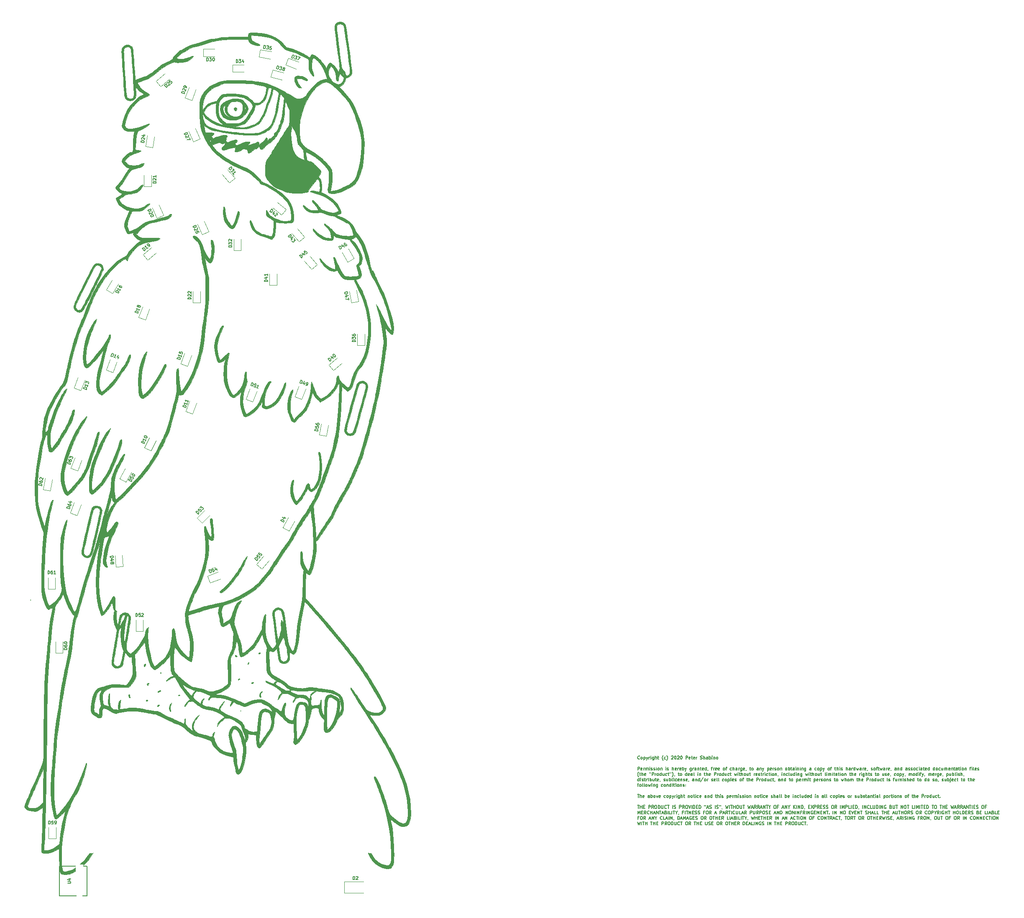
<source format=gto>
G04 #@! TF.GenerationSoftware,KiCad,Pcbnew,(5.1.5)-3*
G04 #@! TF.CreationDate,2020-02-09T18:17:14-06:00*
G04 #@! TF.ProjectId,tymkrs_Cyphercon_2020_parrot,74796d6b-7273-45f4-9379-70686572636f,V0*
G04 #@! TF.SameCoordinates,Original*
G04 #@! TF.FileFunction,Legend,Top*
G04 #@! TF.FilePolarity,Positive*
%FSLAX46Y46*%
G04 Gerber Fmt 4.6, Leading zero omitted, Abs format (unit mm)*
G04 Created by KiCad (PCBNEW (5.1.5)-3) date 2020-02-09 18:17:14*
%MOMM*%
%LPD*%
G04 APERTURE LIST*
%ADD10C,0.158750*%
%ADD11C,0.120000*%
%ADD12C,0.010000*%
%ADD13C,0.150000*%
%ADD14C,0.100000*%
%ADD15C,1.574800*%
%ADD16R,1.574800X1.574800*%
%ADD17C,1.828800*%
%ADD18R,1.828800X1.828800*%
G04 APERTURE END LIST*
D10*
X209913235Y-167660410D02*
X209882997Y-167690648D01*
X209792282Y-167720886D01*
X209731806Y-167720886D01*
X209641092Y-167690648D01*
X209580616Y-167630172D01*
X209550377Y-167569696D01*
X209520139Y-167448744D01*
X209520139Y-167358029D01*
X209550377Y-167237077D01*
X209580616Y-167176601D01*
X209641092Y-167116125D01*
X209731806Y-167085886D01*
X209792282Y-167085886D01*
X209882997Y-167116125D01*
X209913235Y-167146363D01*
X210276092Y-167720886D02*
X210215616Y-167690648D01*
X210185377Y-167660410D01*
X210155139Y-167599934D01*
X210155139Y-167418505D01*
X210185377Y-167358029D01*
X210215616Y-167327791D01*
X210276092Y-167297553D01*
X210366806Y-167297553D01*
X210427282Y-167327791D01*
X210457520Y-167358029D01*
X210487758Y-167418505D01*
X210487758Y-167599934D01*
X210457520Y-167660410D01*
X210427282Y-167690648D01*
X210366806Y-167720886D01*
X210276092Y-167720886D01*
X210759901Y-167297553D02*
X210759901Y-167932553D01*
X210759901Y-167327791D02*
X210820377Y-167297553D01*
X210941330Y-167297553D01*
X211001806Y-167327791D01*
X211032044Y-167358029D01*
X211062282Y-167418505D01*
X211062282Y-167599934D01*
X211032044Y-167660410D01*
X211001806Y-167690648D01*
X210941330Y-167720886D01*
X210820377Y-167720886D01*
X210759901Y-167690648D01*
X211273949Y-167297553D02*
X211425139Y-167720886D01*
X211576330Y-167297553D02*
X211425139Y-167720886D01*
X211364663Y-167872077D01*
X211334425Y-167902315D01*
X211273949Y-167932553D01*
X211818235Y-167720886D02*
X211818235Y-167297553D01*
X211818235Y-167418505D02*
X211848473Y-167358029D01*
X211878711Y-167327791D01*
X211939187Y-167297553D01*
X211999663Y-167297553D01*
X212211330Y-167720886D02*
X212211330Y-167297553D01*
X212211330Y-167085886D02*
X212181092Y-167116125D01*
X212211330Y-167146363D01*
X212241568Y-167116125D01*
X212211330Y-167085886D01*
X212211330Y-167146363D01*
X212785854Y-167297553D02*
X212785854Y-167811601D01*
X212755616Y-167872077D01*
X212725377Y-167902315D01*
X212664901Y-167932553D01*
X212574187Y-167932553D01*
X212513711Y-167902315D01*
X212785854Y-167690648D02*
X212725377Y-167720886D01*
X212604425Y-167720886D01*
X212543949Y-167690648D01*
X212513711Y-167660410D01*
X212483473Y-167599934D01*
X212483473Y-167418505D01*
X212513711Y-167358029D01*
X212543949Y-167327791D01*
X212604425Y-167297553D01*
X212725377Y-167297553D01*
X212785854Y-167327791D01*
X213088235Y-167720886D02*
X213088235Y-167085886D01*
X213360377Y-167720886D02*
X213360377Y-167388267D01*
X213330139Y-167327791D01*
X213269663Y-167297553D01*
X213178949Y-167297553D01*
X213118473Y-167327791D01*
X213088235Y-167358029D01*
X213572044Y-167297553D02*
X213813949Y-167297553D01*
X213662758Y-167085886D02*
X213662758Y-167630172D01*
X213692997Y-167690648D01*
X213753473Y-167720886D01*
X213813949Y-167720886D01*
X214690854Y-167962791D02*
X214660616Y-167932553D01*
X214600139Y-167841839D01*
X214569901Y-167781363D01*
X214539663Y-167690648D01*
X214509425Y-167539458D01*
X214509425Y-167418505D01*
X214539663Y-167267315D01*
X214569901Y-167176601D01*
X214600139Y-167116125D01*
X214660616Y-167025410D01*
X214690854Y-166995172D01*
X215204901Y-167690648D02*
X215144425Y-167720886D01*
X215023473Y-167720886D01*
X214962997Y-167690648D01*
X214932758Y-167660410D01*
X214902520Y-167599934D01*
X214902520Y-167418505D01*
X214932758Y-167358029D01*
X214962997Y-167327791D01*
X215023473Y-167297553D01*
X215144425Y-167297553D01*
X215204901Y-167327791D01*
X215416568Y-167962791D02*
X215446806Y-167932553D01*
X215507282Y-167841839D01*
X215537520Y-167781363D01*
X215567758Y-167690648D01*
X215597997Y-167539458D01*
X215597997Y-167418505D01*
X215567758Y-167267315D01*
X215537520Y-167176601D01*
X215507282Y-167116125D01*
X215446806Y-167025410D01*
X215416568Y-166995172D01*
X216353949Y-167146363D02*
X216384187Y-167116125D01*
X216444663Y-167085886D01*
X216595854Y-167085886D01*
X216656330Y-167116125D01*
X216686568Y-167146363D01*
X216716806Y-167206839D01*
X216716806Y-167267315D01*
X216686568Y-167358029D01*
X216323711Y-167720886D01*
X216716806Y-167720886D01*
X217109901Y-167085886D02*
X217170377Y-167085886D01*
X217230854Y-167116125D01*
X217261092Y-167146363D01*
X217291330Y-167206839D01*
X217321568Y-167327791D01*
X217321568Y-167478982D01*
X217291330Y-167599934D01*
X217261092Y-167660410D01*
X217230854Y-167690648D01*
X217170377Y-167720886D01*
X217109901Y-167720886D01*
X217049425Y-167690648D01*
X217019187Y-167660410D01*
X216988949Y-167599934D01*
X216958711Y-167478982D01*
X216958711Y-167327791D01*
X216988949Y-167206839D01*
X217019187Y-167146363D01*
X217049425Y-167116125D01*
X217109901Y-167085886D01*
X217563473Y-167146363D02*
X217593711Y-167116125D01*
X217654187Y-167085886D01*
X217805377Y-167085886D01*
X217865854Y-167116125D01*
X217896092Y-167146363D01*
X217926330Y-167206839D01*
X217926330Y-167267315D01*
X217896092Y-167358029D01*
X217533235Y-167720886D01*
X217926330Y-167720886D01*
X218319425Y-167085886D02*
X218379901Y-167085886D01*
X218440377Y-167116125D01*
X218470616Y-167146363D01*
X218500854Y-167206839D01*
X218531092Y-167327791D01*
X218531092Y-167478982D01*
X218500854Y-167599934D01*
X218470616Y-167660410D01*
X218440377Y-167690648D01*
X218379901Y-167720886D01*
X218319425Y-167720886D01*
X218258949Y-167690648D01*
X218228711Y-167660410D01*
X218198473Y-167599934D01*
X218168235Y-167478982D01*
X218168235Y-167327791D01*
X218198473Y-167206839D01*
X218228711Y-167146363D01*
X218258949Y-167116125D01*
X218319425Y-167085886D01*
X219287044Y-167720886D02*
X219287044Y-167085886D01*
X219528949Y-167085886D01*
X219589425Y-167116125D01*
X219619663Y-167146363D01*
X219649901Y-167206839D01*
X219649901Y-167297553D01*
X219619663Y-167358029D01*
X219589425Y-167388267D01*
X219528949Y-167418505D01*
X219287044Y-167418505D01*
X220163949Y-167690648D02*
X220103473Y-167720886D01*
X219982520Y-167720886D01*
X219922044Y-167690648D01*
X219891806Y-167630172D01*
X219891806Y-167388267D01*
X219922044Y-167327791D01*
X219982520Y-167297553D01*
X220103473Y-167297553D01*
X220163949Y-167327791D01*
X220194187Y-167388267D01*
X220194187Y-167448744D01*
X219891806Y-167509220D01*
X220375616Y-167297553D02*
X220617520Y-167297553D01*
X220466330Y-167085886D02*
X220466330Y-167630172D01*
X220496568Y-167690648D01*
X220557044Y-167720886D01*
X220617520Y-167720886D01*
X221071092Y-167690648D02*
X221010616Y-167720886D01*
X220889663Y-167720886D01*
X220829187Y-167690648D01*
X220798949Y-167630172D01*
X220798949Y-167388267D01*
X220829187Y-167327791D01*
X220889663Y-167297553D01*
X221010616Y-167297553D01*
X221071092Y-167327791D01*
X221101330Y-167388267D01*
X221101330Y-167448744D01*
X220798949Y-167509220D01*
X221373473Y-167720886D02*
X221373473Y-167297553D01*
X221373473Y-167418505D02*
X221403711Y-167358029D01*
X221433949Y-167327791D01*
X221494425Y-167297553D01*
X221554901Y-167297553D01*
X222220139Y-167690648D02*
X222310854Y-167720886D01*
X222462044Y-167720886D01*
X222522520Y-167690648D01*
X222552758Y-167660410D01*
X222582997Y-167599934D01*
X222582997Y-167539458D01*
X222552758Y-167478982D01*
X222522520Y-167448744D01*
X222462044Y-167418505D01*
X222341092Y-167388267D01*
X222280616Y-167358029D01*
X222250377Y-167327791D01*
X222220139Y-167267315D01*
X222220139Y-167206839D01*
X222250377Y-167146363D01*
X222280616Y-167116125D01*
X222341092Y-167085886D01*
X222492282Y-167085886D01*
X222582997Y-167116125D01*
X222855139Y-167720886D02*
X222855139Y-167085886D01*
X223127282Y-167720886D02*
X223127282Y-167388267D01*
X223097044Y-167327791D01*
X223036568Y-167297553D01*
X222945854Y-167297553D01*
X222885377Y-167327791D01*
X222855139Y-167358029D01*
X223701806Y-167720886D02*
X223701806Y-167388267D01*
X223671568Y-167327791D01*
X223611092Y-167297553D01*
X223490139Y-167297553D01*
X223429663Y-167327791D01*
X223701806Y-167690648D02*
X223641330Y-167720886D01*
X223490139Y-167720886D01*
X223429663Y-167690648D01*
X223399425Y-167630172D01*
X223399425Y-167569696D01*
X223429663Y-167509220D01*
X223490139Y-167478982D01*
X223641330Y-167478982D01*
X223701806Y-167448744D01*
X224004187Y-167720886D02*
X224004187Y-167085886D01*
X224004187Y-167327791D02*
X224064663Y-167297553D01*
X224185616Y-167297553D01*
X224246092Y-167327791D01*
X224276330Y-167358029D01*
X224306568Y-167418505D01*
X224306568Y-167599934D01*
X224276330Y-167660410D01*
X224246092Y-167690648D01*
X224185616Y-167720886D01*
X224064663Y-167720886D01*
X224004187Y-167690648D01*
X224578711Y-167720886D02*
X224578711Y-167297553D01*
X224578711Y-167085886D02*
X224548473Y-167116125D01*
X224578711Y-167146363D01*
X224608949Y-167116125D01*
X224578711Y-167085886D01*
X224578711Y-167146363D01*
X224881092Y-167297553D02*
X224881092Y-167720886D01*
X224881092Y-167358029D02*
X224911330Y-167327791D01*
X224971806Y-167297553D01*
X225062520Y-167297553D01*
X225122997Y-167327791D01*
X225153235Y-167388267D01*
X225153235Y-167720886D01*
X225546330Y-167720886D02*
X225485854Y-167690648D01*
X225455616Y-167660410D01*
X225425377Y-167599934D01*
X225425377Y-167418505D01*
X225455616Y-167358029D01*
X225485854Y-167327791D01*
X225546330Y-167297553D01*
X225637044Y-167297553D01*
X225697520Y-167327791D01*
X225727758Y-167358029D01*
X225757997Y-167418505D01*
X225757997Y-167599934D01*
X225727758Y-167660410D01*
X225697520Y-167690648D01*
X225637044Y-167720886D01*
X225546330Y-167720886D01*
X209550377Y-169943386D02*
X209550377Y-169308386D01*
X209792282Y-169308386D01*
X209852758Y-169338625D01*
X209882997Y-169368863D01*
X209913235Y-169429339D01*
X209913235Y-169520053D01*
X209882997Y-169580529D01*
X209852758Y-169610767D01*
X209792282Y-169641005D01*
X209550377Y-169641005D01*
X210427282Y-169913148D02*
X210366806Y-169943386D01*
X210245854Y-169943386D01*
X210185377Y-169913148D01*
X210155139Y-169852672D01*
X210155139Y-169610767D01*
X210185377Y-169550291D01*
X210245854Y-169520053D01*
X210366806Y-169520053D01*
X210427282Y-169550291D01*
X210457520Y-169610767D01*
X210457520Y-169671244D01*
X210155139Y-169731720D01*
X210729663Y-169943386D02*
X210729663Y-169520053D01*
X210729663Y-169641005D02*
X210759901Y-169580529D01*
X210790139Y-169550291D01*
X210850616Y-169520053D01*
X210911092Y-169520053D01*
X211122758Y-169943386D02*
X211122758Y-169520053D01*
X211122758Y-169580529D02*
X211152997Y-169550291D01*
X211213473Y-169520053D01*
X211304187Y-169520053D01*
X211364663Y-169550291D01*
X211394901Y-169610767D01*
X211394901Y-169943386D01*
X211394901Y-169610767D02*
X211425139Y-169550291D01*
X211485616Y-169520053D01*
X211576330Y-169520053D01*
X211636806Y-169550291D01*
X211667044Y-169610767D01*
X211667044Y-169943386D01*
X211969425Y-169943386D02*
X211969425Y-169520053D01*
X211969425Y-169308386D02*
X211939187Y-169338625D01*
X211969425Y-169368863D01*
X211999663Y-169338625D01*
X211969425Y-169308386D01*
X211969425Y-169368863D01*
X212241568Y-169913148D02*
X212302044Y-169943386D01*
X212422997Y-169943386D01*
X212483473Y-169913148D01*
X212513711Y-169852672D01*
X212513711Y-169822434D01*
X212483473Y-169761958D01*
X212422997Y-169731720D01*
X212332282Y-169731720D01*
X212271806Y-169701482D01*
X212241568Y-169641005D01*
X212241568Y-169610767D01*
X212271806Y-169550291D01*
X212332282Y-169520053D01*
X212422997Y-169520053D01*
X212483473Y-169550291D01*
X212755616Y-169913148D02*
X212816092Y-169943386D01*
X212937044Y-169943386D01*
X212997520Y-169913148D01*
X213027758Y-169852672D01*
X213027758Y-169822434D01*
X212997520Y-169761958D01*
X212937044Y-169731720D01*
X212846330Y-169731720D01*
X212785854Y-169701482D01*
X212755616Y-169641005D01*
X212755616Y-169610767D01*
X212785854Y-169550291D01*
X212846330Y-169520053D01*
X212937044Y-169520053D01*
X212997520Y-169550291D01*
X213299901Y-169943386D02*
X213299901Y-169520053D01*
X213299901Y-169308386D02*
X213269663Y-169338625D01*
X213299901Y-169368863D01*
X213330139Y-169338625D01*
X213299901Y-169308386D01*
X213299901Y-169368863D01*
X213692997Y-169943386D02*
X213632520Y-169913148D01*
X213602282Y-169882910D01*
X213572044Y-169822434D01*
X213572044Y-169641005D01*
X213602282Y-169580529D01*
X213632520Y-169550291D01*
X213692997Y-169520053D01*
X213783711Y-169520053D01*
X213844187Y-169550291D01*
X213874425Y-169580529D01*
X213904663Y-169641005D01*
X213904663Y-169822434D01*
X213874425Y-169882910D01*
X213844187Y-169913148D01*
X213783711Y-169943386D01*
X213692997Y-169943386D01*
X214176806Y-169520053D02*
X214176806Y-169943386D01*
X214176806Y-169580529D02*
X214207044Y-169550291D01*
X214267520Y-169520053D01*
X214358235Y-169520053D01*
X214418711Y-169550291D01*
X214448949Y-169610767D01*
X214448949Y-169943386D01*
X215235139Y-169943386D02*
X215235139Y-169520053D01*
X215235139Y-169308386D02*
X215204901Y-169338625D01*
X215235139Y-169368863D01*
X215265377Y-169338625D01*
X215235139Y-169308386D01*
X215235139Y-169368863D01*
X215507282Y-169913148D02*
X215567758Y-169943386D01*
X215688711Y-169943386D01*
X215749187Y-169913148D01*
X215779425Y-169852672D01*
X215779425Y-169822434D01*
X215749187Y-169761958D01*
X215688711Y-169731720D01*
X215597997Y-169731720D01*
X215537520Y-169701482D01*
X215507282Y-169641005D01*
X215507282Y-169610767D01*
X215537520Y-169550291D01*
X215597997Y-169520053D01*
X215688711Y-169520053D01*
X215749187Y-169550291D01*
X216535377Y-169943386D02*
X216535377Y-169308386D01*
X216807520Y-169943386D02*
X216807520Y-169610767D01*
X216777282Y-169550291D01*
X216716806Y-169520053D01*
X216626092Y-169520053D01*
X216565616Y-169550291D01*
X216535377Y-169580529D01*
X217351806Y-169913148D02*
X217291330Y-169943386D01*
X217170377Y-169943386D01*
X217109901Y-169913148D01*
X217079663Y-169852672D01*
X217079663Y-169610767D01*
X217109901Y-169550291D01*
X217170377Y-169520053D01*
X217291330Y-169520053D01*
X217351806Y-169550291D01*
X217382044Y-169610767D01*
X217382044Y-169671244D01*
X217079663Y-169731720D01*
X217654187Y-169943386D02*
X217654187Y-169520053D01*
X217654187Y-169641005D02*
X217684425Y-169580529D01*
X217714663Y-169550291D01*
X217775139Y-169520053D01*
X217835616Y-169520053D01*
X218289187Y-169913148D02*
X218228711Y-169943386D01*
X218107758Y-169943386D01*
X218047282Y-169913148D01*
X218017044Y-169852672D01*
X218017044Y-169610767D01*
X218047282Y-169550291D01*
X218107758Y-169520053D01*
X218228711Y-169520053D01*
X218289187Y-169550291D01*
X218319425Y-169610767D01*
X218319425Y-169671244D01*
X218017044Y-169731720D01*
X218591568Y-169943386D02*
X218591568Y-169308386D01*
X218591568Y-169550291D02*
X218652044Y-169520053D01*
X218772997Y-169520053D01*
X218833473Y-169550291D01*
X218863711Y-169580529D01*
X218893949Y-169641005D01*
X218893949Y-169822434D01*
X218863711Y-169882910D01*
X218833473Y-169913148D01*
X218772997Y-169943386D01*
X218652044Y-169943386D01*
X218591568Y-169913148D01*
X219105616Y-169520053D02*
X219256806Y-169943386D01*
X219407997Y-169520053D02*
X219256806Y-169943386D01*
X219196330Y-170094577D01*
X219166092Y-170124815D01*
X219105616Y-170155053D01*
X220405854Y-169520053D02*
X220405854Y-170034101D01*
X220375616Y-170094577D01*
X220345377Y-170124815D01*
X220284901Y-170155053D01*
X220194187Y-170155053D01*
X220133711Y-170124815D01*
X220405854Y-169913148D02*
X220345377Y-169943386D01*
X220224425Y-169943386D01*
X220163949Y-169913148D01*
X220133711Y-169882910D01*
X220103473Y-169822434D01*
X220103473Y-169641005D01*
X220133711Y-169580529D01*
X220163949Y-169550291D01*
X220224425Y-169520053D01*
X220345377Y-169520053D01*
X220405854Y-169550291D01*
X220708235Y-169943386D02*
X220708235Y-169520053D01*
X220708235Y-169641005D02*
X220738473Y-169580529D01*
X220768711Y-169550291D01*
X220829187Y-169520053D01*
X220889663Y-169520053D01*
X221373473Y-169943386D02*
X221373473Y-169610767D01*
X221343235Y-169550291D01*
X221282758Y-169520053D01*
X221161806Y-169520053D01*
X221101330Y-169550291D01*
X221373473Y-169913148D02*
X221312997Y-169943386D01*
X221161806Y-169943386D01*
X221101330Y-169913148D01*
X221071092Y-169852672D01*
X221071092Y-169792196D01*
X221101330Y-169731720D01*
X221161806Y-169701482D01*
X221312997Y-169701482D01*
X221373473Y-169671244D01*
X221675854Y-169520053D02*
X221675854Y-169943386D01*
X221675854Y-169580529D02*
X221706092Y-169550291D01*
X221766568Y-169520053D01*
X221857282Y-169520053D01*
X221917758Y-169550291D01*
X221947997Y-169610767D01*
X221947997Y-169943386D01*
X222159663Y-169520053D02*
X222401568Y-169520053D01*
X222250377Y-169308386D02*
X222250377Y-169852672D01*
X222280616Y-169913148D01*
X222341092Y-169943386D01*
X222401568Y-169943386D01*
X222855139Y-169913148D02*
X222794663Y-169943386D01*
X222673711Y-169943386D01*
X222613235Y-169913148D01*
X222582997Y-169852672D01*
X222582997Y-169610767D01*
X222613235Y-169550291D01*
X222673711Y-169520053D01*
X222794663Y-169520053D01*
X222855139Y-169550291D01*
X222885377Y-169610767D01*
X222885377Y-169671244D01*
X222582997Y-169731720D01*
X223429663Y-169943386D02*
X223429663Y-169308386D01*
X223429663Y-169913148D02*
X223369187Y-169943386D01*
X223248235Y-169943386D01*
X223187758Y-169913148D01*
X223157520Y-169882910D01*
X223127282Y-169822434D01*
X223127282Y-169641005D01*
X223157520Y-169580529D01*
X223187758Y-169550291D01*
X223248235Y-169520053D01*
X223369187Y-169520053D01*
X223429663Y-169550291D01*
X223762282Y-169913148D02*
X223762282Y-169943386D01*
X223732044Y-170003863D01*
X223701806Y-170034101D01*
X224427520Y-169520053D02*
X224669425Y-169520053D01*
X224518235Y-169943386D02*
X224518235Y-169399101D01*
X224548473Y-169338625D01*
X224608949Y-169308386D01*
X224669425Y-169308386D01*
X224881092Y-169943386D02*
X224881092Y-169520053D01*
X224881092Y-169641005D02*
X224911330Y-169580529D01*
X224941568Y-169550291D01*
X225002044Y-169520053D01*
X225062520Y-169520053D01*
X225516092Y-169913148D02*
X225455616Y-169943386D01*
X225334663Y-169943386D01*
X225274187Y-169913148D01*
X225243949Y-169852672D01*
X225243949Y-169610767D01*
X225274187Y-169550291D01*
X225334663Y-169520053D01*
X225455616Y-169520053D01*
X225516092Y-169550291D01*
X225546330Y-169610767D01*
X225546330Y-169671244D01*
X225243949Y-169731720D01*
X226060377Y-169913148D02*
X225999901Y-169943386D01*
X225878949Y-169943386D01*
X225818473Y-169913148D01*
X225788235Y-169852672D01*
X225788235Y-169610767D01*
X225818473Y-169550291D01*
X225878949Y-169520053D01*
X225999901Y-169520053D01*
X226060377Y-169550291D01*
X226090616Y-169610767D01*
X226090616Y-169671244D01*
X225788235Y-169731720D01*
X226937282Y-169943386D02*
X226876806Y-169913148D01*
X226846568Y-169882910D01*
X226816330Y-169822434D01*
X226816330Y-169641005D01*
X226846568Y-169580529D01*
X226876806Y-169550291D01*
X226937282Y-169520053D01*
X227027997Y-169520053D01*
X227088473Y-169550291D01*
X227118711Y-169580529D01*
X227148949Y-169641005D01*
X227148949Y-169822434D01*
X227118711Y-169882910D01*
X227088473Y-169913148D01*
X227027997Y-169943386D01*
X226937282Y-169943386D01*
X227330377Y-169520053D02*
X227572282Y-169520053D01*
X227421092Y-169943386D02*
X227421092Y-169399101D01*
X227451330Y-169338625D01*
X227511806Y-169308386D01*
X227572282Y-169308386D01*
X228539901Y-169913148D02*
X228479425Y-169943386D01*
X228358473Y-169943386D01*
X228297997Y-169913148D01*
X228267758Y-169882910D01*
X228237520Y-169822434D01*
X228237520Y-169641005D01*
X228267758Y-169580529D01*
X228297997Y-169550291D01*
X228358473Y-169520053D01*
X228479425Y-169520053D01*
X228539901Y-169550291D01*
X228812044Y-169943386D02*
X228812044Y-169308386D01*
X229084187Y-169943386D02*
X229084187Y-169610767D01*
X229053949Y-169550291D01*
X228993473Y-169520053D01*
X228902758Y-169520053D01*
X228842282Y-169550291D01*
X228812044Y-169580529D01*
X229658711Y-169943386D02*
X229658711Y-169610767D01*
X229628473Y-169550291D01*
X229567997Y-169520053D01*
X229447044Y-169520053D01*
X229386568Y-169550291D01*
X229658711Y-169913148D02*
X229598235Y-169943386D01*
X229447044Y-169943386D01*
X229386568Y-169913148D01*
X229356330Y-169852672D01*
X229356330Y-169792196D01*
X229386568Y-169731720D01*
X229447044Y-169701482D01*
X229598235Y-169701482D01*
X229658711Y-169671244D01*
X229961092Y-169943386D02*
X229961092Y-169520053D01*
X229961092Y-169641005D02*
X229991330Y-169580529D01*
X230021568Y-169550291D01*
X230082044Y-169520053D01*
X230142520Y-169520053D01*
X230626330Y-169520053D02*
X230626330Y-170034101D01*
X230596092Y-170094577D01*
X230565854Y-170124815D01*
X230505377Y-170155053D01*
X230414663Y-170155053D01*
X230354187Y-170124815D01*
X230626330Y-169913148D02*
X230565854Y-169943386D01*
X230444901Y-169943386D01*
X230384425Y-169913148D01*
X230354187Y-169882910D01*
X230323949Y-169822434D01*
X230323949Y-169641005D01*
X230354187Y-169580529D01*
X230384425Y-169550291D01*
X230444901Y-169520053D01*
X230565854Y-169520053D01*
X230626330Y-169550291D01*
X231170616Y-169913148D02*
X231110139Y-169943386D01*
X230989187Y-169943386D01*
X230928711Y-169913148D01*
X230898473Y-169852672D01*
X230898473Y-169610767D01*
X230928711Y-169550291D01*
X230989187Y-169520053D01*
X231110139Y-169520053D01*
X231170616Y-169550291D01*
X231200854Y-169610767D01*
X231200854Y-169671244D01*
X230898473Y-169731720D01*
X231503235Y-169913148D02*
X231503235Y-169943386D01*
X231472997Y-170003863D01*
X231442758Y-170034101D01*
X232168473Y-169520053D02*
X232410377Y-169520053D01*
X232259187Y-169308386D02*
X232259187Y-169852672D01*
X232289425Y-169913148D01*
X232349901Y-169943386D01*
X232410377Y-169943386D01*
X232712758Y-169943386D02*
X232652282Y-169913148D01*
X232622044Y-169882910D01*
X232591806Y-169822434D01*
X232591806Y-169641005D01*
X232622044Y-169580529D01*
X232652282Y-169550291D01*
X232712758Y-169520053D01*
X232803473Y-169520053D01*
X232863949Y-169550291D01*
X232894187Y-169580529D01*
X232924425Y-169641005D01*
X232924425Y-169822434D01*
X232894187Y-169882910D01*
X232863949Y-169913148D01*
X232803473Y-169943386D01*
X232712758Y-169943386D01*
X233952520Y-169943386D02*
X233952520Y-169610767D01*
X233922282Y-169550291D01*
X233861806Y-169520053D01*
X233740854Y-169520053D01*
X233680377Y-169550291D01*
X233952520Y-169913148D02*
X233892044Y-169943386D01*
X233740854Y-169943386D01*
X233680377Y-169913148D01*
X233650139Y-169852672D01*
X233650139Y-169792196D01*
X233680377Y-169731720D01*
X233740854Y-169701482D01*
X233892044Y-169701482D01*
X233952520Y-169671244D01*
X234254901Y-169520053D02*
X234254901Y-169943386D01*
X234254901Y-169580529D02*
X234285139Y-169550291D01*
X234345616Y-169520053D01*
X234436330Y-169520053D01*
X234496806Y-169550291D01*
X234527044Y-169610767D01*
X234527044Y-169943386D01*
X234768949Y-169520053D02*
X234920139Y-169943386D01*
X235071330Y-169520053D02*
X234920139Y-169943386D01*
X234859663Y-170094577D01*
X234829425Y-170124815D01*
X234768949Y-170155053D01*
X235797044Y-169520053D02*
X235797044Y-170155053D01*
X235797044Y-169550291D02*
X235857520Y-169520053D01*
X235978473Y-169520053D01*
X236038949Y-169550291D01*
X236069187Y-169580529D01*
X236099425Y-169641005D01*
X236099425Y-169822434D01*
X236069187Y-169882910D01*
X236038949Y-169913148D01*
X235978473Y-169943386D01*
X235857520Y-169943386D01*
X235797044Y-169913148D01*
X236613473Y-169913148D02*
X236552997Y-169943386D01*
X236432044Y-169943386D01*
X236371568Y-169913148D01*
X236341330Y-169852672D01*
X236341330Y-169610767D01*
X236371568Y-169550291D01*
X236432044Y-169520053D01*
X236552997Y-169520053D01*
X236613473Y-169550291D01*
X236643711Y-169610767D01*
X236643711Y-169671244D01*
X236341330Y-169731720D01*
X236915854Y-169943386D02*
X236915854Y-169520053D01*
X236915854Y-169641005D02*
X236946092Y-169580529D01*
X236976330Y-169550291D01*
X237036806Y-169520053D01*
X237097282Y-169520053D01*
X237278711Y-169913148D02*
X237339187Y-169943386D01*
X237460139Y-169943386D01*
X237520616Y-169913148D01*
X237550854Y-169852672D01*
X237550854Y-169822434D01*
X237520616Y-169761958D01*
X237460139Y-169731720D01*
X237369425Y-169731720D01*
X237308949Y-169701482D01*
X237278711Y-169641005D01*
X237278711Y-169610767D01*
X237308949Y-169550291D01*
X237369425Y-169520053D01*
X237460139Y-169520053D01*
X237520616Y-169550291D01*
X237913711Y-169943386D02*
X237853235Y-169913148D01*
X237822997Y-169882910D01*
X237792758Y-169822434D01*
X237792758Y-169641005D01*
X237822997Y-169580529D01*
X237853235Y-169550291D01*
X237913711Y-169520053D01*
X238004425Y-169520053D01*
X238064901Y-169550291D01*
X238095139Y-169580529D01*
X238125377Y-169641005D01*
X238125377Y-169822434D01*
X238095139Y-169882910D01*
X238064901Y-169913148D01*
X238004425Y-169943386D01*
X237913711Y-169943386D01*
X238397520Y-169520053D02*
X238397520Y-169943386D01*
X238397520Y-169580529D02*
X238427758Y-169550291D01*
X238488235Y-169520053D01*
X238578949Y-169520053D01*
X238639425Y-169550291D01*
X238669663Y-169610767D01*
X238669663Y-169943386D01*
X239546568Y-169943386D02*
X239486092Y-169913148D01*
X239455854Y-169882910D01*
X239425616Y-169822434D01*
X239425616Y-169641005D01*
X239455854Y-169580529D01*
X239486092Y-169550291D01*
X239546568Y-169520053D01*
X239637282Y-169520053D01*
X239697758Y-169550291D01*
X239727997Y-169580529D01*
X239758235Y-169641005D01*
X239758235Y-169822434D01*
X239727997Y-169882910D01*
X239697758Y-169913148D01*
X239637282Y-169943386D01*
X239546568Y-169943386D01*
X240030377Y-169943386D02*
X240030377Y-169308386D01*
X240030377Y-169550291D02*
X240090854Y-169520053D01*
X240211806Y-169520053D01*
X240272282Y-169550291D01*
X240302520Y-169580529D01*
X240332758Y-169641005D01*
X240332758Y-169822434D01*
X240302520Y-169882910D01*
X240272282Y-169913148D01*
X240211806Y-169943386D01*
X240090854Y-169943386D01*
X240030377Y-169913148D01*
X240514187Y-169520053D02*
X240756092Y-169520053D01*
X240604901Y-169308386D02*
X240604901Y-169852672D01*
X240635139Y-169913148D01*
X240695616Y-169943386D01*
X240756092Y-169943386D01*
X241239901Y-169943386D02*
X241239901Y-169610767D01*
X241209663Y-169550291D01*
X241149187Y-169520053D01*
X241028235Y-169520053D01*
X240967758Y-169550291D01*
X241239901Y-169913148D02*
X241179425Y-169943386D01*
X241028235Y-169943386D01*
X240967758Y-169913148D01*
X240937520Y-169852672D01*
X240937520Y-169792196D01*
X240967758Y-169731720D01*
X241028235Y-169701482D01*
X241179425Y-169701482D01*
X241239901Y-169671244D01*
X241542282Y-169943386D02*
X241542282Y-169520053D01*
X241542282Y-169308386D02*
X241512044Y-169338625D01*
X241542282Y-169368863D01*
X241572520Y-169338625D01*
X241542282Y-169308386D01*
X241542282Y-169368863D01*
X241844663Y-169520053D02*
X241844663Y-169943386D01*
X241844663Y-169580529D02*
X241874901Y-169550291D01*
X241935377Y-169520053D01*
X242026092Y-169520053D01*
X242086568Y-169550291D01*
X242116806Y-169610767D01*
X242116806Y-169943386D01*
X242419187Y-169943386D02*
X242419187Y-169520053D01*
X242419187Y-169308386D02*
X242388949Y-169338625D01*
X242419187Y-169368863D01*
X242449425Y-169338625D01*
X242419187Y-169308386D01*
X242419187Y-169368863D01*
X242721568Y-169520053D02*
X242721568Y-169943386D01*
X242721568Y-169580529D02*
X242751806Y-169550291D01*
X242812282Y-169520053D01*
X242902997Y-169520053D01*
X242963473Y-169550291D01*
X242993711Y-169610767D01*
X242993711Y-169943386D01*
X243568235Y-169520053D02*
X243568235Y-170034101D01*
X243537997Y-170094577D01*
X243507758Y-170124815D01*
X243447282Y-170155053D01*
X243356568Y-170155053D01*
X243296092Y-170124815D01*
X243568235Y-169913148D02*
X243507758Y-169943386D01*
X243386806Y-169943386D01*
X243326330Y-169913148D01*
X243296092Y-169882910D01*
X243265854Y-169822434D01*
X243265854Y-169641005D01*
X243296092Y-169580529D01*
X243326330Y-169550291D01*
X243386806Y-169520053D01*
X243507758Y-169520053D01*
X243568235Y-169550291D01*
X244626568Y-169943386D02*
X244626568Y-169610767D01*
X244596330Y-169550291D01*
X244535854Y-169520053D01*
X244414901Y-169520053D01*
X244354425Y-169550291D01*
X244626568Y-169913148D02*
X244566092Y-169943386D01*
X244414901Y-169943386D01*
X244354425Y-169913148D01*
X244324187Y-169852672D01*
X244324187Y-169792196D01*
X244354425Y-169731720D01*
X244414901Y-169701482D01*
X244566092Y-169701482D01*
X244626568Y-169671244D01*
X245684901Y-169913148D02*
X245624425Y-169943386D01*
X245503473Y-169943386D01*
X245442997Y-169913148D01*
X245412758Y-169882910D01*
X245382520Y-169822434D01*
X245382520Y-169641005D01*
X245412758Y-169580529D01*
X245442997Y-169550291D01*
X245503473Y-169520053D01*
X245624425Y-169520053D01*
X245684901Y-169550291D01*
X246047758Y-169943386D02*
X245987282Y-169913148D01*
X245957044Y-169882910D01*
X245926806Y-169822434D01*
X245926806Y-169641005D01*
X245957044Y-169580529D01*
X245987282Y-169550291D01*
X246047758Y-169520053D01*
X246138473Y-169520053D01*
X246198949Y-169550291D01*
X246229187Y-169580529D01*
X246259425Y-169641005D01*
X246259425Y-169822434D01*
X246229187Y-169882910D01*
X246198949Y-169913148D01*
X246138473Y-169943386D01*
X246047758Y-169943386D01*
X246531568Y-169520053D02*
X246531568Y-170155053D01*
X246531568Y-169550291D02*
X246592044Y-169520053D01*
X246712997Y-169520053D01*
X246773473Y-169550291D01*
X246803711Y-169580529D01*
X246833949Y-169641005D01*
X246833949Y-169822434D01*
X246803711Y-169882910D01*
X246773473Y-169913148D01*
X246712997Y-169943386D01*
X246592044Y-169943386D01*
X246531568Y-169913148D01*
X247045616Y-169520053D02*
X247196806Y-169943386D01*
X247347997Y-169520053D02*
X247196806Y-169943386D01*
X247136330Y-170094577D01*
X247106092Y-170124815D01*
X247045616Y-170155053D01*
X248164425Y-169943386D02*
X248103949Y-169913148D01*
X248073711Y-169882910D01*
X248043473Y-169822434D01*
X248043473Y-169641005D01*
X248073711Y-169580529D01*
X248103949Y-169550291D01*
X248164425Y-169520053D01*
X248255139Y-169520053D01*
X248315616Y-169550291D01*
X248345854Y-169580529D01*
X248376092Y-169641005D01*
X248376092Y-169822434D01*
X248345854Y-169882910D01*
X248315616Y-169913148D01*
X248255139Y-169943386D01*
X248164425Y-169943386D01*
X248557520Y-169520053D02*
X248799425Y-169520053D01*
X248648235Y-169943386D02*
X248648235Y-169399101D01*
X248678473Y-169338625D01*
X248738949Y-169308386D01*
X248799425Y-169308386D01*
X249404187Y-169520053D02*
X249646092Y-169520053D01*
X249494901Y-169308386D02*
X249494901Y-169852672D01*
X249525139Y-169913148D01*
X249585616Y-169943386D01*
X249646092Y-169943386D01*
X249857758Y-169943386D02*
X249857758Y-169308386D01*
X250129901Y-169943386D02*
X250129901Y-169610767D01*
X250099663Y-169550291D01*
X250039187Y-169520053D01*
X249948473Y-169520053D01*
X249887997Y-169550291D01*
X249857758Y-169580529D01*
X250432282Y-169943386D02*
X250432282Y-169520053D01*
X250432282Y-169308386D02*
X250402044Y-169338625D01*
X250432282Y-169368863D01*
X250462520Y-169338625D01*
X250432282Y-169308386D01*
X250432282Y-169368863D01*
X250704425Y-169913148D02*
X250764901Y-169943386D01*
X250885854Y-169943386D01*
X250946330Y-169913148D01*
X250976568Y-169852672D01*
X250976568Y-169822434D01*
X250946330Y-169761958D01*
X250885854Y-169731720D01*
X250795139Y-169731720D01*
X250734663Y-169701482D01*
X250704425Y-169641005D01*
X250704425Y-169610767D01*
X250734663Y-169550291D01*
X250795139Y-169520053D01*
X250885854Y-169520053D01*
X250946330Y-169550291D01*
X251732520Y-169943386D02*
X251732520Y-169308386D01*
X252004663Y-169943386D02*
X252004663Y-169610767D01*
X251974425Y-169550291D01*
X251913949Y-169520053D01*
X251823235Y-169520053D01*
X251762758Y-169550291D01*
X251732520Y-169580529D01*
X252579187Y-169943386D02*
X252579187Y-169610767D01*
X252548949Y-169550291D01*
X252488473Y-169520053D01*
X252367520Y-169520053D01*
X252307044Y-169550291D01*
X252579187Y-169913148D02*
X252518711Y-169943386D01*
X252367520Y-169943386D01*
X252307044Y-169913148D01*
X252276806Y-169852672D01*
X252276806Y-169792196D01*
X252307044Y-169731720D01*
X252367520Y-169701482D01*
X252518711Y-169701482D01*
X252579187Y-169671244D01*
X252881568Y-169943386D02*
X252881568Y-169520053D01*
X252881568Y-169641005D02*
X252911806Y-169580529D01*
X252942044Y-169550291D01*
X253002520Y-169520053D01*
X253062997Y-169520053D01*
X253546806Y-169943386D02*
X253546806Y-169308386D01*
X253546806Y-169913148D02*
X253486330Y-169943386D01*
X253365377Y-169943386D01*
X253304901Y-169913148D01*
X253274663Y-169882910D01*
X253244425Y-169822434D01*
X253244425Y-169641005D01*
X253274663Y-169580529D01*
X253304901Y-169550291D01*
X253365377Y-169520053D01*
X253486330Y-169520053D01*
X253546806Y-169550291D01*
X253788711Y-169520053D02*
X253909663Y-169943386D01*
X254030616Y-169641005D01*
X254151568Y-169943386D01*
X254272520Y-169520053D01*
X254786568Y-169943386D02*
X254786568Y-169610767D01*
X254756330Y-169550291D01*
X254695854Y-169520053D01*
X254574901Y-169520053D01*
X254514425Y-169550291D01*
X254786568Y-169913148D02*
X254726092Y-169943386D01*
X254574901Y-169943386D01*
X254514425Y-169913148D01*
X254484187Y-169852672D01*
X254484187Y-169792196D01*
X254514425Y-169731720D01*
X254574901Y-169701482D01*
X254726092Y-169701482D01*
X254786568Y-169671244D01*
X255088949Y-169943386D02*
X255088949Y-169520053D01*
X255088949Y-169641005D02*
X255119187Y-169580529D01*
X255149425Y-169550291D01*
X255209901Y-169520053D01*
X255270377Y-169520053D01*
X255723949Y-169913148D02*
X255663473Y-169943386D01*
X255542520Y-169943386D01*
X255482044Y-169913148D01*
X255451806Y-169852672D01*
X255451806Y-169610767D01*
X255482044Y-169550291D01*
X255542520Y-169520053D01*
X255663473Y-169520053D01*
X255723949Y-169550291D01*
X255754187Y-169610767D01*
X255754187Y-169671244D01*
X255451806Y-169731720D01*
X256056568Y-169913148D02*
X256056568Y-169943386D01*
X256026330Y-170003863D01*
X255996092Y-170034101D01*
X256782282Y-169913148D02*
X256842758Y-169943386D01*
X256963711Y-169943386D01*
X257024187Y-169913148D01*
X257054425Y-169852672D01*
X257054425Y-169822434D01*
X257024187Y-169761958D01*
X256963711Y-169731720D01*
X256872997Y-169731720D01*
X256812520Y-169701482D01*
X256782282Y-169641005D01*
X256782282Y-169610767D01*
X256812520Y-169550291D01*
X256872997Y-169520053D01*
X256963711Y-169520053D01*
X257024187Y-169550291D01*
X257417282Y-169943386D02*
X257356806Y-169913148D01*
X257326568Y-169882910D01*
X257296330Y-169822434D01*
X257296330Y-169641005D01*
X257326568Y-169580529D01*
X257356806Y-169550291D01*
X257417282Y-169520053D01*
X257507997Y-169520053D01*
X257568473Y-169550291D01*
X257598711Y-169580529D01*
X257628949Y-169641005D01*
X257628949Y-169822434D01*
X257598711Y-169882910D01*
X257568473Y-169913148D01*
X257507997Y-169943386D01*
X257417282Y-169943386D01*
X257810377Y-169520053D02*
X258052282Y-169520053D01*
X257901092Y-169943386D02*
X257901092Y-169399101D01*
X257931330Y-169338625D01*
X257991806Y-169308386D01*
X258052282Y-169308386D01*
X258173235Y-169520053D02*
X258415139Y-169520053D01*
X258263949Y-169308386D02*
X258263949Y-169852672D01*
X258294187Y-169913148D01*
X258354663Y-169943386D01*
X258415139Y-169943386D01*
X258566330Y-169520053D02*
X258687282Y-169943386D01*
X258808235Y-169641005D01*
X258929187Y-169943386D01*
X259050139Y-169520053D01*
X259564187Y-169943386D02*
X259564187Y-169610767D01*
X259533949Y-169550291D01*
X259473473Y-169520053D01*
X259352520Y-169520053D01*
X259292044Y-169550291D01*
X259564187Y-169913148D02*
X259503711Y-169943386D01*
X259352520Y-169943386D01*
X259292044Y-169913148D01*
X259261806Y-169852672D01*
X259261806Y-169792196D01*
X259292044Y-169731720D01*
X259352520Y-169701482D01*
X259503711Y-169701482D01*
X259564187Y-169671244D01*
X259866568Y-169943386D02*
X259866568Y-169520053D01*
X259866568Y-169641005D02*
X259896806Y-169580529D01*
X259927044Y-169550291D01*
X259987520Y-169520053D01*
X260047997Y-169520053D01*
X260501568Y-169913148D02*
X260441092Y-169943386D01*
X260320139Y-169943386D01*
X260259663Y-169913148D01*
X260229425Y-169852672D01*
X260229425Y-169610767D01*
X260259663Y-169550291D01*
X260320139Y-169520053D01*
X260441092Y-169520053D01*
X260501568Y-169550291D01*
X260531806Y-169610767D01*
X260531806Y-169671244D01*
X260229425Y-169731720D01*
X260834187Y-169913148D02*
X260834187Y-169943386D01*
X260803949Y-170003863D01*
X260773711Y-170034101D01*
X261862282Y-169943386D02*
X261862282Y-169610767D01*
X261832044Y-169550291D01*
X261771568Y-169520053D01*
X261650616Y-169520053D01*
X261590139Y-169550291D01*
X261862282Y-169913148D02*
X261801806Y-169943386D01*
X261650616Y-169943386D01*
X261590139Y-169913148D01*
X261559901Y-169852672D01*
X261559901Y-169792196D01*
X261590139Y-169731720D01*
X261650616Y-169701482D01*
X261801806Y-169701482D01*
X261862282Y-169671244D01*
X262164663Y-169520053D02*
X262164663Y-169943386D01*
X262164663Y-169580529D02*
X262194901Y-169550291D01*
X262255377Y-169520053D01*
X262346092Y-169520053D01*
X262406568Y-169550291D01*
X262436806Y-169610767D01*
X262436806Y-169943386D01*
X263011330Y-169943386D02*
X263011330Y-169308386D01*
X263011330Y-169913148D02*
X262950854Y-169943386D01*
X262829901Y-169943386D01*
X262769425Y-169913148D01*
X262739187Y-169882910D01*
X262708949Y-169822434D01*
X262708949Y-169641005D01*
X262739187Y-169580529D01*
X262769425Y-169550291D01*
X262829901Y-169520053D01*
X262950854Y-169520053D01*
X263011330Y-169550291D01*
X264069663Y-169943386D02*
X264069663Y-169610767D01*
X264039425Y-169550291D01*
X263978949Y-169520053D01*
X263857997Y-169520053D01*
X263797520Y-169550291D01*
X264069663Y-169913148D02*
X264009187Y-169943386D01*
X263857997Y-169943386D01*
X263797520Y-169913148D01*
X263767282Y-169852672D01*
X263767282Y-169792196D01*
X263797520Y-169731720D01*
X263857997Y-169701482D01*
X264009187Y-169701482D01*
X264069663Y-169671244D01*
X264341806Y-169913148D02*
X264402282Y-169943386D01*
X264523235Y-169943386D01*
X264583711Y-169913148D01*
X264613949Y-169852672D01*
X264613949Y-169822434D01*
X264583711Y-169761958D01*
X264523235Y-169731720D01*
X264432520Y-169731720D01*
X264372044Y-169701482D01*
X264341806Y-169641005D01*
X264341806Y-169610767D01*
X264372044Y-169550291D01*
X264432520Y-169520053D01*
X264523235Y-169520053D01*
X264583711Y-169550291D01*
X264855854Y-169913148D02*
X264916330Y-169943386D01*
X265037282Y-169943386D01*
X265097758Y-169913148D01*
X265127997Y-169852672D01*
X265127997Y-169822434D01*
X265097758Y-169761958D01*
X265037282Y-169731720D01*
X264946568Y-169731720D01*
X264886092Y-169701482D01*
X264855854Y-169641005D01*
X264855854Y-169610767D01*
X264886092Y-169550291D01*
X264946568Y-169520053D01*
X265037282Y-169520053D01*
X265097758Y-169550291D01*
X265490854Y-169943386D02*
X265430377Y-169913148D01*
X265400139Y-169882910D01*
X265369901Y-169822434D01*
X265369901Y-169641005D01*
X265400139Y-169580529D01*
X265430377Y-169550291D01*
X265490854Y-169520053D01*
X265581568Y-169520053D01*
X265642044Y-169550291D01*
X265672282Y-169580529D01*
X265702520Y-169641005D01*
X265702520Y-169822434D01*
X265672282Y-169882910D01*
X265642044Y-169913148D01*
X265581568Y-169943386D01*
X265490854Y-169943386D01*
X266246806Y-169913148D02*
X266186330Y-169943386D01*
X266065377Y-169943386D01*
X266004901Y-169913148D01*
X265974663Y-169882910D01*
X265944425Y-169822434D01*
X265944425Y-169641005D01*
X265974663Y-169580529D01*
X266004901Y-169550291D01*
X266065377Y-169520053D01*
X266186330Y-169520053D01*
X266246806Y-169550291D01*
X266518949Y-169943386D02*
X266518949Y-169520053D01*
X266518949Y-169308386D02*
X266488711Y-169338625D01*
X266518949Y-169368863D01*
X266549187Y-169338625D01*
X266518949Y-169308386D01*
X266518949Y-169368863D01*
X267093473Y-169943386D02*
X267093473Y-169610767D01*
X267063235Y-169550291D01*
X267002758Y-169520053D01*
X266881806Y-169520053D01*
X266821330Y-169550291D01*
X267093473Y-169913148D02*
X267032997Y-169943386D01*
X266881806Y-169943386D01*
X266821330Y-169913148D01*
X266791092Y-169852672D01*
X266791092Y-169792196D01*
X266821330Y-169731720D01*
X266881806Y-169701482D01*
X267032997Y-169701482D01*
X267093473Y-169671244D01*
X267305139Y-169520053D02*
X267547044Y-169520053D01*
X267395854Y-169308386D02*
X267395854Y-169852672D01*
X267426092Y-169913148D01*
X267486568Y-169943386D01*
X267547044Y-169943386D01*
X268000616Y-169913148D02*
X267940139Y-169943386D01*
X267819187Y-169943386D01*
X267758711Y-169913148D01*
X267728473Y-169852672D01*
X267728473Y-169610767D01*
X267758711Y-169550291D01*
X267819187Y-169520053D01*
X267940139Y-169520053D01*
X268000616Y-169550291D01*
X268030854Y-169610767D01*
X268030854Y-169671244D01*
X267728473Y-169731720D01*
X268575139Y-169943386D02*
X268575139Y-169308386D01*
X268575139Y-169913148D02*
X268514663Y-169943386D01*
X268393711Y-169943386D01*
X268333235Y-169913148D01*
X268302997Y-169882910D01*
X268272758Y-169822434D01*
X268272758Y-169641005D01*
X268302997Y-169580529D01*
X268333235Y-169550291D01*
X268393711Y-169520053D01*
X268514663Y-169520053D01*
X268575139Y-169550291D01*
X269633473Y-169943386D02*
X269633473Y-169308386D01*
X269633473Y-169913148D02*
X269572997Y-169943386D01*
X269452044Y-169943386D01*
X269391568Y-169913148D01*
X269361330Y-169882910D01*
X269331092Y-169822434D01*
X269331092Y-169641005D01*
X269361330Y-169580529D01*
X269391568Y-169550291D01*
X269452044Y-169520053D01*
X269572997Y-169520053D01*
X269633473Y-169550291D01*
X270026568Y-169943386D02*
X269966092Y-169913148D01*
X269935854Y-169882910D01*
X269905616Y-169822434D01*
X269905616Y-169641005D01*
X269935854Y-169580529D01*
X269966092Y-169550291D01*
X270026568Y-169520053D01*
X270117282Y-169520053D01*
X270177758Y-169550291D01*
X270207997Y-169580529D01*
X270238235Y-169641005D01*
X270238235Y-169822434D01*
X270207997Y-169882910D01*
X270177758Y-169913148D01*
X270117282Y-169943386D01*
X270026568Y-169943386D01*
X270782520Y-169913148D02*
X270722044Y-169943386D01*
X270601092Y-169943386D01*
X270540616Y-169913148D01*
X270510377Y-169882910D01*
X270480139Y-169822434D01*
X270480139Y-169641005D01*
X270510377Y-169580529D01*
X270540616Y-169550291D01*
X270601092Y-169520053D01*
X270722044Y-169520053D01*
X270782520Y-169550291D01*
X271326806Y-169520053D02*
X271326806Y-169943386D01*
X271054663Y-169520053D02*
X271054663Y-169852672D01*
X271084901Y-169913148D01*
X271145377Y-169943386D01*
X271236092Y-169943386D01*
X271296568Y-169913148D01*
X271326806Y-169882910D01*
X271629187Y-169943386D02*
X271629187Y-169520053D01*
X271629187Y-169580529D02*
X271659425Y-169550291D01*
X271719901Y-169520053D01*
X271810616Y-169520053D01*
X271871092Y-169550291D01*
X271901330Y-169610767D01*
X271901330Y-169943386D01*
X271901330Y-169610767D02*
X271931568Y-169550291D01*
X271992044Y-169520053D01*
X272082758Y-169520053D01*
X272143235Y-169550291D01*
X272173473Y-169610767D01*
X272173473Y-169943386D01*
X272717758Y-169913148D02*
X272657282Y-169943386D01*
X272536330Y-169943386D01*
X272475854Y-169913148D01*
X272445616Y-169852672D01*
X272445616Y-169610767D01*
X272475854Y-169550291D01*
X272536330Y-169520053D01*
X272657282Y-169520053D01*
X272717758Y-169550291D01*
X272747997Y-169610767D01*
X272747997Y-169671244D01*
X272445616Y-169731720D01*
X273020139Y-169520053D02*
X273020139Y-169943386D01*
X273020139Y-169580529D02*
X273050377Y-169550291D01*
X273110854Y-169520053D01*
X273201568Y-169520053D01*
X273262044Y-169550291D01*
X273292282Y-169610767D01*
X273292282Y-169943386D01*
X273503949Y-169520053D02*
X273745854Y-169520053D01*
X273594663Y-169308386D02*
X273594663Y-169852672D01*
X273624901Y-169913148D01*
X273685377Y-169943386D01*
X273745854Y-169943386D01*
X274229663Y-169943386D02*
X274229663Y-169610767D01*
X274199425Y-169550291D01*
X274138949Y-169520053D01*
X274017997Y-169520053D01*
X273957520Y-169550291D01*
X274229663Y-169913148D02*
X274169187Y-169943386D01*
X274017997Y-169943386D01*
X273957520Y-169913148D01*
X273927282Y-169852672D01*
X273927282Y-169792196D01*
X273957520Y-169731720D01*
X274017997Y-169701482D01*
X274169187Y-169701482D01*
X274229663Y-169671244D01*
X274441330Y-169520053D02*
X274683235Y-169520053D01*
X274532044Y-169308386D02*
X274532044Y-169852672D01*
X274562282Y-169913148D01*
X274622758Y-169943386D01*
X274683235Y-169943386D01*
X274894901Y-169943386D02*
X274894901Y-169520053D01*
X274894901Y-169308386D02*
X274864663Y-169338625D01*
X274894901Y-169368863D01*
X274925139Y-169338625D01*
X274894901Y-169308386D01*
X274894901Y-169368863D01*
X275287997Y-169943386D02*
X275227520Y-169913148D01*
X275197282Y-169882910D01*
X275167044Y-169822434D01*
X275167044Y-169641005D01*
X275197282Y-169580529D01*
X275227520Y-169550291D01*
X275287997Y-169520053D01*
X275378711Y-169520053D01*
X275439187Y-169550291D01*
X275469425Y-169580529D01*
X275499663Y-169641005D01*
X275499663Y-169822434D01*
X275469425Y-169882910D01*
X275439187Y-169913148D01*
X275378711Y-169943386D01*
X275287997Y-169943386D01*
X275771806Y-169520053D02*
X275771806Y-169943386D01*
X275771806Y-169580529D02*
X275802044Y-169550291D01*
X275862520Y-169520053D01*
X275953235Y-169520053D01*
X276013711Y-169550291D01*
X276043949Y-169610767D01*
X276043949Y-169943386D01*
X276739425Y-169520053D02*
X276981330Y-169520053D01*
X276830139Y-169943386D02*
X276830139Y-169399101D01*
X276860377Y-169338625D01*
X276920854Y-169308386D01*
X276981330Y-169308386D01*
X277192997Y-169943386D02*
X277192997Y-169520053D01*
X277192997Y-169308386D02*
X277162758Y-169338625D01*
X277192997Y-169368863D01*
X277223235Y-169338625D01*
X277192997Y-169308386D01*
X277192997Y-169368863D01*
X277586092Y-169943386D02*
X277525616Y-169913148D01*
X277495377Y-169852672D01*
X277495377Y-169308386D01*
X278069901Y-169913148D02*
X278009425Y-169943386D01*
X277888473Y-169943386D01*
X277827997Y-169913148D01*
X277797758Y-169852672D01*
X277797758Y-169610767D01*
X277827997Y-169550291D01*
X277888473Y-169520053D01*
X278009425Y-169520053D01*
X278069901Y-169550291D01*
X278100139Y-169610767D01*
X278100139Y-169671244D01*
X277797758Y-169731720D01*
X278342044Y-169913148D02*
X278402520Y-169943386D01*
X278523473Y-169943386D01*
X278583949Y-169913148D01*
X278614187Y-169852672D01*
X278614187Y-169822434D01*
X278583949Y-169761958D01*
X278523473Y-169731720D01*
X278432758Y-169731720D01*
X278372282Y-169701482D01*
X278342044Y-169641005D01*
X278342044Y-169610767D01*
X278372282Y-169550291D01*
X278432758Y-169520053D01*
X278523473Y-169520053D01*
X278583949Y-169550291D01*
X209731806Y-171296541D02*
X209701568Y-171266303D01*
X209641092Y-171175589D01*
X209610854Y-171115113D01*
X209580616Y-171024398D01*
X209550377Y-170873208D01*
X209550377Y-170752255D01*
X209580616Y-170601065D01*
X209610854Y-170510351D01*
X209641092Y-170449875D01*
X209701568Y-170359160D01*
X209731806Y-170328922D01*
X209882997Y-170631303D02*
X210124901Y-170631303D01*
X209973711Y-170419636D02*
X209973711Y-170963922D01*
X210003949Y-171024398D01*
X210064425Y-171054636D01*
X210124901Y-171054636D01*
X210336568Y-171054636D02*
X210336568Y-170419636D01*
X210608711Y-171054636D02*
X210608711Y-170722017D01*
X210578473Y-170661541D01*
X210517997Y-170631303D01*
X210427282Y-170631303D01*
X210366806Y-170661541D01*
X210336568Y-170691779D01*
X211152997Y-171024398D02*
X211092520Y-171054636D01*
X210971568Y-171054636D01*
X210911092Y-171024398D01*
X210880854Y-170963922D01*
X210880854Y-170722017D01*
X210911092Y-170661541D01*
X210971568Y-170631303D01*
X211092520Y-170631303D01*
X211152997Y-170661541D01*
X211183235Y-170722017D01*
X211183235Y-170782494D01*
X210880854Y-170842970D01*
X211908949Y-170419636D02*
X211908949Y-170540589D01*
X212150854Y-170419636D02*
X212150854Y-170540589D01*
X212422997Y-171054636D02*
X212422997Y-170419636D01*
X212664901Y-170419636D01*
X212725377Y-170449875D01*
X212755616Y-170480113D01*
X212785854Y-170540589D01*
X212785854Y-170631303D01*
X212755616Y-170691779D01*
X212725377Y-170722017D01*
X212664901Y-170752255D01*
X212422997Y-170752255D01*
X213057997Y-171054636D02*
X213057997Y-170631303D01*
X213057997Y-170752255D02*
X213088235Y-170691779D01*
X213118473Y-170661541D01*
X213178949Y-170631303D01*
X213239425Y-170631303D01*
X213541806Y-171054636D02*
X213481330Y-171024398D01*
X213451092Y-170994160D01*
X213420854Y-170933684D01*
X213420854Y-170752255D01*
X213451092Y-170691779D01*
X213481330Y-170661541D01*
X213541806Y-170631303D01*
X213632520Y-170631303D01*
X213692997Y-170661541D01*
X213723235Y-170691779D01*
X213753473Y-170752255D01*
X213753473Y-170933684D01*
X213723235Y-170994160D01*
X213692997Y-171024398D01*
X213632520Y-171054636D01*
X213541806Y-171054636D01*
X214297758Y-171054636D02*
X214297758Y-170419636D01*
X214297758Y-171024398D02*
X214237282Y-171054636D01*
X214116330Y-171054636D01*
X214055854Y-171024398D01*
X214025616Y-170994160D01*
X213995377Y-170933684D01*
X213995377Y-170752255D01*
X214025616Y-170691779D01*
X214055854Y-170661541D01*
X214116330Y-170631303D01*
X214237282Y-170631303D01*
X214297758Y-170661541D01*
X214872282Y-170631303D02*
X214872282Y-171054636D01*
X214600139Y-170631303D02*
X214600139Y-170963922D01*
X214630377Y-171024398D01*
X214690854Y-171054636D01*
X214781568Y-171054636D01*
X214842044Y-171024398D01*
X214872282Y-170994160D01*
X215446806Y-171024398D02*
X215386330Y-171054636D01*
X215265377Y-171054636D01*
X215204901Y-171024398D01*
X215174663Y-170994160D01*
X215144425Y-170933684D01*
X215144425Y-170752255D01*
X215174663Y-170691779D01*
X215204901Y-170661541D01*
X215265377Y-170631303D01*
X215386330Y-170631303D01*
X215446806Y-170661541D01*
X215628235Y-170631303D02*
X215870139Y-170631303D01*
X215718949Y-170419636D02*
X215718949Y-170963922D01*
X215749187Y-171024398D01*
X215809663Y-171054636D01*
X215870139Y-171054636D01*
X216051568Y-170419636D02*
X216051568Y-170540589D01*
X216293473Y-170419636D02*
X216293473Y-170540589D01*
X216505139Y-171296541D02*
X216535377Y-171266303D01*
X216595854Y-171175589D01*
X216626092Y-171115113D01*
X216656330Y-171024398D01*
X216686568Y-170873208D01*
X216686568Y-170752255D01*
X216656330Y-170601065D01*
X216626092Y-170510351D01*
X216595854Y-170449875D01*
X216535377Y-170359160D01*
X216505139Y-170328922D01*
X217019187Y-171024398D02*
X217019187Y-171054636D01*
X216988949Y-171115113D01*
X216958711Y-171145351D01*
X217684425Y-170631303D02*
X217926330Y-170631303D01*
X217775139Y-170419636D02*
X217775139Y-170963922D01*
X217805377Y-171024398D01*
X217865854Y-171054636D01*
X217926330Y-171054636D01*
X218228711Y-171054636D02*
X218168235Y-171024398D01*
X218137997Y-170994160D01*
X218107758Y-170933684D01*
X218107758Y-170752255D01*
X218137997Y-170691779D01*
X218168235Y-170661541D01*
X218228711Y-170631303D01*
X218319425Y-170631303D01*
X218379901Y-170661541D01*
X218410139Y-170691779D01*
X218440377Y-170752255D01*
X218440377Y-170933684D01*
X218410139Y-170994160D01*
X218379901Y-171024398D01*
X218319425Y-171054636D01*
X218228711Y-171054636D01*
X219468473Y-171054636D02*
X219468473Y-170419636D01*
X219468473Y-171024398D02*
X219407997Y-171054636D01*
X219287044Y-171054636D01*
X219226568Y-171024398D01*
X219196330Y-170994160D01*
X219166092Y-170933684D01*
X219166092Y-170752255D01*
X219196330Y-170691779D01*
X219226568Y-170661541D01*
X219287044Y-170631303D01*
X219407997Y-170631303D01*
X219468473Y-170661541D01*
X220012758Y-171024398D02*
X219952282Y-171054636D01*
X219831330Y-171054636D01*
X219770854Y-171024398D01*
X219740616Y-170963922D01*
X219740616Y-170722017D01*
X219770854Y-170661541D01*
X219831330Y-170631303D01*
X219952282Y-170631303D01*
X220012758Y-170661541D01*
X220042997Y-170722017D01*
X220042997Y-170782494D01*
X219740616Y-170842970D01*
X220587282Y-171054636D02*
X220587282Y-170722017D01*
X220557044Y-170661541D01*
X220496568Y-170631303D01*
X220375616Y-170631303D01*
X220315139Y-170661541D01*
X220587282Y-171024398D02*
X220526806Y-171054636D01*
X220375616Y-171054636D01*
X220315139Y-171024398D01*
X220284901Y-170963922D01*
X220284901Y-170903446D01*
X220315139Y-170842970D01*
X220375616Y-170812732D01*
X220526806Y-170812732D01*
X220587282Y-170782494D01*
X220980377Y-171054636D02*
X220919901Y-171024398D01*
X220889663Y-170963922D01*
X220889663Y-170419636D01*
X221706092Y-171054636D02*
X221706092Y-170631303D01*
X221706092Y-170419636D02*
X221675854Y-170449875D01*
X221706092Y-170480113D01*
X221736330Y-170449875D01*
X221706092Y-170419636D01*
X221706092Y-170480113D01*
X222008473Y-170631303D02*
X222008473Y-171054636D01*
X222008473Y-170691779D02*
X222038711Y-170661541D01*
X222099187Y-170631303D01*
X222189901Y-170631303D01*
X222250377Y-170661541D01*
X222280616Y-170722017D01*
X222280616Y-171054636D01*
X222976092Y-170631303D02*
X223217997Y-170631303D01*
X223066806Y-170419636D02*
X223066806Y-170963922D01*
X223097044Y-171024398D01*
X223157520Y-171054636D01*
X223217997Y-171054636D01*
X223429663Y-171054636D02*
X223429663Y-170419636D01*
X223701806Y-171054636D02*
X223701806Y-170722017D01*
X223671568Y-170661541D01*
X223611092Y-170631303D01*
X223520377Y-170631303D01*
X223459901Y-170661541D01*
X223429663Y-170691779D01*
X224246092Y-171024398D02*
X224185616Y-171054636D01*
X224064663Y-171054636D01*
X224004187Y-171024398D01*
X223973949Y-170963922D01*
X223973949Y-170722017D01*
X224004187Y-170661541D01*
X224064663Y-170631303D01*
X224185616Y-170631303D01*
X224246092Y-170661541D01*
X224276330Y-170722017D01*
X224276330Y-170782494D01*
X223973949Y-170842970D01*
X225032282Y-171054636D02*
X225032282Y-170419636D01*
X225274187Y-170419636D01*
X225334663Y-170449875D01*
X225364901Y-170480113D01*
X225395139Y-170540589D01*
X225395139Y-170631303D01*
X225364901Y-170691779D01*
X225334663Y-170722017D01*
X225274187Y-170752255D01*
X225032282Y-170752255D01*
X225667282Y-171054636D02*
X225667282Y-170631303D01*
X225667282Y-170752255D02*
X225697520Y-170691779D01*
X225727758Y-170661541D01*
X225788235Y-170631303D01*
X225848711Y-170631303D01*
X226151092Y-171054636D02*
X226090616Y-171024398D01*
X226060377Y-170994160D01*
X226030139Y-170933684D01*
X226030139Y-170752255D01*
X226060377Y-170691779D01*
X226090616Y-170661541D01*
X226151092Y-170631303D01*
X226241806Y-170631303D01*
X226302282Y-170661541D01*
X226332520Y-170691779D01*
X226362758Y-170752255D01*
X226362758Y-170933684D01*
X226332520Y-170994160D01*
X226302282Y-171024398D01*
X226241806Y-171054636D01*
X226151092Y-171054636D01*
X226907044Y-171054636D02*
X226907044Y-170419636D01*
X226907044Y-171024398D02*
X226846568Y-171054636D01*
X226725616Y-171054636D01*
X226665139Y-171024398D01*
X226634901Y-170994160D01*
X226604663Y-170933684D01*
X226604663Y-170752255D01*
X226634901Y-170691779D01*
X226665139Y-170661541D01*
X226725616Y-170631303D01*
X226846568Y-170631303D01*
X226907044Y-170661541D01*
X227481568Y-170631303D02*
X227481568Y-171054636D01*
X227209425Y-170631303D02*
X227209425Y-170963922D01*
X227239663Y-171024398D01*
X227300139Y-171054636D01*
X227390854Y-171054636D01*
X227451330Y-171024398D01*
X227481568Y-170994160D01*
X228056092Y-171024398D02*
X227995616Y-171054636D01*
X227874663Y-171054636D01*
X227814187Y-171024398D01*
X227783949Y-170994160D01*
X227753711Y-170933684D01*
X227753711Y-170752255D01*
X227783949Y-170691779D01*
X227814187Y-170661541D01*
X227874663Y-170631303D01*
X227995616Y-170631303D01*
X228056092Y-170661541D01*
X228237520Y-170631303D02*
X228479425Y-170631303D01*
X228328235Y-170419636D02*
X228328235Y-170963922D01*
X228358473Y-171024398D01*
X228418949Y-171054636D01*
X228479425Y-171054636D01*
X229114425Y-170631303D02*
X229235377Y-171054636D01*
X229356330Y-170752255D01*
X229477282Y-171054636D01*
X229598235Y-170631303D01*
X229840139Y-171054636D02*
X229840139Y-170631303D01*
X229840139Y-170419636D02*
X229809901Y-170449875D01*
X229840139Y-170480113D01*
X229870377Y-170449875D01*
X229840139Y-170419636D01*
X229840139Y-170480113D01*
X230051806Y-170631303D02*
X230293711Y-170631303D01*
X230142520Y-170419636D02*
X230142520Y-170963922D01*
X230172758Y-171024398D01*
X230233235Y-171054636D01*
X230293711Y-171054636D01*
X230505377Y-171054636D02*
X230505377Y-170419636D01*
X230777520Y-171054636D02*
X230777520Y-170722017D01*
X230747282Y-170661541D01*
X230686806Y-170631303D01*
X230596092Y-170631303D01*
X230535616Y-170661541D01*
X230505377Y-170691779D01*
X231170616Y-171054636D02*
X231110139Y-171024398D01*
X231079901Y-170994160D01*
X231049663Y-170933684D01*
X231049663Y-170752255D01*
X231079901Y-170691779D01*
X231110139Y-170661541D01*
X231170616Y-170631303D01*
X231261330Y-170631303D01*
X231321806Y-170661541D01*
X231352044Y-170691779D01*
X231382282Y-170752255D01*
X231382282Y-170933684D01*
X231352044Y-170994160D01*
X231321806Y-171024398D01*
X231261330Y-171054636D01*
X231170616Y-171054636D01*
X231926568Y-170631303D02*
X231926568Y-171054636D01*
X231654425Y-170631303D02*
X231654425Y-170963922D01*
X231684663Y-171024398D01*
X231745139Y-171054636D01*
X231835854Y-171054636D01*
X231896330Y-171024398D01*
X231926568Y-170994160D01*
X232138235Y-170631303D02*
X232380139Y-170631303D01*
X232228949Y-170419636D02*
X232228949Y-170963922D01*
X232259187Y-171024398D01*
X232319663Y-171054636D01*
X232380139Y-171054636D01*
X233075616Y-171054636D02*
X233075616Y-170631303D01*
X233075616Y-170752255D02*
X233105854Y-170691779D01*
X233136092Y-170661541D01*
X233196568Y-170631303D01*
X233257044Y-170631303D01*
X233710616Y-171024398D02*
X233650139Y-171054636D01*
X233529187Y-171054636D01*
X233468711Y-171024398D01*
X233438473Y-170963922D01*
X233438473Y-170722017D01*
X233468711Y-170661541D01*
X233529187Y-170631303D01*
X233650139Y-170631303D01*
X233710616Y-170661541D01*
X233740854Y-170722017D01*
X233740854Y-170782494D01*
X233438473Y-170842970D01*
X233982758Y-171024398D02*
X234043235Y-171054636D01*
X234164187Y-171054636D01*
X234224663Y-171024398D01*
X234254901Y-170963922D01*
X234254901Y-170933684D01*
X234224663Y-170873208D01*
X234164187Y-170842970D01*
X234073473Y-170842970D01*
X234012997Y-170812732D01*
X233982758Y-170752255D01*
X233982758Y-170722017D01*
X234012997Y-170661541D01*
X234073473Y-170631303D01*
X234164187Y-170631303D01*
X234224663Y-170661541D01*
X234436330Y-170631303D02*
X234678235Y-170631303D01*
X234527044Y-170419636D02*
X234527044Y-170963922D01*
X234557282Y-171024398D01*
X234617758Y-171054636D01*
X234678235Y-171054636D01*
X234889901Y-171054636D02*
X234889901Y-170631303D01*
X234889901Y-170752255D02*
X234920139Y-170691779D01*
X234950377Y-170661541D01*
X235010854Y-170631303D01*
X235071330Y-170631303D01*
X235282997Y-171054636D02*
X235282997Y-170631303D01*
X235282997Y-170419636D02*
X235252758Y-170449875D01*
X235282997Y-170480113D01*
X235313235Y-170449875D01*
X235282997Y-170419636D01*
X235282997Y-170480113D01*
X235857520Y-171024398D02*
X235797044Y-171054636D01*
X235676092Y-171054636D01*
X235615616Y-171024398D01*
X235585377Y-170994160D01*
X235555139Y-170933684D01*
X235555139Y-170752255D01*
X235585377Y-170691779D01*
X235615616Y-170661541D01*
X235676092Y-170631303D01*
X235797044Y-170631303D01*
X235857520Y-170661541D01*
X236038949Y-170631303D02*
X236280854Y-170631303D01*
X236129663Y-170419636D02*
X236129663Y-170963922D01*
X236159901Y-171024398D01*
X236220377Y-171054636D01*
X236280854Y-171054636D01*
X236492520Y-171054636D02*
X236492520Y-170631303D01*
X236492520Y-170419636D02*
X236462282Y-170449875D01*
X236492520Y-170480113D01*
X236522758Y-170449875D01*
X236492520Y-170419636D01*
X236492520Y-170480113D01*
X236885616Y-171054636D02*
X236825139Y-171024398D01*
X236794901Y-170994160D01*
X236764663Y-170933684D01*
X236764663Y-170752255D01*
X236794901Y-170691779D01*
X236825139Y-170661541D01*
X236885616Y-170631303D01*
X236976330Y-170631303D01*
X237036806Y-170661541D01*
X237067044Y-170691779D01*
X237097282Y-170752255D01*
X237097282Y-170933684D01*
X237067044Y-170994160D01*
X237036806Y-171024398D01*
X236976330Y-171054636D01*
X236885616Y-171054636D01*
X237369425Y-170631303D02*
X237369425Y-171054636D01*
X237369425Y-170691779D02*
X237399663Y-170661541D01*
X237460139Y-170631303D01*
X237550854Y-170631303D01*
X237611330Y-170661541D01*
X237641568Y-170722017D01*
X237641568Y-171054636D01*
X237974187Y-171024398D02*
X237974187Y-171054636D01*
X237943949Y-171115113D01*
X237913711Y-171145351D01*
X238730139Y-171054636D02*
X238730139Y-170631303D01*
X238730139Y-170419636D02*
X238699901Y-170449875D01*
X238730139Y-170480113D01*
X238760377Y-170449875D01*
X238730139Y-170419636D01*
X238730139Y-170480113D01*
X239032520Y-170631303D02*
X239032520Y-171054636D01*
X239032520Y-170691779D02*
X239062758Y-170661541D01*
X239123235Y-170631303D01*
X239213949Y-170631303D01*
X239274425Y-170661541D01*
X239304663Y-170722017D01*
X239304663Y-171054636D01*
X239879187Y-171024398D02*
X239818711Y-171054636D01*
X239697758Y-171054636D01*
X239637282Y-171024398D01*
X239607044Y-170994160D01*
X239576806Y-170933684D01*
X239576806Y-170752255D01*
X239607044Y-170691779D01*
X239637282Y-170661541D01*
X239697758Y-170631303D01*
X239818711Y-170631303D01*
X239879187Y-170661541D01*
X240242044Y-171054636D02*
X240181568Y-171024398D01*
X240151330Y-170963922D01*
X240151330Y-170419636D01*
X240756092Y-170631303D02*
X240756092Y-171054636D01*
X240483949Y-170631303D02*
X240483949Y-170963922D01*
X240514187Y-171024398D01*
X240574663Y-171054636D01*
X240665377Y-171054636D01*
X240725854Y-171024398D01*
X240756092Y-170994160D01*
X241330616Y-171054636D02*
X241330616Y-170419636D01*
X241330616Y-171024398D02*
X241270139Y-171054636D01*
X241149187Y-171054636D01*
X241088711Y-171024398D01*
X241058473Y-170994160D01*
X241028235Y-170933684D01*
X241028235Y-170752255D01*
X241058473Y-170691779D01*
X241088711Y-170661541D01*
X241149187Y-170631303D01*
X241270139Y-170631303D01*
X241330616Y-170661541D01*
X241632997Y-171054636D02*
X241632997Y-170631303D01*
X241632997Y-170419636D02*
X241602758Y-170449875D01*
X241632997Y-170480113D01*
X241663235Y-170449875D01*
X241632997Y-170419636D01*
X241632997Y-170480113D01*
X241935377Y-170631303D02*
X241935377Y-171054636D01*
X241935377Y-170691779D02*
X241965616Y-170661541D01*
X242026092Y-170631303D01*
X242116806Y-170631303D01*
X242177282Y-170661541D01*
X242207520Y-170722017D01*
X242207520Y-171054636D01*
X242782044Y-170631303D02*
X242782044Y-171145351D01*
X242751806Y-171205827D01*
X242721568Y-171236065D01*
X242661092Y-171266303D01*
X242570377Y-171266303D01*
X242509901Y-171236065D01*
X242782044Y-171024398D02*
X242721568Y-171054636D01*
X242600616Y-171054636D01*
X242540139Y-171024398D01*
X242509901Y-170994160D01*
X242479663Y-170933684D01*
X242479663Y-170752255D01*
X242509901Y-170691779D01*
X242540139Y-170661541D01*
X242600616Y-170631303D01*
X242721568Y-170631303D01*
X242782044Y-170661541D01*
X243507758Y-170631303D02*
X243628711Y-171054636D01*
X243749663Y-170752255D01*
X243870616Y-171054636D01*
X243991568Y-170631303D01*
X244233473Y-171054636D02*
X244233473Y-170631303D01*
X244233473Y-170419636D02*
X244203235Y-170449875D01*
X244233473Y-170480113D01*
X244263711Y-170449875D01*
X244233473Y-170419636D01*
X244233473Y-170480113D01*
X244445139Y-170631303D02*
X244687044Y-170631303D01*
X244535854Y-170419636D02*
X244535854Y-170963922D01*
X244566092Y-171024398D01*
X244626568Y-171054636D01*
X244687044Y-171054636D01*
X244898711Y-171054636D02*
X244898711Y-170419636D01*
X245170854Y-171054636D02*
X245170854Y-170722017D01*
X245140616Y-170661541D01*
X245080139Y-170631303D01*
X244989425Y-170631303D01*
X244928949Y-170661541D01*
X244898711Y-170691779D01*
X245563949Y-171054636D02*
X245503473Y-171024398D01*
X245473235Y-170994160D01*
X245442997Y-170933684D01*
X245442997Y-170752255D01*
X245473235Y-170691779D01*
X245503473Y-170661541D01*
X245563949Y-170631303D01*
X245654663Y-170631303D01*
X245715139Y-170661541D01*
X245745377Y-170691779D01*
X245775616Y-170752255D01*
X245775616Y-170933684D01*
X245745377Y-170994160D01*
X245715139Y-171024398D01*
X245654663Y-171054636D01*
X245563949Y-171054636D01*
X246319901Y-170631303D02*
X246319901Y-171054636D01*
X246047758Y-170631303D02*
X246047758Y-170963922D01*
X246077997Y-171024398D01*
X246138473Y-171054636D01*
X246229187Y-171054636D01*
X246289663Y-171024398D01*
X246319901Y-170994160D01*
X246531568Y-170631303D02*
X246773473Y-170631303D01*
X246622282Y-170419636D02*
X246622282Y-170963922D01*
X246652520Y-171024398D01*
X246712997Y-171054636D01*
X246773473Y-171054636D01*
X247559663Y-171054636D02*
X247499187Y-171024398D01*
X247468949Y-170963922D01*
X247468949Y-170419636D01*
X247801568Y-171054636D02*
X247801568Y-170631303D01*
X247801568Y-170419636D02*
X247771330Y-170449875D01*
X247801568Y-170480113D01*
X247831806Y-170449875D01*
X247801568Y-170419636D01*
X247801568Y-170480113D01*
X248103949Y-171054636D02*
X248103949Y-170631303D01*
X248103949Y-170691779D02*
X248134187Y-170661541D01*
X248194663Y-170631303D01*
X248285377Y-170631303D01*
X248345854Y-170661541D01*
X248376092Y-170722017D01*
X248376092Y-171054636D01*
X248376092Y-170722017D02*
X248406330Y-170661541D01*
X248466806Y-170631303D01*
X248557520Y-170631303D01*
X248617997Y-170661541D01*
X248648235Y-170722017D01*
X248648235Y-171054636D01*
X248950616Y-171054636D02*
X248950616Y-170631303D01*
X248950616Y-170419636D02*
X248920377Y-170449875D01*
X248950616Y-170480113D01*
X248980854Y-170449875D01*
X248950616Y-170419636D01*
X248950616Y-170480113D01*
X249162282Y-170631303D02*
X249404187Y-170631303D01*
X249252997Y-170419636D02*
X249252997Y-170963922D01*
X249283235Y-171024398D01*
X249343711Y-171054636D01*
X249404187Y-171054636D01*
X249887997Y-171054636D02*
X249887997Y-170722017D01*
X249857758Y-170661541D01*
X249797282Y-170631303D01*
X249676330Y-170631303D01*
X249615854Y-170661541D01*
X249887997Y-171024398D02*
X249827520Y-171054636D01*
X249676330Y-171054636D01*
X249615854Y-171024398D01*
X249585616Y-170963922D01*
X249585616Y-170903446D01*
X249615854Y-170842970D01*
X249676330Y-170812732D01*
X249827520Y-170812732D01*
X249887997Y-170782494D01*
X250099663Y-170631303D02*
X250341568Y-170631303D01*
X250190377Y-170419636D02*
X250190377Y-170963922D01*
X250220616Y-171024398D01*
X250281092Y-171054636D01*
X250341568Y-171054636D01*
X250553235Y-171054636D02*
X250553235Y-170631303D01*
X250553235Y-170419636D02*
X250522997Y-170449875D01*
X250553235Y-170480113D01*
X250583473Y-170449875D01*
X250553235Y-170419636D01*
X250553235Y-170480113D01*
X250946330Y-171054636D02*
X250885854Y-171024398D01*
X250855616Y-170994160D01*
X250825377Y-170933684D01*
X250825377Y-170752255D01*
X250855616Y-170691779D01*
X250885854Y-170661541D01*
X250946330Y-170631303D01*
X251037044Y-170631303D01*
X251097520Y-170661541D01*
X251127758Y-170691779D01*
X251157997Y-170752255D01*
X251157997Y-170933684D01*
X251127758Y-170994160D01*
X251097520Y-171024398D01*
X251037044Y-171054636D01*
X250946330Y-171054636D01*
X251430139Y-170631303D02*
X251430139Y-171054636D01*
X251430139Y-170691779D02*
X251460377Y-170661541D01*
X251520854Y-170631303D01*
X251611568Y-170631303D01*
X251672044Y-170661541D01*
X251702282Y-170722017D01*
X251702282Y-171054636D01*
X252397758Y-170631303D02*
X252639663Y-170631303D01*
X252488473Y-170419636D02*
X252488473Y-170963922D01*
X252518711Y-171024398D01*
X252579187Y-171054636D01*
X252639663Y-171054636D01*
X252851330Y-171054636D02*
X252851330Y-170419636D01*
X253123473Y-171054636D02*
X253123473Y-170722017D01*
X253093235Y-170661541D01*
X253032758Y-170631303D01*
X252942044Y-170631303D01*
X252881568Y-170661541D01*
X252851330Y-170691779D01*
X253667758Y-171024398D02*
X253607282Y-171054636D01*
X253486330Y-171054636D01*
X253425854Y-171024398D01*
X253395616Y-170963922D01*
X253395616Y-170722017D01*
X253425854Y-170661541D01*
X253486330Y-170631303D01*
X253607282Y-170631303D01*
X253667758Y-170661541D01*
X253697997Y-170722017D01*
X253697997Y-170782494D01*
X253395616Y-170842970D01*
X254453949Y-171054636D02*
X254453949Y-170631303D01*
X254453949Y-170752255D02*
X254484187Y-170691779D01*
X254514425Y-170661541D01*
X254574901Y-170631303D01*
X254635377Y-170631303D01*
X254847044Y-171054636D02*
X254847044Y-170631303D01*
X254847044Y-170419636D02*
X254816806Y-170449875D01*
X254847044Y-170480113D01*
X254877282Y-170449875D01*
X254847044Y-170419636D01*
X254847044Y-170480113D01*
X255421568Y-170631303D02*
X255421568Y-171145351D01*
X255391330Y-171205827D01*
X255361092Y-171236065D01*
X255300616Y-171266303D01*
X255209901Y-171266303D01*
X255149425Y-171236065D01*
X255421568Y-171024398D02*
X255361092Y-171054636D01*
X255240139Y-171054636D01*
X255179663Y-171024398D01*
X255149425Y-170994160D01*
X255119187Y-170933684D01*
X255119187Y-170752255D01*
X255149425Y-170691779D01*
X255179663Y-170661541D01*
X255240139Y-170631303D01*
X255361092Y-170631303D01*
X255421568Y-170661541D01*
X255723949Y-171054636D02*
X255723949Y-170419636D01*
X255996092Y-171054636D02*
X255996092Y-170722017D01*
X255965854Y-170661541D01*
X255905377Y-170631303D01*
X255814663Y-170631303D01*
X255754187Y-170661541D01*
X255723949Y-170691779D01*
X256207758Y-170631303D02*
X256449663Y-170631303D01*
X256298473Y-170419636D02*
X256298473Y-170963922D01*
X256328711Y-171024398D01*
X256389187Y-171054636D01*
X256449663Y-171054636D01*
X256631092Y-171024398D02*
X256691568Y-171054636D01*
X256812520Y-171054636D01*
X256872997Y-171024398D01*
X256903235Y-170963922D01*
X256903235Y-170933684D01*
X256872997Y-170873208D01*
X256812520Y-170842970D01*
X256721806Y-170842970D01*
X256661330Y-170812732D01*
X256631092Y-170752255D01*
X256631092Y-170722017D01*
X256661330Y-170661541D01*
X256721806Y-170631303D01*
X256812520Y-170631303D01*
X256872997Y-170661541D01*
X257568473Y-170631303D02*
X257810377Y-170631303D01*
X257659187Y-170419636D02*
X257659187Y-170963922D01*
X257689425Y-171024398D01*
X257749901Y-171054636D01*
X257810377Y-171054636D01*
X258112758Y-171054636D02*
X258052282Y-171024398D01*
X258022044Y-170994160D01*
X257991806Y-170933684D01*
X257991806Y-170752255D01*
X258022044Y-170691779D01*
X258052282Y-170661541D01*
X258112758Y-170631303D01*
X258203473Y-170631303D01*
X258263949Y-170661541D01*
X258294187Y-170691779D01*
X258324425Y-170752255D01*
X258324425Y-170933684D01*
X258294187Y-170994160D01*
X258263949Y-171024398D01*
X258203473Y-171054636D01*
X258112758Y-171054636D01*
X259352520Y-170631303D02*
X259352520Y-171054636D01*
X259080377Y-170631303D02*
X259080377Y-170963922D01*
X259110616Y-171024398D01*
X259171092Y-171054636D01*
X259261806Y-171054636D01*
X259322282Y-171024398D01*
X259352520Y-170994160D01*
X259624663Y-171024398D02*
X259685139Y-171054636D01*
X259806092Y-171054636D01*
X259866568Y-171024398D01*
X259896806Y-170963922D01*
X259896806Y-170933684D01*
X259866568Y-170873208D01*
X259806092Y-170842970D01*
X259715377Y-170842970D01*
X259654901Y-170812732D01*
X259624663Y-170752255D01*
X259624663Y-170722017D01*
X259654901Y-170661541D01*
X259715377Y-170631303D01*
X259806092Y-170631303D01*
X259866568Y-170661541D01*
X260410854Y-171024398D02*
X260350377Y-171054636D01*
X260229425Y-171054636D01*
X260168949Y-171024398D01*
X260138711Y-170963922D01*
X260138711Y-170722017D01*
X260168949Y-170661541D01*
X260229425Y-170631303D01*
X260350377Y-170631303D01*
X260410854Y-170661541D01*
X260441092Y-170722017D01*
X260441092Y-170782494D01*
X260138711Y-170842970D01*
X260743473Y-171024398D02*
X260743473Y-171054636D01*
X260713235Y-171115113D01*
X260682997Y-171145351D01*
X261771568Y-171024398D02*
X261711092Y-171054636D01*
X261590139Y-171054636D01*
X261529663Y-171024398D01*
X261499425Y-170994160D01*
X261469187Y-170933684D01*
X261469187Y-170752255D01*
X261499425Y-170691779D01*
X261529663Y-170661541D01*
X261590139Y-170631303D01*
X261711092Y-170631303D01*
X261771568Y-170661541D01*
X262134425Y-171054636D02*
X262073949Y-171024398D01*
X262043711Y-170994160D01*
X262013473Y-170933684D01*
X262013473Y-170752255D01*
X262043711Y-170691779D01*
X262073949Y-170661541D01*
X262134425Y-170631303D01*
X262225139Y-170631303D01*
X262285616Y-170661541D01*
X262315854Y-170691779D01*
X262346092Y-170752255D01*
X262346092Y-170933684D01*
X262315854Y-170994160D01*
X262285616Y-171024398D01*
X262225139Y-171054636D01*
X262134425Y-171054636D01*
X262618235Y-170631303D02*
X262618235Y-171266303D01*
X262618235Y-170661541D02*
X262678711Y-170631303D01*
X262799663Y-170631303D01*
X262860139Y-170661541D01*
X262890377Y-170691779D01*
X262920616Y-170752255D01*
X262920616Y-170933684D01*
X262890377Y-170994160D01*
X262860139Y-171024398D01*
X262799663Y-171054636D01*
X262678711Y-171054636D01*
X262618235Y-171024398D01*
X263132282Y-170631303D02*
X263283473Y-171054636D01*
X263434663Y-170631303D02*
X263283473Y-171054636D01*
X263222997Y-171205827D01*
X263192758Y-171236065D01*
X263132282Y-171266303D01*
X263706806Y-171024398D02*
X263706806Y-171054636D01*
X263676568Y-171115113D01*
X263646330Y-171145351D01*
X264462758Y-171054636D02*
X264462758Y-170631303D01*
X264462758Y-170691779D02*
X264492997Y-170661541D01*
X264553473Y-170631303D01*
X264644187Y-170631303D01*
X264704663Y-170661541D01*
X264734901Y-170722017D01*
X264734901Y-171054636D01*
X264734901Y-170722017D02*
X264765139Y-170661541D01*
X264825616Y-170631303D01*
X264916330Y-170631303D01*
X264976806Y-170661541D01*
X265007044Y-170722017D01*
X265007044Y-171054636D01*
X265400139Y-171054636D02*
X265339663Y-171024398D01*
X265309425Y-170994160D01*
X265279187Y-170933684D01*
X265279187Y-170752255D01*
X265309425Y-170691779D01*
X265339663Y-170661541D01*
X265400139Y-170631303D01*
X265490854Y-170631303D01*
X265551330Y-170661541D01*
X265581568Y-170691779D01*
X265611806Y-170752255D01*
X265611806Y-170933684D01*
X265581568Y-170994160D01*
X265551330Y-171024398D01*
X265490854Y-171054636D01*
X265400139Y-171054636D01*
X266156092Y-171054636D02*
X266156092Y-170419636D01*
X266156092Y-171024398D02*
X266095616Y-171054636D01*
X265974663Y-171054636D01*
X265914187Y-171024398D01*
X265883949Y-170994160D01*
X265853711Y-170933684D01*
X265853711Y-170752255D01*
X265883949Y-170691779D01*
X265914187Y-170661541D01*
X265974663Y-170631303D01*
X266095616Y-170631303D01*
X266156092Y-170661541D01*
X266458473Y-171054636D02*
X266458473Y-170631303D01*
X266458473Y-170419636D02*
X266428235Y-170449875D01*
X266458473Y-170480113D01*
X266488711Y-170449875D01*
X266458473Y-170419636D01*
X266458473Y-170480113D01*
X266670139Y-170631303D02*
X266912044Y-170631303D01*
X266760854Y-171054636D02*
X266760854Y-170510351D01*
X266791092Y-170449875D01*
X266851568Y-170419636D01*
X266912044Y-170419636D01*
X267063235Y-170631303D02*
X267214425Y-171054636D01*
X267365616Y-170631303D02*
X267214425Y-171054636D01*
X267153949Y-171205827D01*
X267123711Y-171236065D01*
X267063235Y-171266303D01*
X267637758Y-171024398D02*
X267637758Y-171054636D01*
X267607520Y-171115113D01*
X267577282Y-171145351D01*
X268393711Y-171054636D02*
X268393711Y-170631303D01*
X268393711Y-170691779D02*
X268423949Y-170661541D01*
X268484425Y-170631303D01*
X268575139Y-170631303D01*
X268635616Y-170661541D01*
X268665854Y-170722017D01*
X268665854Y-171054636D01*
X268665854Y-170722017D02*
X268696092Y-170661541D01*
X268756568Y-170631303D01*
X268847282Y-170631303D01*
X268907758Y-170661541D01*
X268937997Y-170722017D01*
X268937997Y-171054636D01*
X269482282Y-171024398D02*
X269421806Y-171054636D01*
X269300854Y-171054636D01*
X269240377Y-171024398D01*
X269210139Y-170963922D01*
X269210139Y-170722017D01*
X269240377Y-170661541D01*
X269300854Y-170631303D01*
X269421806Y-170631303D01*
X269482282Y-170661541D01*
X269512520Y-170722017D01*
X269512520Y-170782494D01*
X269210139Y-170842970D01*
X269784663Y-171054636D02*
X269784663Y-170631303D01*
X269784663Y-170752255D02*
X269814901Y-170691779D01*
X269845139Y-170661541D01*
X269905616Y-170631303D01*
X269966092Y-170631303D01*
X270449901Y-170631303D02*
X270449901Y-171145351D01*
X270419663Y-171205827D01*
X270389425Y-171236065D01*
X270328949Y-171266303D01*
X270238235Y-171266303D01*
X270177758Y-171236065D01*
X270449901Y-171024398D02*
X270389425Y-171054636D01*
X270268473Y-171054636D01*
X270207997Y-171024398D01*
X270177758Y-170994160D01*
X270147520Y-170933684D01*
X270147520Y-170752255D01*
X270177758Y-170691779D01*
X270207997Y-170661541D01*
X270268473Y-170631303D01*
X270389425Y-170631303D01*
X270449901Y-170661541D01*
X270994187Y-171024398D02*
X270933711Y-171054636D01*
X270812758Y-171054636D01*
X270752282Y-171024398D01*
X270722044Y-170963922D01*
X270722044Y-170722017D01*
X270752282Y-170661541D01*
X270812758Y-170631303D01*
X270933711Y-170631303D01*
X270994187Y-170661541D01*
X271024425Y-170722017D01*
X271024425Y-170782494D01*
X270722044Y-170842970D01*
X271326806Y-171024398D02*
X271326806Y-171054636D01*
X271296568Y-171115113D01*
X271266330Y-171145351D01*
X272082758Y-170631303D02*
X272082758Y-171266303D01*
X272082758Y-170661541D02*
X272143235Y-170631303D01*
X272264187Y-170631303D01*
X272324663Y-170661541D01*
X272354901Y-170691779D01*
X272385139Y-170752255D01*
X272385139Y-170933684D01*
X272354901Y-170994160D01*
X272324663Y-171024398D01*
X272264187Y-171054636D01*
X272143235Y-171054636D01*
X272082758Y-171024398D01*
X272929425Y-170631303D02*
X272929425Y-171054636D01*
X272657282Y-170631303D02*
X272657282Y-170963922D01*
X272687520Y-171024398D01*
X272747997Y-171054636D01*
X272838711Y-171054636D01*
X272899187Y-171024398D01*
X272929425Y-170994160D01*
X273231806Y-171054636D02*
X273231806Y-170419636D01*
X273231806Y-170661541D02*
X273292282Y-170631303D01*
X273413235Y-170631303D01*
X273473711Y-170661541D01*
X273503949Y-170691779D01*
X273534187Y-170752255D01*
X273534187Y-170933684D01*
X273503949Y-170994160D01*
X273473711Y-171024398D01*
X273413235Y-171054636D01*
X273292282Y-171054636D01*
X273231806Y-171024398D01*
X273897044Y-171054636D02*
X273836568Y-171024398D01*
X273806330Y-170963922D01*
X273806330Y-170419636D01*
X274138949Y-171054636D02*
X274138949Y-170631303D01*
X274138949Y-170419636D02*
X274108711Y-170449875D01*
X274138949Y-170480113D01*
X274169187Y-170449875D01*
X274138949Y-170419636D01*
X274138949Y-170480113D01*
X274411092Y-171024398D02*
X274471568Y-171054636D01*
X274592520Y-171054636D01*
X274652997Y-171024398D01*
X274683235Y-170963922D01*
X274683235Y-170933684D01*
X274652997Y-170873208D01*
X274592520Y-170842970D01*
X274501806Y-170842970D01*
X274441330Y-170812732D01*
X274411092Y-170752255D01*
X274411092Y-170722017D01*
X274441330Y-170661541D01*
X274501806Y-170631303D01*
X274592520Y-170631303D01*
X274652997Y-170661541D01*
X274955377Y-171054636D02*
X274955377Y-170419636D01*
X275227520Y-171054636D02*
X275227520Y-170722017D01*
X275197282Y-170661541D01*
X275136806Y-170631303D01*
X275046092Y-170631303D01*
X274985616Y-170661541D01*
X274955377Y-170691779D01*
X275560139Y-171024398D02*
X275560139Y-171054636D01*
X275529901Y-171115113D01*
X275499663Y-171145351D01*
X209822520Y-172165886D02*
X209822520Y-171530886D01*
X209822520Y-172135648D02*
X209762044Y-172165886D01*
X209641092Y-172165886D01*
X209580616Y-172135648D01*
X209550377Y-172105410D01*
X209520139Y-172044934D01*
X209520139Y-171863505D01*
X209550377Y-171803029D01*
X209580616Y-171772791D01*
X209641092Y-171742553D01*
X209762044Y-171742553D01*
X209822520Y-171772791D01*
X210124901Y-172165886D02*
X210124901Y-171742553D01*
X210124901Y-171530886D02*
X210094663Y-171561125D01*
X210124901Y-171591363D01*
X210155139Y-171561125D01*
X210124901Y-171530886D01*
X210124901Y-171591363D01*
X210397044Y-172135648D02*
X210457520Y-172165886D01*
X210578473Y-172165886D01*
X210638949Y-172135648D01*
X210669187Y-172075172D01*
X210669187Y-172044934D01*
X210638949Y-171984458D01*
X210578473Y-171954220D01*
X210487758Y-171954220D01*
X210427282Y-171923982D01*
X210397044Y-171863505D01*
X210397044Y-171833267D01*
X210427282Y-171772791D01*
X210487758Y-171742553D01*
X210578473Y-171742553D01*
X210638949Y-171772791D01*
X210850616Y-171742553D02*
X211092520Y-171742553D01*
X210941330Y-171530886D02*
X210941330Y-172075172D01*
X210971568Y-172135648D01*
X211032044Y-172165886D01*
X211092520Y-172165886D01*
X211304187Y-172165886D02*
X211304187Y-171742553D01*
X211304187Y-171863505D02*
X211334425Y-171803029D01*
X211364663Y-171772791D01*
X211425139Y-171742553D01*
X211485616Y-171742553D01*
X211697282Y-172165886D02*
X211697282Y-171742553D01*
X211697282Y-171530886D02*
X211667044Y-171561125D01*
X211697282Y-171591363D01*
X211727520Y-171561125D01*
X211697282Y-171530886D01*
X211697282Y-171591363D01*
X211999663Y-172165886D02*
X211999663Y-171530886D01*
X211999663Y-171772791D02*
X212060139Y-171742553D01*
X212181092Y-171742553D01*
X212241568Y-171772791D01*
X212271806Y-171803029D01*
X212302044Y-171863505D01*
X212302044Y-172044934D01*
X212271806Y-172105410D01*
X212241568Y-172135648D01*
X212181092Y-172165886D01*
X212060139Y-172165886D01*
X211999663Y-172135648D01*
X212846330Y-171742553D02*
X212846330Y-172165886D01*
X212574187Y-171742553D02*
X212574187Y-172075172D01*
X212604425Y-172135648D01*
X212664901Y-172165886D01*
X212755616Y-172165886D01*
X212816092Y-172135648D01*
X212846330Y-172105410D01*
X213057997Y-171742553D02*
X213299901Y-171742553D01*
X213148711Y-171530886D02*
X213148711Y-172075172D01*
X213178949Y-172135648D01*
X213239425Y-172165886D01*
X213299901Y-172165886D01*
X213753473Y-172135648D02*
X213692997Y-172165886D01*
X213572044Y-172165886D01*
X213511568Y-172135648D01*
X213481330Y-172075172D01*
X213481330Y-171833267D01*
X213511568Y-171772791D01*
X213572044Y-171742553D01*
X213692997Y-171742553D01*
X213753473Y-171772791D01*
X213783711Y-171833267D01*
X213783711Y-171893744D01*
X213481330Y-171954220D01*
X214086092Y-172135648D02*
X214086092Y-172165886D01*
X214055854Y-172226363D01*
X214025616Y-172256601D01*
X214811806Y-172135648D02*
X214872282Y-172165886D01*
X214993235Y-172165886D01*
X215053711Y-172135648D01*
X215083949Y-172075172D01*
X215083949Y-172044934D01*
X215053711Y-171984458D01*
X214993235Y-171954220D01*
X214902520Y-171954220D01*
X214842044Y-171923982D01*
X214811806Y-171863505D01*
X214811806Y-171833267D01*
X214842044Y-171772791D01*
X214902520Y-171742553D01*
X214993235Y-171742553D01*
X215053711Y-171772791D01*
X215628235Y-171742553D02*
X215628235Y-172165886D01*
X215356092Y-171742553D02*
X215356092Y-172075172D01*
X215386330Y-172135648D01*
X215446806Y-172165886D01*
X215537520Y-172165886D01*
X215597997Y-172135648D01*
X215628235Y-172105410D01*
X215930616Y-172165886D02*
X215930616Y-171530886D01*
X215930616Y-171772791D02*
X215991092Y-171742553D01*
X216112044Y-171742553D01*
X216172520Y-171772791D01*
X216202758Y-171803029D01*
X216232997Y-171863505D01*
X216232997Y-172044934D01*
X216202758Y-172105410D01*
X216172520Y-172135648D01*
X216112044Y-172165886D01*
X215991092Y-172165886D01*
X215930616Y-172135648D01*
X216595854Y-172165886D02*
X216535377Y-172135648D01*
X216505139Y-172075172D01*
X216505139Y-171530886D01*
X216837758Y-172165886D02*
X216837758Y-171742553D01*
X216837758Y-171530886D02*
X216807520Y-171561125D01*
X216837758Y-171591363D01*
X216867997Y-171561125D01*
X216837758Y-171530886D01*
X216837758Y-171591363D01*
X217412282Y-172135648D02*
X217351806Y-172165886D01*
X217230854Y-172165886D01*
X217170377Y-172135648D01*
X217140139Y-172105410D01*
X217109901Y-172044934D01*
X217109901Y-171863505D01*
X217140139Y-171803029D01*
X217170377Y-171772791D01*
X217230854Y-171742553D01*
X217351806Y-171742553D01*
X217412282Y-171772791D01*
X217926330Y-172135648D02*
X217865854Y-172165886D01*
X217744901Y-172165886D01*
X217684425Y-172135648D01*
X217654187Y-172075172D01*
X217654187Y-171833267D01*
X217684425Y-171772791D01*
X217744901Y-171742553D01*
X217865854Y-171742553D01*
X217926330Y-171772791D01*
X217956568Y-171833267D01*
X217956568Y-171893744D01*
X217654187Y-171954220D01*
X218228711Y-171742553D02*
X218228711Y-172165886D01*
X218228711Y-171803029D02*
X218258949Y-171772791D01*
X218319425Y-171742553D01*
X218410139Y-171742553D01*
X218470616Y-171772791D01*
X218500854Y-171833267D01*
X218500854Y-172165886D01*
X218772997Y-172135648D02*
X218833473Y-172165886D01*
X218954425Y-172165886D01*
X219014901Y-172135648D01*
X219045139Y-172075172D01*
X219045139Y-172044934D01*
X219014901Y-171984458D01*
X218954425Y-171954220D01*
X218863711Y-171954220D01*
X218803235Y-171923982D01*
X218772997Y-171863505D01*
X218772997Y-171833267D01*
X218803235Y-171772791D01*
X218863711Y-171742553D01*
X218954425Y-171742553D01*
X219014901Y-171772791D01*
X219559187Y-172135648D02*
X219498711Y-172165886D01*
X219377758Y-172165886D01*
X219317282Y-172135648D01*
X219287044Y-172075172D01*
X219287044Y-171833267D01*
X219317282Y-171772791D01*
X219377758Y-171742553D01*
X219498711Y-171742553D01*
X219559187Y-171772791D01*
X219589425Y-171833267D01*
X219589425Y-171893744D01*
X219287044Y-171954220D01*
X219891806Y-172135648D02*
X219891806Y-172165886D01*
X219861568Y-172226363D01*
X219831330Y-172256601D01*
X220919901Y-172165886D02*
X220919901Y-171833267D01*
X220889663Y-171772791D01*
X220829187Y-171742553D01*
X220708235Y-171742553D01*
X220647758Y-171772791D01*
X220919901Y-172135648D02*
X220859425Y-172165886D01*
X220708235Y-172165886D01*
X220647758Y-172135648D01*
X220617520Y-172075172D01*
X220617520Y-172014696D01*
X220647758Y-171954220D01*
X220708235Y-171923982D01*
X220859425Y-171923982D01*
X220919901Y-171893744D01*
X221222282Y-171742553D02*
X221222282Y-172165886D01*
X221222282Y-171803029D02*
X221252520Y-171772791D01*
X221312997Y-171742553D01*
X221403711Y-171742553D01*
X221464187Y-171772791D01*
X221494425Y-171833267D01*
X221494425Y-172165886D01*
X222068949Y-172165886D02*
X222068949Y-171530886D01*
X222068949Y-172135648D02*
X222008473Y-172165886D01*
X221887520Y-172165886D01*
X221827044Y-172135648D01*
X221796806Y-172105410D01*
X221766568Y-172044934D01*
X221766568Y-171863505D01*
X221796806Y-171803029D01*
X221827044Y-171772791D01*
X221887520Y-171742553D01*
X222008473Y-171742553D01*
X222068949Y-171772791D01*
X222824901Y-171500648D02*
X222280616Y-172317077D01*
X223127282Y-172165886D02*
X223066806Y-172135648D01*
X223036568Y-172105410D01*
X223006330Y-172044934D01*
X223006330Y-171863505D01*
X223036568Y-171803029D01*
X223066806Y-171772791D01*
X223127282Y-171742553D01*
X223217997Y-171742553D01*
X223278473Y-171772791D01*
X223308711Y-171803029D01*
X223338949Y-171863505D01*
X223338949Y-172044934D01*
X223308711Y-172105410D01*
X223278473Y-172135648D01*
X223217997Y-172165886D01*
X223127282Y-172165886D01*
X223611092Y-172165886D02*
X223611092Y-171742553D01*
X223611092Y-171863505D02*
X223641330Y-171803029D01*
X223671568Y-171772791D01*
X223732044Y-171742553D01*
X223792520Y-171742553D01*
X224457758Y-172135648D02*
X224518235Y-172165886D01*
X224639187Y-172165886D01*
X224699663Y-172135648D01*
X224729901Y-172075172D01*
X224729901Y-172044934D01*
X224699663Y-171984458D01*
X224639187Y-171954220D01*
X224548473Y-171954220D01*
X224487997Y-171923982D01*
X224457758Y-171863505D01*
X224457758Y-171833267D01*
X224487997Y-171772791D01*
X224548473Y-171742553D01*
X224639187Y-171742553D01*
X224699663Y-171772791D01*
X225243949Y-172135648D02*
X225183473Y-172165886D01*
X225062520Y-172165886D01*
X225002044Y-172135648D01*
X224971806Y-172075172D01*
X224971806Y-171833267D01*
X225002044Y-171772791D01*
X225062520Y-171742553D01*
X225183473Y-171742553D01*
X225243949Y-171772791D01*
X225274187Y-171833267D01*
X225274187Y-171893744D01*
X224971806Y-171954220D01*
X225637044Y-172165886D02*
X225576568Y-172135648D01*
X225546330Y-172075172D01*
X225546330Y-171530886D01*
X225969663Y-172165886D02*
X225909187Y-172135648D01*
X225878949Y-172075172D01*
X225878949Y-171530886D01*
X226967520Y-172135648D02*
X226907044Y-172165886D01*
X226786092Y-172165886D01*
X226725616Y-172135648D01*
X226695377Y-172105410D01*
X226665139Y-172044934D01*
X226665139Y-171863505D01*
X226695377Y-171803029D01*
X226725616Y-171772791D01*
X226786092Y-171742553D01*
X226907044Y-171742553D01*
X226967520Y-171772791D01*
X227330377Y-172165886D02*
X227269901Y-172135648D01*
X227239663Y-172105410D01*
X227209425Y-172044934D01*
X227209425Y-171863505D01*
X227239663Y-171803029D01*
X227269901Y-171772791D01*
X227330377Y-171742553D01*
X227421092Y-171742553D01*
X227481568Y-171772791D01*
X227511806Y-171803029D01*
X227542044Y-171863505D01*
X227542044Y-172044934D01*
X227511806Y-172105410D01*
X227481568Y-172135648D01*
X227421092Y-172165886D01*
X227330377Y-172165886D01*
X227814187Y-171742553D02*
X227814187Y-172377553D01*
X227814187Y-171772791D02*
X227874663Y-171742553D01*
X227995616Y-171742553D01*
X228056092Y-171772791D01*
X228086330Y-171803029D01*
X228116568Y-171863505D01*
X228116568Y-172044934D01*
X228086330Y-172105410D01*
X228056092Y-172135648D01*
X227995616Y-172165886D01*
X227874663Y-172165886D01*
X227814187Y-172135648D01*
X228388711Y-172165886D02*
X228388711Y-171742553D01*
X228388711Y-171530886D02*
X228358473Y-171561125D01*
X228388711Y-171591363D01*
X228418949Y-171561125D01*
X228388711Y-171530886D01*
X228388711Y-171591363D01*
X228932997Y-172135648D02*
X228872520Y-172165886D01*
X228751568Y-172165886D01*
X228691092Y-172135648D01*
X228660854Y-172075172D01*
X228660854Y-171833267D01*
X228691092Y-171772791D01*
X228751568Y-171742553D01*
X228872520Y-171742553D01*
X228932997Y-171772791D01*
X228963235Y-171833267D01*
X228963235Y-171893744D01*
X228660854Y-171954220D01*
X229205139Y-172135648D02*
X229265616Y-172165886D01*
X229386568Y-172165886D01*
X229447044Y-172135648D01*
X229477282Y-172075172D01*
X229477282Y-172044934D01*
X229447044Y-171984458D01*
X229386568Y-171954220D01*
X229295854Y-171954220D01*
X229235377Y-171923982D01*
X229205139Y-171863505D01*
X229205139Y-171833267D01*
X229235377Y-171772791D01*
X229295854Y-171742553D01*
X229386568Y-171742553D01*
X229447044Y-171772791D01*
X230323949Y-172165886D02*
X230263473Y-172135648D01*
X230233235Y-172105410D01*
X230202997Y-172044934D01*
X230202997Y-171863505D01*
X230233235Y-171803029D01*
X230263473Y-171772791D01*
X230323949Y-171742553D01*
X230414663Y-171742553D01*
X230475139Y-171772791D01*
X230505377Y-171803029D01*
X230535616Y-171863505D01*
X230535616Y-172044934D01*
X230505377Y-172105410D01*
X230475139Y-172135648D01*
X230414663Y-172165886D01*
X230323949Y-172165886D01*
X230717044Y-171742553D02*
X230958949Y-171742553D01*
X230807758Y-172165886D02*
X230807758Y-171621601D01*
X230837997Y-171561125D01*
X230898473Y-171530886D01*
X230958949Y-171530886D01*
X231563711Y-171742553D02*
X231805616Y-171742553D01*
X231654425Y-171530886D02*
X231654425Y-172075172D01*
X231684663Y-172135648D01*
X231745139Y-172165886D01*
X231805616Y-172165886D01*
X232017282Y-172165886D02*
X232017282Y-171530886D01*
X232289425Y-172165886D02*
X232289425Y-171833267D01*
X232259187Y-171772791D01*
X232198711Y-171742553D01*
X232107997Y-171742553D01*
X232047520Y-171772791D01*
X232017282Y-171803029D01*
X232833711Y-172135648D02*
X232773235Y-172165886D01*
X232652282Y-172165886D01*
X232591806Y-172135648D01*
X232561568Y-172075172D01*
X232561568Y-171833267D01*
X232591806Y-171772791D01*
X232652282Y-171742553D01*
X232773235Y-171742553D01*
X232833711Y-171772791D01*
X232863949Y-171833267D01*
X232863949Y-171893744D01*
X232561568Y-171954220D01*
X233619901Y-172165886D02*
X233619901Y-171530886D01*
X233861806Y-171530886D01*
X233922282Y-171561125D01*
X233952520Y-171591363D01*
X233982758Y-171651839D01*
X233982758Y-171742553D01*
X233952520Y-171803029D01*
X233922282Y-171833267D01*
X233861806Y-171863505D01*
X233619901Y-171863505D01*
X234254901Y-172165886D02*
X234254901Y-171742553D01*
X234254901Y-171863505D02*
X234285139Y-171803029D01*
X234315377Y-171772791D01*
X234375854Y-171742553D01*
X234436330Y-171742553D01*
X234738711Y-172165886D02*
X234678235Y-172135648D01*
X234647997Y-172105410D01*
X234617758Y-172044934D01*
X234617758Y-171863505D01*
X234647997Y-171803029D01*
X234678235Y-171772791D01*
X234738711Y-171742553D01*
X234829425Y-171742553D01*
X234889901Y-171772791D01*
X234920139Y-171803029D01*
X234950377Y-171863505D01*
X234950377Y-172044934D01*
X234920139Y-172105410D01*
X234889901Y-172135648D01*
X234829425Y-172165886D01*
X234738711Y-172165886D01*
X235494663Y-172165886D02*
X235494663Y-171530886D01*
X235494663Y-172135648D02*
X235434187Y-172165886D01*
X235313235Y-172165886D01*
X235252758Y-172135648D01*
X235222520Y-172105410D01*
X235192282Y-172044934D01*
X235192282Y-171863505D01*
X235222520Y-171803029D01*
X235252758Y-171772791D01*
X235313235Y-171742553D01*
X235434187Y-171742553D01*
X235494663Y-171772791D01*
X236069187Y-171742553D02*
X236069187Y-172165886D01*
X235797044Y-171742553D02*
X235797044Y-172075172D01*
X235827282Y-172135648D01*
X235887758Y-172165886D01*
X235978473Y-172165886D01*
X236038949Y-172135648D01*
X236069187Y-172105410D01*
X236643711Y-172135648D02*
X236583235Y-172165886D01*
X236462282Y-172165886D01*
X236401806Y-172135648D01*
X236371568Y-172105410D01*
X236341330Y-172044934D01*
X236341330Y-171863505D01*
X236371568Y-171803029D01*
X236401806Y-171772791D01*
X236462282Y-171742553D01*
X236583235Y-171742553D01*
X236643711Y-171772791D01*
X236825139Y-171742553D02*
X237067044Y-171742553D01*
X236915854Y-171530886D02*
X236915854Y-172075172D01*
X236946092Y-172135648D01*
X237006568Y-172165886D01*
X237067044Y-172165886D01*
X237308949Y-172135648D02*
X237308949Y-172165886D01*
X237278711Y-172226363D01*
X237248473Y-172256601D01*
X238337044Y-172165886D02*
X238337044Y-171833267D01*
X238306806Y-171772791D01*
X238246330Y-171742553D01*
X238125377Y-171742553D01*
X238064901Y-171772791D01*
X238337044Y-172135648D02*
X238276568Y-172165886D01*
X238125377Y-172165886D01*
X238064901Y-172135648D01*
X238034663Y-172075172D01*
X238034663Y-172014696D01*
X238064901Y-171954220D01*
X238125377Y-171923982D01*
X238276568Y-171923982D01*
X238337044Y-171893744D01*
X238639425Y-171742553D02*
X238639425Y-172165886D01*
X238639425Y-171803029D02*
X238669663Y-171772791D01*
X238730139Y-171742553D01*
X238820854Y-171742553D01*
X238881330Y-171772791D01*
X238911568Y-171833267D01*
X238911568Y-172165886D01*
X239486092Y-172165886D02*
X239486092Y-171530886D01*
X239486092Y-172135648D02*
X239425616Y-172165886D01*
X239304663Y-172165886D01*
X239244187Y-172135648D01*
X239213949Y-172105410D01*
X239183711Y-172044934D01*
X239183711Y-171863505D01*
X239213949Y-171803029D01*
X239244187Y-171772791D01*
X239304663Y-171742553D01*
X239425616Y-171742553D01*
X239486092Y-171772791D01*
X240181568Y-171742553D02*
X240423473Y-171742553D01*
X240272282Y-171530886D02*
X240272282Y-172075172D01*
X240302520Y-172135648D01*
X240362997Y-172165886D01*
X240423473Y-172165886D01*
X240725854Y-172165886D02*
X240665377Y-172135648D01*
X240635139Y-172105410D01*
X240604901Y-172044934D01*
X240604901Y-171863505D01*
X240635139Y-171803029D01*
X240665377Y-171772791D01*
X240725854Y-171742553D01*
X240816568Y-171742553D01*
X240877044Y-171772791D01*
X240907282Y-171803029D01*
X240937520Y-171863505D01*
X240937520Y-172044934D01*
X240907282Y-172105410D01*
X240877044Y-172135648D01*
X240816568Y-172165886D01*
X240725854Y-172165886D01*
X241693473Y-171742553D02*
X241693473Y-172377553D01*
X241693473Y-171772791D02*
X241753949Y-171742553D01*
X241874901Y-171742553D01*
X241935377Y-171772791D01*
X241965616Y-171803029D01*
X241995854Y-171863505D01*
X241995854Y-172044934D01*
X241965616Y-172105410D01*
X241935377Y-172135648D01*
X241874901Y-172165886D01*
X241753949Y-172165886D01*
X241693473Y-172135648D01*
X242509901Y-172135648D02*
X242449425Y-172165886D01*
X242328473Y-172165886D01*
X242267997Y-172135648D01*
X242237758Y-172075172D01*
X242237758Y-171833267D01*
X242267997Y-171772791D01*
X242328473Y-171742553D01*
X242449425Y-171742553D01*
X242509901Y-171772791D01*
X242540139Y-171833267D01*
X242540139Y-171893744D01*
X242237758Y-171954220D01*
X242812282Y-172165886D02*
X242812282Y-171742553D01*
X242812282Y-171863505D02*
X242842520Y-171803029D01*
X242872758Y-171772791D01*
X242933235Y-171742553D01*
X242993711Y-171742553D01*
X243205377Y-172165886D02*
X243205377Y-171742553D01*
X243205377Y-171803029D02*
X243235616Y-171772791D01*
X243296092Y-171742553D01*
X243386806Y-171742553D01*
X243447282Y-171772791D01*
X243477520Y-171833267D01*
X243477520Y-172165886D01*
X243477520Y-171833267D02*
X243507758Y-171772791D01*
X243568235Y-171742553D01*
X243658949Y-171742553D01*
X243719425Y-171772791D01*
X243749663Y-171833267D01*
X243749663Y-172165886D01*
X244052044Y-172165886D02*
X244052044Y-171742553D01*
X244052044Y-171530886D02*
X244021806Y-171561125D01*
X244052044Y-171591363D01*
X244082282Y-171561125D01*
X244052044Y-171530886D01*
X244052044Y-171591363D01*
X244263711Y-171742553D02*
X244505616Y-171742553D01*
X244354425Y-171530886D02*
X244354425Y-172075172D01*
X244384663Y-172135648D01*
X244445139Y-172165886D01*
X244505616Y-172165886D01*
X245201092Y-171742553D02*
X245201092Y-172377553D01*
X245201092Y-171772791D02*
X245261568Y-171742553D01*
X245382520Y-171742553D01*
X245442997Y-171772791D01*
X245473235Y-171803029D01*
X245503473Y-171863505D01*
X245503473Y-172044934D01*
X245473235Y-172105410D01*
X245442997Y-172135648D01*
X245382520Y-172165886D01*
X245261568Y-172165886D01*
X245201092Y-172135648D01*
X246017520Y-172135648D02*
X245957044Y-172165886D01*
X245836092Y-172165886D01*
X245775616Y-172135648D01*
X245745377Y-172075172D01*
X245745377Y-171833267D01*
X245775616Y-171772791D01*
X245836092Y-171742553D01*
X245957044Y-171742553D01*
X246017520Y-171772791D01*
X246047758Y-171833267D01*
X246047758Y-171893744D01*
X245745377Y-171954220D01*
X246319901Y-172165886D02*
X246319901Y-171742553D01*
X246319901Y-171863505D02*
X246350139Y-171803029D01*
X246380377Y-171772791D01*
X246440854Y-171742553D01*
X246501330Y-171742553D01*
X246682758Y-172135648D02*
X246743235Y-172165886D01*
X246864187Y-172165886D01*
X246924663Y-172135648D01*
X246954901Y-172075172D01*
X246954901Y-172044934D01*
X246924663Y-171984458D01*
X246864187Y-171954220D01*
X246773473Y-171954220D01*
X246712997Y-171923982D01*
X246682758Y-171863505D01*
X246682758Y-171833267D01*
X246712997Y-171772791D01*
X246773473Y-171742553D01*
X246864187Y-171742553D01*
X246924663Y-171772791D01*
X247317758Y-172165886D02*
X247257282Y-172135648D01*
X247227044Y-172105410D01*
X247196806Y-172044934D01*
X247196806Y-171863505D01*
X247227044Y-171803029D01*
X247257282Y-171772791D01*
X247317758Y-171742553D01*
X247408473Y-171742553D01*
X247468949Y-171772791D01*
X247499187Y-171803029D01*
X247529425Y-171863505D01*
X247529425Y-172044934D01*
X247499187Y-172105410D01*
X247468949Y-172135648D01*
X247408473Y-172165886D01*
X247317758Y-172165886D01*
X247801568Y-171742553D02*
X247801568Y-172165886D01*
X247801568Y-171803029D02*
X247831806Y-171772791D01*
X247892282Y-171742553D01*
X247982997Y-171742553D01*
X248043473Y-171772791D01*
X248073711Y-171833267D01*
X248073711Y-172165886D01*
X248345854Y-172135648D02*
X248406330Y-172165886D01*
X248527282Y-172165886D01*
X248587758Y-172135648D01*
X248617997Y-172075172D01*
X248617997Y-172044934D01*
X248587758Y-171984458D01*
X248527282Y-171954220D01*
X248436568Y-171954220D01*
X248376092Y-171923982D01*
X248345854Y-171863505D01*
X248345854Y-171833267D01*
X248376092Y-171772791D01*
X248436568Y-171742553D01*
X248527282Y-171742553D01*
X248587758Y-171772791D01*
X249283235Y-171742553D02*
X249525139Y-171742553D01*
X249373949Y-171530886D02*
X249373949Y-172075172D01*
X249404187Y-172135648D01*
X249464663Y-172165886D01*
X249525139Y-172165886D01*
X249827520Y-172165886D02*
X249767044Y-172135648D01*
X249736806Y-172105410D01*
X249706568Y-172044934D01*
X249706568Y-171863505D01*
X249736806Y-171803029D01*
X249767044Y-171772791D01*
X249827520Y-171742553D01*
X249918235Y-171742553D01*
X249978711Y-171772791D01*
X250008949Y-171803029D01*
X250039187Y-171863505D01*
X250039187Y-172044934D01*
X250008949Y-172105410D01*
X249978711Y-172135648D01*
X249918235Y-172165886D01*
X249827520Y-172165886D01*
X250734663Y-171742553D02*
X250855616Y-172165886D01*
X250976568Y-171863505D01*
X251097520Y-172165886D01*
X251218473Y-171742553D01*
X251460377Y-172165886D02*
X251460377Y-171530886D01*
X251732520Y-172165886D02*
X251732520Y-171833267D01*
X251702282Y-171772791D01*
X251641806Y-171742553D01*
X251551092Y-171742553D01*
X251490616Y-171772791D01*
X251460377Y-171803029D01*
X252125616Y-172165886D02*
X252065139Y-172135648D01*
X252034901Y-172105410D01*
X252004663Y-172044934D01*
X252004663Y-171863505D01*
X252034901Y-171803029D01*
X252065139Y-171772791D01*
X252125616Y-171742553D01*
X252216330Y-171742553D01*
X252276806Y-171772791D01*
X252307044Y-171803029D01*
X252337282Y-171863505D01*
X252337282Y-172044934D01*
X252307044Y-172105410D01*
X252276806Y-172135648D01*
X252216330Y-172165886D01*
X252125616Y-172165886D01*
X252609425Y-172165886D02*
X252609425Y-171742553D01*
X252609425Y-171803029D02*
X252639663Y-171772791D01*
X252700139Y-171742553D01*
X252790854Y-171742553D01*
X252851330Y-171772791D01*
X252881568Y-171833267D01*
X252881568Y-172165886D01*
X252881568Y-171833267D02*
X252911806Y-171772791D01*
X252972282Y-171742553D01*
X253062997Y-171742553D01*
X253123473Y-171772791D01*
X253153711Y-171833267D01*
X253153711Y-172165886D01*
X253849187Y-171742553D02*
X254091092Y-171742553D01*
X253939901Y-171530886D02*
X253939901Y-172075172D01*
X253970139Y-172135648D01*
X254030616Y-172165886D01*
X254091092Y-172165886D01*
X254302758Y-172165886D02*
X254302758Y-171530886D01*
X254574901Y-172165886D02*
X254574901Y-171833267D01*
X254544663Y-171772791D01*
X254484187Y-171742553D01*
X254393473Y-171742553D01*
X254332997Y-171772791D01*
X254302758Y-171803029D01*
X255119187Y-172135648D02*
X255058711Y-172165886D01*
X254937758Y-172165886D01*
X254877282Y-172135648D01*
X254847044Y-172075172D01*
X254847044Y-171833267D01*
X254877282Y-171772791D01*
X254937758Y-171742553D01*
X255058711Y-171742553D01*
X255119187Y-171772791D01*
X255149425Y-171833267D01*
X255149425Y-171893744D01*
X254847044Y-171954220D01*
X255905377Y-172165886D02*
X255905377Y-171530886D01*
X256147282Y-171530886D01*
X256207758Y-171561125D01*
X256237997Y-171591363D01*
X256268235Y-171651839D01*
X256268235Y-171742553D01*
X256237997Y-171803029D01*
X256207758Y-171833267D01*
X256147282Y-171863505D01*
X255905377Y-171863505D01*
X256540377Y-172165886D02*
X256540377Y-171742553D01*
X256540377Y-171863505D02*
X256570616Y-171803029D01*
X256600854Y-171772791D01*
X256661330Y-171742553D01*
X256721806Y-171742553D01*
X257024187Y-172165886D02*
X256963711Y-172135648D01*
X256933473Y-172105410D01*
X256903235Y-172044934D01*
X256903235Y-171863505D01*
X256933473Y-171803029D01*
X256963711Y-171772791D01*
X257024187Y-171742553D01*
X257114901Y-171742553D01*
X257175377Y-171772791D01*
X257205616Y-171803029D01*
X257235854Y-171863505D01*
X257235854Y-172044934D01*
X257205616Y-172105410D01*
X257175377Y-172135648D01*
X257114901Y-172165886D01*
X257024187Y-172165886D01*
X257780139Y-172165886D02*
X257780139Y-171530886D01*
X257780139Y-172135648D02*
X257719663Y-172165886D01*
X257598711Y-172165886D01*
X257538235Y-172135648D01*
X257507997Y-172105410D01*
X257477758Y-172044934D01*
X257477758Y-171863505D01*
X257507997Y-171803029D01*
X257538235Y-171772791D01*
X257598711Y-171742553D01*
X257719663Y-171742553D01*
X257780139Y-171772791D01*
X258354663Y-171742553D02*
X258354663Y-172165886D01*
X258082520Y-171742553D02*
X258082520Y-172075172D01*
X258112758Y-172135648D01*
X258173235Y-172165886D01*
X258263949Y-172165886D01*
X258324425Y-172135648D01*
X258354663Y-172105410D01*
X258929187Y-172135648D02*
X258868711Y-172165886D01*
X258747758Y-172165886D01*
X258687282Y-172135648D01*
X258657044Y-172105410D01*
X258626806Y-172044934D01*
X258626806Y-171863505D01*
X258657044Y-171803029D01*
X258687282Y-171772791D01*
X258747758Y-171742553D01*
X258868711Y-171742553D01*
X258929187Y-171772791D01*
X259110616Y-171742553D02*
X259352520Y-171742553D01*
X259201330Y-171530886D02*
X259201330Y-172075172D01*
X259231568Y-172135648D01*
X259292044Y-172165886D01*
X259352520Y-172165886D01*
X260047997Y-172165886D02*
X260047997Y-171742553D01*
X260047997Y-171530886D02*
X260017758Y-171561125D01*
X260047997Y-171591363D01*
X260078235Y-171561125D01*
X260047997Y-171530886D01*
X260047997Y-171591363D01*
X260320139Y-172135648D02*
X260380616Y-172165886D01*
X260501568Y-172165886D01*
X260562044Y-172135648D01*
X260592282Y-172075172D01*
X260592282Y-172044934D01*
X260562044Y-171984458D01*
X260501568Y-171954220D01*
X260410854Y-171954220D01*
X260350377Y-171923982D01*
X260320139Y-171863505D01*
X260320139Y-171833267D01*
X260350377Y-171772791D01*
X260410854Y-171742553D01*
X260501568Y-171742553D01*
X260562044Y-171772791D01*
X261257520Y-171742553D02*
X261499425Y-171742553D01*
X261348235Y-172165886D02*
X261348235Y-171621601D01*
X261378473Y-171561125D01*
X261438949Y-171530886D01*
X261499425Y-171530886D01*
X261983235Y-171742553D02*
X261983235Y-172165886D01*
X261711092Y-171742553D02*
X261711092Y-172075172D01*
X261741330Y-172135648D01*
X261801806Y-172165886D01*
X261892520Y-172165886D01*
X261952997Y-172135648D01*
X261983235Y-172105410D01*
X262285616Y-172165886D02*
X262285616Y-171742553D01*
X262285616Y-171863505D02*
X262315854Y-171803029D01*
X262346092Y-171772791D01*
X262406568Y-171742553D01*
X262467044Y-171742553D01*
X262678711Y-171742553D02*
X262678711Y-172165886D01*
X262678711Y-171803029D02*
X262708949Y-171772791D01*
X262769425Y-171742553D01*
X262860139Y-171742553D01*
X262920616Y-171772791D01*
X262950854Y-171833267D01*
X262950854Y-172165886D01*
X263253235Y-172165886D02*
X263253235Y-171742553D01*
X263253235Y-171530886D02*
X263222997Y-171561125D01*
X263253235Y-171591363D01*
X263283473Y-171561125D01*
X263253235Y-171530886D01*
X263253235Y-171591363D01*
X263525377Y-172135648D02*
X263585854Y-172165886D01*
X263706806Y-172165886D01*
X263767282Y-172135648D01*
X263797520Y-172075172D01*
X263797520Y-172044934D01*
X263767282Y-171984458D01*
X263706806Y-171954220D01*
X263616092Y-171954220D01*
X263555616Y-171923982D01*
X263525377Y-171863505D01*
X263525377Y-171833267D01*
X263555616Y-171772791D01*
X263616092Y-171742553D01*
X263706806Y-171742553D01*
X263767282Y-171772791D01*
X264069663Y-172165886D02*
X264069663Y-171530886D01*
X264341806Y-172165886D02*
X264341806Y-171833267D01*
X264311568Y-171772791D01*
X264251092Y-171742553D01*
X264160377Y-171742553D01*
X264099901Y-171772791D01*
X264069663Y-171803029D01*
X264886092Y-172135648D02*
X264825616Y-172165886D01*
X264704663Y-172165886D01*
X264644187Y-172135648D01*
X264613949Y-172075172D01*
X264613949Y-171833267D01*
X264644187Y-171772791D01*
X264704663Y-171742553D01*
X264825616Y-171742553D01*
X264886092Y-171772791D01*
X264916330Y-171833267D01*
X264916330Y-171893744D01*
X264613949Y-171954220D01*
X265460616Y-172165886D02*
X265460616Y-171530886D01*
X265460616Y-172135648D02*
X265400139Y-172165886D01*
X265279187Y-172165886D01*
X265218711Y-172135648D01*
X265188473Y-172105410D01*
X265158235Y-172044934D01*
X265158235Y-171863505D01*
X265188473Y-171803029D01*
X265218711Y-171772791D01*
X265279187Y-171742553D01*
X265400139Y-171742553D01*
X265460616Y-171772791D01*
X266156092Y-171742553D02*
X266397997Y-171742553D01*
X266246806Y-171530886D02*
X266246806Y-172075172D01*
X266277044Y-172135648D01*
X266337520Y-172165886D01*
X266397997Y-172165886D01*
X266700377Y-172165886D02*
X266639901Y-172135648D01*
X266609663Y-172105410D01*
X266579425Y-172044934D01*
X266579425Y-171863505D01*
X266609663Y-171803029D01*
X266639901Y-171772791D01*
X266700377Y-171742553D01*
X266791092Y-171742553D01*
X266851568Y-171772791D01*
X266881806Y-171803029D01*
X266912044Y-171863505D01*
X266912044Y-172044934D01*
X266881806Y-172105410D01*
X266851568Y-172135648D01*
X266791092Y-172165886D01*
X266700377Y-172165886D01*
X267940139Y-172165886D02*
X267940139Y-171530886D01*
X267940139Y-172135648D02*
X267879663Y-172165886D01*
X267758711Y-172165886D01*
X267698235Y-172135648D01*
X267667997Y-172105410D01*
X267637758Y-172044934D01*
X267637758Y-171863505D01*
X267667997Y-171803029D01*
X267698235Y-171772791D01*
X267758711Y-171742553D01*
X267879663Y-171742553D01*
X267940139Y-171772791D01*
X268333235Y-172165886D02*
X268272758Y-172135648D01*
X268242520Y-172105410D01*
X268212282Y-172044934D01*
X268212282Y-171863505D01*
X268242520Y-171803029D01*
X268272758Y-171772791D01*
X268333235Y-171742553D01*
X268423949Y-171742553D01*
X268484425Y-171772791D01*
X268514663Y-171803029D01*
X268544901Y-171863505D01*
X268544901Y-172044934D01*
X268514663Y-172105410D01*
X268484425Y-172135648D01*
X268423949Y-172165886D01*
X268333235Y-172165886D01*
X269270616Y-172135648D02*
X269331092Y-172165886D01*
X269452044Y-172165886D01*
X269512520Y-172135648D01*
X269542758Y-172075172D01*
X269542758Y-172044934D01*
X269512520Y-171984458D01*
X269452044Y-171954220D01*
X269361330Y-171954220D01*
X269300854Y-171923982D01*
X269270616Y-171863505D01*
X269270616Y-171833267D01*
X269300854Y-171772791D01*
X269361330Y-171742553D01*
X269452044Y-171742553D01*
X269512520Y-171772791D01*
X269905616Y-172165886D02*
X269845139Y-172135648D01*
X269814901Y-172105410D01*
X269784663Y-172044934D01*
X269784663Y-171863505D01*
X269814901Y-171803029D01*
X269845139Y-171772791D01*
X269905616Y-171742553D01*
X269996330Y-171742553D01*
X270056806Y-171772791D01*
X270087044Y-171803029D01*
X270117282Y-171863505D01*
X270117282Y-172044934D01*
X270087044Y-172105410D01*
X270056806Y-172135648D01*
X269996330Y-172165886D01*
X269905616Y-172165886D01*
X270419663Y-172135648D02*
X270419663Y-172165886D01*
X270389425Y-172226363D01*
X270359187Y-172256601D01*
X271145377Y-172135648D02*
X271205854Y-172165886D01*
X271326806Y-172165886D01*
X271387282Y-172135648D01*
X271417520Y-172075172D01*
X271417520Y-172044934D01*
X271387282Y-171984458D01*
X271326806Y-171954220D01*
X271236092Y-171954220D01*
X271175616Y-171923982D01*
X271145377Y-171863505D01*
X271145377Y-171833267D01*
X271175616Y-171772791D01*
X271236092Y-171742553D01*
X271326806Y-171742553D01*
X271387282Y-171772791D01*
X271961806Y-171742553D02*
X271961806Y-172165886D01*
X271689663Y-171742553D02*
X271689663Y-172075172D01*
X271719901Y-172135648D01*
X271780377Y-172165886D01*
X271871092Y-172165886D01*
X271931568Y-172135648D01*
X271961806Y-172105410D01*
X272264187Y-172165886D02*
X272264187Y-171530886D01*
X272264187Y-171772791D02*
X272324663Y-171742553D01*
X272445616Y-171742553D01*
X272506092Y-171772791D01*
X272536330Y-171803029D01*
X272566568Y-171863505D01*
X272566568Y-172044934D01*
X272536330Y-172105410D01*
X272506092Y-172135648D01*
X272445616Y-172165886D01*
X272324663Y-172165886D01*
X272264187Y-172135648D01*
X272838711Y-171742553D02*
X272838711Y-172286839D01*
X272808473Y-172347315D01*
X272747997Y-172377553D01*
X272717758Y-172377553D01*
X272838711Y-171530886D02*
X272808473Y-171561125D01*
X272838711Y-171591363D01*
X272868949Y-171561125D01*
X272838711Y-171530886D01*
X272838711Y-171591363D01*
X273382997Y-172135648D02*
X273322520Y-172165886D01*
X273201568Y-172165886D01*
X273141092Y-172135648D01*
X273110854Y-172075172D01*
X273110854Y-171833267D01*
X273141092Y-171772791D01*
X273201568Y-171742553D01*
X273322520Y-171742553D01*
X273382997Y-171772791D01*
X273413235Y-171833267D01*
X273413235Y-171893744D01*
X273110854Y-171954220D01*
X273957520Y-172135648D02*
X273897044Y-172165886D01*
X273776092Y-172165886D01*
X273715616Y-172135648D01*
X273685377Y-172105410D01*
X273655139Y-172044934D01*
X273655139Y-171863505D01*
X273685377Y-171803029D01*
X273715616Y-171772791D01*
X273776092Y-171742553D01*
X273897044Y-171742553D01*
X273957520Y-171772791D01*
X274138949Y-171742553D02*
X274380854Y-171742553D01*
X274229663Y-171530886D02*
X274229663Y-172075172D01*
X274259901Y-172135648D01*
X274320377Y-172165886D01*
X274380854Y-172165886D01*
X274985616Y-171742553D02*
X275227520Y-171742553D01*
X275076330Y-171530886D02*
X275076330Y-172075172D01*
X275106568Y-172135648D01*
X275167044Y-172165886D01*
X275227520Y-172165886D01*
X275529901Y-172165886D02*
X275469425Y-172135648D01*
X275439187Y-172105410D01*
X275408949Y-172044934D01*
X275408949Y-171863505D01*
X275439187Y-171803029D01*
X275469425Y-171772791D01*
X275529901Y-171742553D01*
X275620616Y-171742553D01*
X275681092Y-171772791D01*
X275711330Y-171803029D01*
X275741568Y-171863505D01*
X275741568Y-172044934D01*
X275711330Y-172105410D01*
X275681092Y-172135648D01*
X275620616Y-172165886D01*
X275529901Y-172165886D01*
X276406806Y-171742553D02*
X276648711Y-171742553D01*
X276497520Y-171530886D02*
X276497520Y-172075172D01*
X276527758Y-172135648D01*
X276588235Y-172165886D01*
X276648711Y-172165886D01*
X276860377Y-172165886D02*
X276860377Y-171530886D01*
X277132520Y-172165886D02*
X277132520Y-171833267D01*
X277102282Y-171772791D01*
X277041806Y-171742553D01*
X276951092Y-171742553D01*
X276890616Y-171772791D01*
X276860377Y-171803029D01*
X277676806Y-172135648D02*
X277616330Y-172165886D01*
X277495377Y-172165886D01*
X277434901Y-172135648D01*
X277404663Y-172075172D01*
X277404663Y-171833267D01*
X277434901Y-171772791D01*
X277495377Y-171742553D01*
X277616330Y-171742553D01*
X277676806Y-171772791D01*
X277707044Y-171833267D01*
X277707044Y-171893744D01*
X277404663Y-171954220D01*
X209459663Y-172853803D02*
X209701568Y-172853803D01*
X209550377Y-173277136D02*
X209550377Y-172732851D01*
X209580616Y-172672375D01*
X209641092Y-172642136D01*
X209701568Y-172642136D01*
X210003949Y-173277136D02*
X209943473Y-173246898D01*
X209913235Y-173216660D01*
X209882997Y-173156184D01*
X209882997Y-172974755D01*
X209913235Y-172914279D01*
X209943473Y-172884041D01*
X210003949Y-172853803D01*
X210094663Y-172853803D01*
X210155139Y-172884041D01*
X210185377Y-172914279D01*
X210215616Y-172974755D01*
X210215616Y-173156184D01*
X210185377Y-173216660D01*
X210155139Y-173246898D01*
X210094663Y-173277136D01*
X210003949Y-173277136D01*
X210578473Y-173277136D02*
X210517997Y-173246898D01*
X210487758Y-173186422D01*
X210487758Y-172642136D01*
X210911092Y-173277136D02*
X210850616Y-173246898D01*
X210820377Y-173186422D01*
X210820377Y-172642136D01*
X211243711Y-173277136D02*
X211183235Y-173246898D01*
X211152997Y-173216660D01*
X211122758Y-173156184D01*
X211122758Y-172974755D01*
X211152997Y-172914279D01*
X211183235Y-172884041D01*
X211243711Y-172853803D01*
X211334425Y-172853803D01*
X211394901Y-172884041D01*
X211425139Y-172914279D01*
X211455377Y-172974755D01*
X211455377Y-173156184D01*
X211425139Y-173216660D01*
X211394901Y-173246898D01*
X211334425Y-173277136D01*
X211243711Y-173277136D01*
X211667044Y-172853803D02*
X211787997Y-173277136D01*
X211908949Y-172974755D01*
X212029901Y-173277136D01*
X212150854Y-172853803D01*
X212392758Y-173277136D02*
X212392758Y-172853803D01*
X212392758Y-172642136D02*
X212362520Y-172672375D01*
X212392758Y-172702613D01*
X212422997Y-172672375D01*
X212392758Y-172642136D01*
X212392758Y-172702613D01*
X212695139Y-172853803D02*
X212695139Y-173277136D01*
X212695139Y-172914279D02*
X212725377Y-172884041D01*
X212785854Y-172853803D01*
X212876568Y-172853803D01*
X212937044Y-172884041D01*
X212967282Y-172944517D01*
X212967282Y-173277136D01*
X213541806Y-172853803D02*
X213541806Y-173367851D01*
X213511568Y-173428327D01*
X213481330Y-173458565D01*
X213420854Y-173488803D01*
X213330139Y-173488803D01*
X213269663Y-173458565D01*
X213541806Y-173246898D02*
X213481330Y-173277136D01*
X213360377Y-173277136D01*
X213299901Y-173246898D01*
X213269663Y-173216660D01*
X213239425Y-173156184D01*
X213239425Y-172974755D01*
X213269663Y-172914279D01*
X213299901Y-172884041D01*
X213360377Y-172853803D01*
X213481330Y-172853803D01*
X213541806Y-172884041D01*
X214600139Y-173246898D02*
X214539663Y-173277136D01*
X214418711Y-173277136D01*
X214358235Y-173246898D01*
X214327997Y-173216660D01*
X214297758Y-173156184D01*
X214297758Y-172974755D01*
X214327997Y-172914279D01*
X214358235Y-172884041D01*
X214418711Y-172853803D01*
X214539663Y-172853803D01*
X214600139Y-172884041D01*
X214962997Y-173277136D02*
X214902520Y-173246898D01*
X214872282Y-173216660D01*
X214842044Y-173156184D01*
X214842044Y-172974755D01*
X214872282Y-172914279D01*
X214902520Y-172884041D01*
X214962997Y-172853803D01*
X215053711Y-172853803D01*
X215114187Y-172884041D01*
X215144425Y-172914279D01*
X215174663Y-172974755D01*
X215174663Y-173156184D01*
X215144425Y-173216660D01*
X215114187Y-173246898D01*
X215053711Y-173277136D01*
X214962997Y-173277136D01*
X215446806Y-172853803D02*
X215446806Y-173277136D01*
X215446806Y-172914279D02*
X215477044Y-172884041D01*
X215537520Y-172853803D01*
X215628235Y-172853803D01*
X215688711Y-172884041D01*
X215718949Y-172944517D01*
X215718949Y-173277136D01*
X216293473Y-173277136D02*
X216293473Y-172642136D01*
X216293473Y-173246898D02*
X216232997Y-173277136D01*
X216112044Y-173277136D01*
X216051568Y-173246898D01*
X216021330Y-173216660D01*
X215991092Y-173156184D01*
X215991092Y-172974755D01*
X216021330Y-172914279D01*
X216051568Y-172884041D01*
X216112044Y-172853803D01*
X216232997Y-172853803D01*
X216293473Y-172884041D01*
X216595854Y-173277136D02*
X216595854Y-172853803D01*
X216595854Y-172642136D02*
X216565616Y-172672375D01*
X216595854Y-172702613D01*
X216626092Y-172672375D01*
X216595854Y-172642136D01*
X216595854Y-172702613D01*
X216807520Y-172853803D02*
X217049425Y-172853803D01*
X216898235Y-172642136D02*
X216898235Y-173186422D01*
X216928473Y-173246898D01*
X216988949Y-173277136D01*
X217049425Y-173277136D01*
X217261092Y-173277136D02*
X217261092Y-172853803D01*
X217261092Y-172642136D02*
X217230854Y-172672375D01*
X217261092Y-172702613D01*
X217291330Y-172672375D01*
X217261092Y-172642136D01*
X217261092Y-172702613D01*
X217654187Y-173277136D02*
X217593711Y-173246898D01*
X217563473Y-173216660D01*
X217533235Y-173156184D01*
X217533235Y-172974755D01*
X217563473Y-172914279D01*
X217593711Y-172884041D01*
X217654187Y-172853803D01*
X217744901Y-172853803D01*
X217805377Y-172884041D01*
X217835616Y-172914279D01*
X217865854Y-172974755D01*
X217865854Y-173156184D01*
X217835616Y-173216660D01*
X217805377Y-173246898D01*
X217744901Y-173277136D01*
X217654187Y-173277136D01*
X218137997Y-172853803D02*
X218137997Y-173277136D01*
X218137997Y-172914279D02*
X218168235Y-172884041D01*
X218228711Y-172853803D01*
X218319425Y-172853803D01*
X218379901Y-172884041D01*
X218410139Y-172944517D01*
X218410139Y-173277136D01*
X218682282Y-173246898D02*
X218742758Y-173277136D01*
X218863711Y-173277136D01*
X218924187Y-173246898D01*
X218954425Y-173186422D01*
X218954425Y-173156184D01*
X218924187Y-173095708D01*
X218863711Y-173065470D01*
X218772997Y-173065470D01*
X218712520Y-173035232D01*
X218682282Y-172974755D01*
X218682282Y-172944517D01*
X218712520Y-172884041D01*
X218772997Y-172853803D01*
X218863711Y-172853803D01*
X218924187Y-172884041D01*
X219226568Y-173216660D02*
X219256806Y-173246898D01*
X219226568Y-173277136D01*
X219196330Y-173246898D01*
X219226568Y-173216660D01*
X219226568Y-173277136D01*
X219226568Y-172884041D02*
X219256806Y-172914279D01*
X219226568Y-172944517D01*
X219196330Y-172914279D01*
X219226568Y-172884041D01*
X219226568Y-172944517D01*
X209459663Y-174864636D02*
X209822520Y-174864636D01*
X209641092Y-175499636D02*
X209641092Y-174864636D01*
X210034187Y-175499636D02*
X210034187Y-174864636D01*
X210306330Y-175499636D02*
X210306330Y-175167017D01*
X210276092Y-175106541D01*
X210215616Y-175076303D01*
X210124901Y-175076303D01*
X210064425Y-175106541D01*
X210034187Y-175136779D01*
X210850616Y-175469398D02*
X210790139Y-175499636D01*
X210669187Y-175499636D01*
X210608711Y-175469398D01*
X210578473Y-175408922D01*
X210578473Y-175167017D01*
X210608711Y-175106541D01*
X210669187Y-175076303D01*
X210790139Y-175076303D01*
X210850616Y-175106541D01*
X210880854Y-175167017D01*
X210880854Y-175227494D01*
X210578473Y-175287970D01*
X211908949Y-175499636D02*
X211908949Y-175167017D01*
X211878711Y-175106541D01*
X211818235Y-175076303D01*
X211697282Y-175076303D01*
X211636806Y-175106541D01*
X211908949Y-175469398D02*
X211848473Y-175499636D01*
X211697282Y-175499636D01*
X211636806Y-175469398D01*
X211606568Y-175408922D01*
X211606568Y-175348446D01*
X211636806Y-175287970D01*
X211697282Y-175257732D01*
X211848473Y-175257732D01*
X211908949Y-175227494D01*
X212211330Y-175499636D02*
X212211330Y-174864636D01*
X212211330Y-175106541D02*
X212271806Y-175076303D01*
X212392758Y-175076303D01*
X212453235Y-175106541D01*
X212483473Y-175136779D01*
X212513711Y-175197255D01*
X212513711Y-175378684D01*
X212483473Y-175439160D01*
X212453235Y-175469398D01*
X212392758Y-175499636D01*
X212271806Y-175499636D01*
X212211330Y-175469398D01*
X212876568Y-175499636D02*
X212816092Y-175469398D01*
X212785854Y-175439160D01*
X212755616Y-175378684D01*
X212755616Y-175197255D01*
X212785854Y-175136779D01*
X212816092Y-175106541D01*
X212876568Y-175076303D01*
X212967282Y-175076303D01*
X213027758Y-175106541D01*
X213057997Y-175136779D01*
X213088235Y-175197255D01*
X213088235Y-175378684D01*
X213057997Y-175439160D01*
X213027758Y-175469398D01*
X212967282Y-175499636D01*
X212876568Y-175499636D01*
X213299901Y-175076303D02*
X213451092Y-175499636D01*
X213602282Y-175076303D01*
X214086092Y-175469398D02*
X214025616Y-175499636D01*
X213904663Y-175499636D01*
X213844187Y-175469398D01*
X213813949Y-175408922D01*
X213813949Y-175167017D01*
X213844187Y-175106541D01*
X213904663Y-175076303D01*
X214025616Y-175076303D01*
X214086092Y-175106541D01*
X214116330Y-175167017D01*
X214116330Y-175227494D01*
X213813949Y-175287970D01*
X215144425Y-175469398D02*
X215083949Y-175499636D01*
X214962997Y-175499636D01*
X214902520Y-175469398D01*
X214872282Y-175439160D01*
X214842044Y-175378684D01*
X214842044Y-175197255D01*
X214872282Y-175136779D01*
X214902520Y-175106541D01*
X214962997Y-175076303D01*
X215083949Y-175076303D01*
X215144425Y-175106541D01*
X215507282Y-175499636D02*
X215446806Y-175469398D01*
X215416568Y-175439160D01*
X215386330Y-175378684D01*
X215386330Y-175197255D01*
X215416568Y-175136779D01*
X215446806Y-175106541D01*
X215507282Y-175076303D01*
X215597997Y-175076303D01*
X215658473Y-175106541D01*
X215688711Y-175136779D01*
X215718949Y-175197255D01*
X215718949Y-175378684D01*
X215688711Y-175439160D01*
X215658473Y-175469398D01*
X215597997Y-175499636D01*
X215507282Y-175499636D01*
X215991092Y-175076303D02*
X215991092Y-175711303D01*
X215991092Y-175106541D02*
X216051568Y-175076303D01*
X216172520Y-175076303D01*
X216232997Y-175106541D01*
X216263235Y-175136779D01*
X216293473Y-175197255D01*
X216293473Y-175378684D01*
X216263235Y-175439160D01*
X216232997Y-175469398D01*
X216172520Y-175499636D01*
X216051568Y-175499636D01*
X215991092Y-175469398D01*
X216505139Y-175076303D02*
X216656330Y-175499636D01*
X216807520Y-175076303D02*
X216656330Y-175499636D01*
X216595854Y-175650827D01*
X216565616Y-175681065D01*
X216505139Y-175711303D01*
X217049425Y-175499636D02*
X217049425Y-175076303D01*
X217049425Y-175197255D02*
X217079663Y-175136779D01*
X217109901Y-175106541D01*
X217170377Y-175076303D01*
X217230854Y-175076303D01*
X217442520Y-175499636D02*
X217442520Y-175076303D01*
X217442520Y-174864636D02*
X217412282Y-174894875D01*
X217442520Y-174925113D01*
X217472758Y-174894875D01*
X217442520Y-174864636D01*
X217442520Y-174925113D01*
X218017044Y-175076303D02*
X218017044Y-175590351D01*
X217986806Y-175650827D01*
X217956568Y-175681065D01*
X217896092Y-175711303D01*
X217805377Y-175711303D01*
X217744901Y-175681065D01*
X218017044Y-175469398D02*
X217956568Y-175499636D01*
X217835616Y-175499636D01*
X217775139Y-175469398D01*
X217744901Y-175439160D01*
X217714663Y-175378684D01*
X217714663Y-175197255D01*
X217744901Y-175136779D01*
X217775139Y-175106541D01*
X217835616Y-175076303D01*
X217956568Y-175076303D01*
X218017044Y-175106541D01*
X218319425Y-175499636D02*
X218319425Y-174864636D01*
X218591568Y-175499636D02*
X218591568Y-175167017D01*
X218561330Y-175106541D01*
X218500854Y-175076303D01*
X218410139Y-175076303D01*
X218349663Y-175106541D01*
X218319425Y-175136779D01*
X218803235Y-175076303D02*
X219045139Y-175076303D01*
X218893949Y-174864636D02*
X218893949Y-175408922D01*
X218924187Y-175469398D01*
X218984663Y-175499636D01*
X219045139Y-175499636D01*
X219740616Y-175076303D02*
X219740616Y-175499636D01*
X219740616Y-175136779D02*
X219770854Y-175106541D01*
X219831330Y-175076303D01*
X219922044Y-175076303D01*
X219982520Y-175106541D01*
X220012758Y-175167017D01*
X220012758Y-175499636D01*
X220405854Y-175499636D02*
X220345377Y-175469398D01*
X220315139Y-175439160D01*
X220284901Y-175378684D01*
X220284901Y-175197255D01*
X220315139Y-175136779D01*
X220345377Y-175106541D01*
X220405854Y-175076303D01*
X220496568Y-175076303D01*
X220557044Y-175106541D01*
X220587282Y-175136779D01*
X220617520Y-175197255D01*
X220617520Y-175378684D01*
X220587282Y-175439160D01*
X220557044Y-175469398D01*
X220496568Y-175499636D01*
X220405854Y-175499636D01*
X220798949Y-175076303D02*
X221040854Y-175076303D01*
X220889663Y-174864636D02*
X220889663Y-175408922D01*
X220919901Y-175469398D01*
X220980377Y-175499636D01*
X221040854Y-175499636D01*
X221252520Y-175499636D02*
X221252520Y-175076303D01*
X221252520Y-174864636D02*
X221222282Y-174894875D01*
X221252520Y-174925113D01*
X221282758Y-174894875D01*
X221252520Y-174864636D01*
X221252520Y-174925113D01*
X221827044Y-175469398D02*
X221766568Y-175499636D01*
X221645616Y-175499636D01*
X221585139Y-175469398D01*
X221554901Y-175439160D01*
X221524663Y-175378684D01*
X221524663Y-175197255D01*
X221554901Y-175136779D01*
X221585139Y-175106541D01*
X221645616Y-175076303D01*
X221766568Y-175076303D01*
X221827044Y-175106541D01*
X222341092Y-175469398D02*
X222280616Y-175499636D01*
X222159663Y-175499636D01*
X222099187Y-175469398D01*
X222068949Y-175408922D01*
X222068949Y-175167017D01*
X222099187Y-175106541D01*
X222159663Y-175076303D01*
X222280616Y-175076303D01*
X222341092Y-175106541D01*
X222371330Y-175167017D01*
X222371330Y-175227494D01*
X222068949Y-175287970D01*
X223399425Y-175499636D02*
X223399425Y-175167017D01*
X223369187Y-175106541D01*
X223308711Y-175076303D01*
X223187758Y-175076303D01*
X223127282Y-175106541D01*
X223399425Y-175469398D02*
X223338949Y-175499636D01*
X223187758Y-175499636D01*
X223127282Y-175469398D01*
X223097044Y-175408922D01*
X223097044Y-175348446D01*
X223127282Y-175287970D01*
X223187758Y-175257732D01*
X223338949Y-175257732D01*
X223399425Y-175227494D01*
X223701806Y-175076303D02*
X223701806Y-175499636D01*
X223701806Y-175136779D02*
X223732044Y-175106541D01*
X223792520Y-175076303D01*
X223883235Y-175076303D01*
X223943711Y-175106541D01*
X223973949Y-175167017D01*
X223973949Y-175499636D01*
X224548473Y-175499636D02*
X224548473Y-174864636D01*
X224548473Y-175469398D02*
X224487997Y-175499636D01*
X224367044Y-175499636D01*
X224306568Y-175469398D01*
X224276330Y-175439160D01*
X224246092Y-175378684D01*
X224246092Y-175197255D01*
X224276330Y-175136779D01*
X224306568Y-175106541D01*
X224367044Y-175076303D01*
X224487997Y-175076303D01*
X224548473Y-175106541D01*
X225243949Y-175076303D02*
X225485854Y-175076303D01*
X225334663Y-174864636D02*
X225334663Y-175408922D01*
X225364901Y-175469398D01*
X225425377Y-175499636D01*
X225485854Y-175499636D01*
X225697520Y-175499636D02*
X225697520Y-174864636D01*
X225969663Y-175499636D02*
X225969663Y-175167017D01*
X225939425Y-175106541D01*
X225878949Y-175076303D01*
X225788235Y-175076303D01*
X225727758Y-175106541D01*
X225697520Y-175136779D01*
X226272044Y-175499636D02*
X226272044Y-175076303D01*
X226272044Y-174864636D02*
X226241806Y-174894875D01*
X226272044Y-174925113D01*
X226302282Y-174894875D01*
X226272044Y-174864636D01*
X226272044Y-174925113D01*
X226544187Y-175469398D02*
X226604663Y-175499636D01*
X226725616Y-175499636D01*
X226786092Y-175469398D01*
X226816330Y-175408922D01*
X226816330Y-175378684D01*
X226786092Y-175318208D01*
X226725616Y-175287970D01*
X226634901Y-175287970D01*
X226574425Y-175257732D01*
X226544187Y-175197255D01*
X226544187Y-175167017D01*
X226574425Y-175106541D01*
X226634901Y-175076303D01*
X226725616Y-175076303D01*
X226786092Y-175106541D01*
X227572282Y-175076303D02*
X227572282Y-175711303D01*
X227572282Y-175106541D02*
X227632758Y-175076303D01*
X227753711Y-175076303D01*
X227814187Y-175106541D01*
X227844425Y-175136779D01*
X227874663Y-175197255D01*
X227874663Y-175378684D01*
X227844425Y-175439160D01*
X227814187Y-175469398D01*
X227753711Y-175499636D01*
X227632758Y-175499636D01*
X227572282Y-175469398D01*
X228388711Y-175469398D02*
X228328235Y-175499636D01*
X228207282Y-175499636D01*
X228146806Y-175469398D01*
X228116568Y-175408922D01*
X228116568Y-175167017D01*
X228146806Y-175106541D01*
X228207282Y-175076303D01*
X228328235Y-175076303D01*
X228388711Y-175106541D01*
X228418949Y-175167017D01*
X228418949Y-175227494D01*
X228116568Y-175287970D01*
X228691092Y-175499636D02*
X228691092Y-175076303D01*
X228691092Y-175197255D02*
X228721330Y-175136779D01*
X228751568Y-175106541D01*
X228812044Y-175076303D01*
X228872520Y-175076303D01*
X229084187Y-175499636D02*
X229084187Y-175076303D01*
X229084187Y-175136779D02*
X229114425Y-175106541D01*
X229174901Y-175076303D01*
X229265616Y-175076303D01*
X229326092Y-175106541D01*
X229356330Y-175167017D01*
X229356330Y-175499636D01*
X229356330Y-175167017D02*
X229386568Y-175106541D01*
X229447044Y-175076303D01*
X229537758Y-175076303D01*
X229598235Y-175106541D01*
X229628473Y-175167017D01*
X229628473Y-175499636D01*
X229930854Y-175499636D02*
X229930854Y-175076303D01*
X229930854Y-174864636D02*
X229900616Y-174894875D01*
X229930854Y-174925113D01*
X229961092Y-174894875D01*
X229930854Y-174864636D01*
X229930854Y-174925113D01*
X230202997Y-175469398D02*
X230263473Y-175499636D01*
X230384425Y-175499636D01*
X230444901Y-175469398D01*
X230475139Y-175408922D01*
X230475139Y-175378684D01*
X230444901Y-175318208D01*
X230384425Y-175287970D01*
X230293711Y-175287970D01*
X230233235Y-175257732D01*
X230202997Y-175197255D01*
X230202997Y-175167017D01*
X230233235Y-175106541D01*
X230293711Y-175076303D01*
X230384425Y-175076303D01*
X230444901Y-175106541D01*
X230717044Y-175469398D02*
X230777520Y-175499636D01*
X230898473Y-175499636D01*
X230958949Y-175469398D01*
X230989187Y-175408922D01*
X230989187Y-175378684D01*
X230958949Y-175318208D01*
X230898473Y-175287970D01*
X230807758Y-175287970D01*
X230747282Y-175257732D01*
X230717044Y-175197255D01*
X230717044Y-175167017D01*
X230747282Y-175106541D01*
X230807758Y-175076303D01*
X230898473Y-175076303D01*
X230958949Y-175106541D01*
X231261330Y-175499636D02*
X231261330Y-175076303D01*
X231261330Y-174864636D02*
X231231092Y-174894875D01*
X231261330Y-174925113D01*
X231291568Y-174894875D01*
X231261330Y-174864636D01*
X231261330Y-174925113D01*
X231654425Y-175499636D02*
X231593949Y-175469398D01*
X231563711Y-175439160D01*
X231533473Y-175378684D01*
X231533473Y-175197255D01*
X231563711Y-175136779D01*
X231593949Y-175106541D01*
X231654425Y-175076303D01*
X231745139Y-175076303D01*
X231805616Y-175106541D01*
X231835854Y-175136779D01*
X231866092Y-175197255D01*
X231866092Y-175378684D01*
X231835854Y-175439160D01*
X231805616Y-175469398D01*
X231745139Y-175499636D01*
X231654425Y-175499636D01*
X232138235Y-175076303D02*
X232138235Y-175499636D01*
X232138235Y-175136779D02*
X232168473Y-175106541D01*
X232228949Y-175076303D01*
X232319663Y-175076303D01*
X232380139Y-175106541D01*
X232410377Y-175167017D01*
X232410377Y-175499636D01*
X233196568Y-175076303D02*
X233196568Y-175499636D01*
X233196568Y-175136779D02*
X233226806Y-175106541D01*
X233287282Y-175076303D01*
X233377997Y-175076303D01*
X233438473Y-175106541D01*
X233468711Y-175167017D01*
X233468711Y-175499636D01*
X233861806Y-175499636D02*
X233801330Y-175469398D01*
X233771092Y-175439160D01*
X233740854Y-175378684D01*
X233740854Y-175197255D01*
X233771092Y-175136779D01*
X233801330Y-175106541D01*
X233861806Y-175076303D01*
X233952520Y-175076303D01*
X234012997Y-175106541D01*
X234043235Y-175136779D01*
X234073473Y-175197255D01*
X234073473Y-175378684D01*
X234043235Y-175439160D01*
X234012997Y-175469398D01*
X233952520Y-175499636D01*
X233861806Y-175499636D01*
X234254901Y-175076303D02*
X234496806Y-175076303D01*
X234345616Y-174864636D02*
X234345616Y-175408922D01*
X234375854Y-175469398D01*
X234436330Y-175499636D01*
X234496806Y-175499636D01*
X234708473Y-175499636D02*
X234708473Y-175076303D01*
X234708473Y-174864636D02*
X234678235Y-174894875D01*
X234708473Y-174925113D01*
X234738711Y-174894875D01*
X234708473Y-174864636D01*
X234708473Y-174925113D01*
X235282997Y-175469398D02*
X235222520Y-175499636D01*
X235101568Y-175499636D01*
X235041092Y-175469398D01*
X235010854Y-175439160D01*
X234980616Y-175378684D01*
X234980616Y-175197255D01*
X235010854Y-175136779D01*
X235041092Y-175106541D01*
X235101568Y-175076303D01*
X235222520Y-175076303D01*
X235282997Y-175106541D01*
X235797044Y-175469398D02*
X235736568Y-175499636D01*
X235615616Y-175499636D01*
X235555139Y-175469398D01*
X235524901Y-175408922D01*
X235524901Y-175167017D01*
X235555139Y-175106541D01*
X235615616Y-175076303D01*
X235736568Y-175076303D01*
X235797044Y-175106541D01*
X235827282Y-175167017D01*
X235827282Y-175227494D01*
X235524901Y-175287970D01*
X236552997Y-175469398D02*
X236613473Y-175499636D01*
X236734425Y-175499636D01*
X236794901Y-175469398D01*
X236825139Y-175408922D01*
X236825139Y-175378684D01*
X236794901Y-175318208D01*
X236734425Y-175287970D01*
X236643711Y-175287970D01*
X236583235Y-175257732D01*
X236552997Y-175197255D01*
X236552997Y-175167017D01*
X236583235Y-175106541D01*
X236643711Y-175076303D01*
X236734425Y-175076303D01*
X236794901Y-175106541D01*
X237097282Y-175499636D02*
X237097282Y-174864636D01*
X237369425Y-175499636D02*
X237369425Y-175167017D01*
X237339187Y-175106541D01*
X237278711Y-175076303D01*
X237187997Y-175076303D01*
X237127520Y-175106541D01*
X237097282Y-175136779D01*
X237943949Y-175499636D02*
X237943949Y-175167017D01*
X237913711Y-175106541D01*
X237853235Y-175076303D01*
X237732282Y-175076303D01*
X237671806Y-175106541D01*
X237943949Y-175469398D02*
X237883473Y-175499636D01*
X237732282Y-175499636D01*
X237671806Y-175469398D01*
X237641568Y-175408922D01*
X237641568Y-175348446D01*
X237671806Y-175287970D01*
X237732282Y-175257732D01*
X237883473Y-175257732D01*
X237943949Y-175227494D01*
X238337044Y-175499636D02*
X238276568Y-175469398D01*
X238246330Y-175408922D01*
X238246330Y-174864636D01*
X238669663Y-175499636D02*
X238609187Y-175469398D01*
X238578949Y-175408922D01*
X238578949Y-174864636D01*
X239395377Y-175499636D02*
X239395377Y-174864636D01*
X239395377Y-175106541D02*
X239455854Y-175076303D01*
X239576806Y-175076303D01*
X239637282Y-175106541D01*
X239667520Y-175136779D01*
X239697758Y-175197255D01*
X239697758Y-175378684D01*
X239667520Y-175439160D01*
X239637282Y-175469398D01*
X239576806Y-175499636D01*
X239455854Y-175499636D01*
X239395377Y-175469398D01*
X240211806Y-175469398D02*
X240151330Y-175499636D01*
X240030377Y-175499636D01*
X239969901Y-175469398D01*
X239939663Y-175408922D01*
X239939663Y-175167017D01*
X239969901Y-175106541D01*
X240030377Y-175076303D01*
X240151330Y-175076303D01*
X240211806Y-175106541D01*
X240242044Y-175167017D01*
X240242044Y-175227494D01*
X239939663Y-175287970D01*
X240997997Y-175499636D02*
X240997997Y-175076303D01*
X240997997Y-174864636D02*
X240967758Y-174894875D01*
X240997997Y-174925113D01*
X241028235Y-174894875D01*
X240997997Y-174864636D01*
X240997997Y-174925113D01*
X241300377Y-175076303D02*
X241300377Y-175499636D01*
X241300377Y-175136779D02*
X241330616Y-175106541D01*
X241391092Y-175076303D01*
X241481806Y-175076303D01*
X241542282Y-175106541D01*
X241572520Y-175167017D01*
X241572520Y-175499636D01*
X242147044Y-175469398D02*
X242086568Y-175499636D01*
X241965616Y-175499636D01*
X241905139Y-175469398D01*
X241874901Y-175439160D01*
X241844663Y-175378684D01*
X241844663Y-175197255D01*
X241874901Y-175136779D01*
X241905139Y-175106541D01*
X241965616Y-175076303D01*
X242086568Y-175076303D01*
X242147044Y-175106541D01*
X242509901Y-175499636D02*
X242449425Y-175469398D01*
X242419187Y-175408922D01*
X242419187Y-174864636D01*
X243023949Y-175076303D02*
X243023949Y-175499636D01*
X242751806Y-175076303D02*
X242751806Y-175408922D01*
X242782044Y-175469398D01*
X242842520Y-175499636D01*
X242933235Y-175499636D01*
X242993711Y-175469398D01*
X243023949Y-175439160D01*
X243598473Y-175499636D02*
X243598473Y-174864636D01*
X243598473Y-175469398D02*
X243537997Y-175499636D01*
X243417044Y-175499636D01*
X243356568Y-175469398D01*
X243326330Y-175439160D01*
X243296092Y-175378684D01*
X243296092Y-175197255D01*
X243326330Y-175136779D01*
X243356568Y-175106541D01*
X243417044Y-175076303D01*
X243537997Y-175076303D01*
X243598473Y-175106541D01*
X244142758Y-175469398D02*
X244082282Y-175499636D01*
X243961330Y-175499636D01*
X243900854Y-175469398D01*
X243870616Y-175408922D01*
X243870616Y-175167017D01*
X243900854Y-175106541D01*
X243961330Y-175076303D01*
X244082282Y-175076303D01*
X244142758Y-175106541D01*
X244172997Y-175167017D01*
X244172997Y-175227494D01*
X243870616Y-175287970D01*
X244717282Y-175499636D02*
X244717282Y-174864636D01*
X244717282Y-175469398D02*
X244656806Y-175499636D01*
X244535854Y-175499636D01*
X244475377Y-175469398D01*
X244445139Y-175439160D01*
X244414901Y-175378684D01*
X244414901Y-175197255D01*
X244445139Y-175136779D01*
X244475377Y-175106541D01*
X244535854Y-175076303D01*
X244656806Y-175076303D01*
X244717282Y-175106541D01*
X245503473Y-175499636D02*
X245503473Y-175076303D01*
X245503473Y-174864636D02*
X245473235Y-174894875D01*
X245503473Y-174925113D01*
X245533711Y-174894875D01*
X245503473Y-174864636D01*
X245503473Y-174925113D01*
X245805854Y-175076303D02*
X245805854Y-175499636D01*
X245805854Y-175136779D02*
X245836092Y-175106541D01*
X245896568Y-175076303D01*
X245987282Y-175076303D01*
X246047758Y-175106541D01*
X246077997Y-175167017D01*
X246077997Y-175499636D01*
X247136330Y-175499636D02*
X247136330Y-175167017D01*
X247106092Y-175106541D01*
X247045616Y-175076303D01*
X246924663Y-175076303D01*
X246864187Y-175106541D01*
X247136330Y-175469398D02*
X247075854Y-175499636D01*
X246924663Y-175499636D01*
X246864187Y-175469398D01*
X246833949Y-175408922D01*
X246833949Y-175348446D01*
X246864187Y-175287970D01*
X246924663Y-175257732D01*
X247075854Y-175257732D01*
X247136330Y-175227494D01*
X247529425Y-175499636D02*
X247468949Y-175469398D01*
X247438711Y-175408922D01*
X247438711Y-174864636D01*
X247862044Y-175499636D02*
X247801568Y-175469398D01*
X247771330Y-175408922D01*
X247771330Y-174864636D01*
X248859901Y-175469398D02*
X248799425Y-175499636D01*
X248678473Y-175499636D01*
X248617997Y-175469398D01*
X248587758Y-175439160D01*
X248557520Y-175378684D01*
X248557520Y-175197255D01*
X248587758Y-175136779D01*
X248617997Y-175106541D01*
X248678473Y-175076303D01*
X248799425Y-175076303D01*
X248859901Y-175106541D01*
X249222758Y-175499636D02*
X249162282Y-175469398D01*
X249132044Y-175439160D01*
X249101806Y-175378684D01*
X249101806Y-175197255D01*
X249132044Y-175136779D01*
X249162282Y-175106541D01*
X249222758Y-175076303D01*
X249313473Y-175076303D01*
X249373949Y-175106541D01*
X249404187Y-175136779D01*
X249434425Y-175197255D01*
X249434425Y-175378684D01*
X249404187Y-175439160D01*
X249373949Y-175469398D01*
X249313473Y-175499636D01*
X249222758Y-175499636D01*
X249706568Y-175076303D02*
X249706568Y-175711303D01*
X249706568Y-175106541D02*
X249767044Y-175076303D01*
X249887997Y-175076303D01*
X249948473Y-175106541D01*
X249978711Y-175136779D01*
X250008949Y-175197255D01*
X250008949Y-175378684D01*
X249978711Y-175439160D01*
X249948473Y-175469398D01*
X249887997Y-175499636D01*
X249767044Y-175499636D01*
X249706568Y-175469398D01*
X250281092Y-175499636D02*
X250281092Y-175076303D01*
X250281092Y-174864636D02*
X250250854Y-174894875D01*
X250281092Y-174925113D01*
X250311330Y-174894875D01*
X250281092Y-174864636D01*
X250281092Y-174925113D01*
X250825377Y-175469398D02*
X250764901Y-175499636D01*
X250643949Y-175499636D01*
X250583473Y-175469398D01*
X250553235Y-175408922D01*
X250553235Y-175167017D01*
X250583473Y-175106541D01*
X250643949Y-175076303D01*
X250764901Y-175076303D01*
X250825377Y-175106541D01*
X250855616Y-175167017D01*
X250855616Y-175227494D01*
X250553235Y-175287970D01*
X251097520Y-175469398D02*
X251157997Y-175499636D01*
X251278949Y-175499636D01*
X251339425Y-175469398D01*
X251369663Y-175408922D01*
X251369663Y-175378684D01*
X251339425Y-175318208D01*
X251278949Y-175287970D01*
X251188235Y-175287970D01*
X251127758Y-175257732D01*
X251097520Y-175197255D01*
X251097520Y-175167017D01*
X251127758Y-175106541D01*
X251188235Y-175076303D01*
X251278949Y-175076303D01*
X251339425Y-175106541D01*
X252216330Y-175499636D02*
X252155854Y-175469398D01*
X252125616Y-175439160D01*
X252095377Y-175378684D01*
X252095377Y-175197255D01*
X252125616Y-175136779D01*
X252155854Y-175106541D01*
X252216330Y-175076303D01*
X252307044Y-175076303D01*
X252367520Y-175106541D01*
X252397758Y-175136779D01*
X252427997Y-175197255D01*
X252427997Y-175378684D01*
X252397758Y-175439160D01*
X252367520Y-175469398D01*
X252307044Y-175499636D01*
X252216330Y-175499636D01*
X252700139Y-175499636D02*
X252700139Y-175076303D01*
X252700139Y-175197255D02*
X252730377Y-175136779D01*
X252760616Y-175106541D01*
X252821092Y-175076303D01*
X252881568Y-175076303D01*
X253546806Y-175469398D02*
X253607282Y-175499636D01*
X253728235Y-175499636D01*
X253788711Y-175469398D01*
X253818949Y-175408922D01*
X253818949Y-175378684D01*
X253788711Y-175318208D01*
X253728235Y-175287970D01*
X253637520Y-175287970D01*
X253577044Y-175257732D01*
X253546806Y-175197255D01*
X253546806Y-175167017D01*
X253577044Y-175106541D01*
X253637520Y-175076303D01*
X253728235Y-175076303D01*
X253788711Y-175106541D01*
X254363235Y-175076303D02*
X254363235Y-175499636D01*
X254091092Y-175076303D02*
X254091092Y-175408922D01*
X254121330Y-175469398D01*
X254181806Y-175499636D01*
X254272520Y-175499636D01*
X254332997Y-175469398D01*
X254363235Y-175439160D01*
X254665616Y-175499636D02*
X254665616Y-174864636D01*
X254665616Y-175106541D02*
X254726092Y-175076303D01*
X254847044Y-175076303D01*
X254907520Y-175106541D01*
X254937758Y-175136779D01*
X254967997Y-175197255D01*
X254967997Y-175378684D01*
X254937758Y-175439160D01*
X254907520Y-175469398D01*
X254847044Y-175499636D01*
X254726092Y-175499636D01*
X254665616Y-175469398D01*
X255209901Y-175469398D02*
X255270377Y-175499636D01*
X255391330Y-175499636D01*
X255451806Y-175469398D01*
X255482044Y-175408922D01*
X255482044Y-175378684D01*
X255451806Y-175318208D01*
X255391330Y-175287970D01*
X255300616Y-175287970D01*
X255240139Y-175257732D01*
X255209901Y-175197255D01*
X255209901Y-175167017D01*
X255240139Y-175106541D01*
X255300616Y-175076303D01*
X255391330Y-175076303D01*
X255451806Y-175106541D01*
X255663473Y-175076303D02*
X255905377Y-175076303D01*
X255754187Y-174864636D02*
X255754187Y-175408922D01*
X255784425Y-175469398D01*
X255844901Y-175499636D01*
X255905377Y-175499636D01*
X256389187Y-175499636D02*
X256389187Y-175167017D01*
X256358949Y-175106541D01*
X256298473Y-175076303D01*
X256177520Y-175076303D01*
X256117044Y-175106541D01*
X256389187Y-175469398D02*
X256328711Y-175499636D01*
X256177520Y-175499636D01*
X256117044Y-175469398D01*
X256086806Y-175408922D01*
X256086806Y-175348446D01*
X256117044Y-175287970D01*
X256177520Y-175257732D01*
X256328711Y-175257732D01*
X256389187Y-175227494D01*
X256691568Y-175076303D02*
X256691568Y-175499636D01*
X256691568Y-175136779D02*
X256721806Y-175106541D01*
X256782282Y-175076303D01*
X256872997Y-175076303D01*
X256933473Y-175106541D01*
X256963711Y-175167017D01*
X256963711Y-175499636D01*
X257175377Y-175076303D02*
X257417282Y-175076303D01*
X257266092Y-174864636D02*
X257266092Y-175408922D01*
X257296330Y-175469398D01*
X257356806Y-175499636D01*
X257417282Y-175499636D01*
X257628949Y-175499636D02*
X257628949Y-175076303D01*
X257628949Y-174864636D02*
X257598711Y-174894875D01*
X257628949Y-174925113D01*
X257659187Y-174894875D01*
X257628949Y-174864636D01*
X257628949Y-174925113D01*
X258203473Y-175499636D02*
X258203473Y-175167017D01*
X258173235Y-175106541D01*
X258112758Y-175076303D01*
X257991806Y-175076303D01*
X257931330Y-175106541D01*
X258203473Y-175469398D02*
X258142997Y-175499636D01*
X257991806Y-175499636D01*
X257931330Y-175469398D01*
X257901092Y-175408922D01*
X257901092Y-175348446D01*
X257931330Y-175287970D01*
X257991806Y-175257732D01*
X258142997Y-175257732D01*
X258203473Y-175227494D01*
X258596568Y-175499636D02*
X258536092Y-175469398D01*
X258505854Y-175408922D01*
X258505854Y-174864636D01*
X259322282Y-175076303D02*
X259322282Y-175711303D01*
X259322282Y-175106541D02*
X259382758Y-175076303D01*
X259503711Y-175076303D01*
X259564187Y-175106541D01*
X259594425Y-175136779D01*
X259624663Y-175197255D01*
X259624663Y-175378684D01*
X259594425Y-175439160D01*
X259564187Y-175469398D01*
X259503711Y-175499636D01*
X259382758Y-175499636D01*
X259322282Y-175469398D01*
X259987520Y-175499636D02*
X259927044Y-175469398D01*
X259896806Y-175439160D01*
X259866568Y-175378684D01*
X259866568Y-175197255D01*
X259896806Y-175136779D01*
X259927044Y-175106541D01*
X259987520Y-175076303D01*
X260078235Y-175076303D01*
X260138711Y-175106541D01*
X260168949Y-175136779D01*
X260199187Y-175197255D01*
X260199187Y-175378684D01*
X260168949Y-175439160D01*
X260138711Y-175469398D01*
X260078235Y-175499636D01*
X259987520Y-175499636D01*
X260471330Y-175499636D02*
X260471330Y-175076303D01*
X260471330Y-175197255D02*
X260501568Y-175136779D01*
X260531806Y-175106541D01*
X260592282Y-175076303D01*
X260652758Y-175076303D01*
X260773711Y-175076303D02*
X261015616Y-175076303D01*
X260864425Y-174864636D02*
X260864425Y-175408922D01*
X260894663Y-175469398D01*
X260955139Y-175499636D01*
X261015616Y-175499636D01*
X261227282Y-175499636D02*
X261227282Y-175076303D01*
X261227282Y-174864636D02*
X261197044Y-174894875D01*
X261227282Y-174925113D01*
X261257520Y-174894875D01*
X261227282Y-174864636D01*
X261227282Y-174925113D01*
X261620377Y-175499636D02*
X261559901Y-175469398D01*
X261529663Y-175439160D01*
X261499425Y-175378684D01*
X261499425Y-175197255D01*
X261529663Y-175136779D01*
X261559901Y-175106541D01*
X261620377Y-175076303D01*
X261711092Y-175076303D01*
X261771568Y-175106541D01*
X261801806Y-175136779D01*
X261832044Y-175197255D01*
X261832044Y-175378684D01*
X261801806Y-175439160D01*
X261771568Y-175469398D01*
X261711092Y-175499636D01*
X261620377Y-175499636D01*
X262104187Y-175076303D02*
X262104187Y-175499636D01*
X262104187Y-175136779D02*
X262134425Y-175106541D01*
X262194901Y-175076303D01*
X262285616Y-175076303D01*
X262346092Y-175106541D01*
X262376330Y-175167017D01*
X262376330Y-175499636D01*
X262648473Y-175469398D02*
X262708949Y-175499636D01*
X262829901Y-175499636D01*
X262890377Y-175469398D01*
X262920616Y-175408922D01*
X262920616Y-175378684D01*
X262890377Y-175318208D01*
X262829901Y-175287970D01*
X262739187Y-175287970D01*
X262678711Y-175257732D01*
X262648473Y-175197255D01*
X262648473Y-175167017D01*
X262678711Y-175106541D01*
X262739187Y-175076303D01*
X262829901Y-175076303D01*
X262890377Y-175106541D01*
X263767282Y-175499636D02*
X263706806Y-175469398D01*
X263676568Y-175439160D01*
X263646330Y-175378684D01*
X263646330Y-175197255D01*
X263676568Y-175136779D01*
X263706806Y-175106541D01*
X263767282Y-175076303D01*
X263857997Y-175076303D01*
X263918473Y-175106541D01*
X263948711Y-175136779D01*
X263978949Y-175197255D01*
X263978949Y-175378684D01*
X263948711Y-175439160D01*
X263918473Y-175469398D01*
X263857997Y-175499636D01*
X263767282Y-175499636D01*
X264160377Y-175076303D02*
X264402282Y-175076303D01*
X264251092Y-175499636D02*
X264251092Y-174955351D01*
X264281330Y-174894875D01*
X264341806Y-174864636D01*
X264402282Y-174864636D01*
X265007044Y-175076303D02*
X265248949Y-175076303D01*
X265097758Y-174864636D02*
X265097758Y-175408922D01*
X265127997Y-175469398D01*
X265188473Y-175499636D01*
X265248949Y-175499636D01*
X265460616Y-175499636D02*
X265460616Y-174864636D01*
X265732758Y-175499636D02*
X265732758Y-175167017D01*
X265702520Y-175106541D01*
X265642044Y-175076303D01*
X265551330Y-175076303D01*
X265490854Y-175106541D01*
X265460616Y-175136779D01*
X266277044Y-175469398D02*
X266216568Y-175499636D01*
X266095616Y-175499636D01*
X266035139Y-175469398D01*
X266004901Y-175408922D01*
X266004901Y-175167017D01*
X266035139Y-175106541D01*
X266095616Y-175076303D01*
X266216568Y-175076303D01*
X266277044Y-175106541D01*
X266307282Y-175167017D01*
X266307282Y-175227494D01*
X266004901Y-175287970D01*
X267063235Y-175499636D02*
X267063235Y-174864636D01*
X267305139Y-174864636D01*
X267365616Y-174894875D01*
X267395854Y-174925113D01*
X267426092Y-174985589D01*
X267426092Y-175076303D01*
X267395854Y-175136779D01*
X267365616Y-175167017D01*
X267305139Y-175197255D01*
X267063235Y-175197255D01*
X267698235Y-175499636D02*
X267698235Y-175076303D01*
X267698235Y-175197255D02*
X267728473Y-175136779D01*
X267758711Y-175106541D01*
X267819187Y-175076303D01*
X267879663Y-175076303D01*
X268182044Y-175499636D02*
X268121568Y-175469398D01*
X268091330Y-175439160D01*
X268061092Y-175378684D01*
X268061092Y-175197255D01*
X268091330Y-175136779D01*
X268121568Y-175106541D01*
X268182044Y-175076303D01*
X268272758Y-175076303D01*
X268333235Y-175106541D01*
X268363473Y-175136779D01*
X268393711Y-175197255D01*
X268393711Y-175378684D01*
X268363473Y-175439160D01*
X268333235Y-175469398D01*
X268272758Y-175499636D01*
X268182044Y-175499636D01*
X268937997Y-175499636D02*
X268937997Y-174864636D01*
X268937997Y-175469398D02*
X268877520Y-175499636D01*
X268756568Y-175499636D01*
X268696092Y-175469398D01*
X268665854Y-175439160D01*
X268635616Y-175378684D01*
X268635616Y-175197255D01*
X268665854Y-175136779D01*
X268696092Y-175106541D01*
X268756568Y-175076303D01*
X268877520Y-175076303D01*
X268937997Y-175106541D01*
X269512520Y-175076303D02*
X269512520Y-175499636D01*
X269240377Y-175076303D02*
X269240377Y-175408922D01*
X269270616Y-175469398D01*
X269331092Y-175499636D01*
X269421806Y-175499636D01*
X269482282Y-175469398D01*
X269512520Y-175439160D01*
X270087044Y-175469398D02*
X270026568Y-175499636D01*
X269905616Y-175499636D01*
X269845139Y-175469398D01*
X269814901Y-175439160D01*
X269784663Y-175378684D01*
X269784663Y-175197255D01*
X269814901Y-175136779D01*
X269845139Y-175106541D01*
X269905616Y-175076303D01*
X270026568Y-175076303D01*
X270087044Y-175106541D01*
X270268473Y-175076303D02*
X270510377Y-175076303D01*
X270359187Y-174864636D02*
X270359187Y-175408922D01*
X270389425Y-175469398D01*
X270449901Y-175499636D01*
X270510377Y-175499636D01*
X270722044Y-175439160D02*
X270752282Y-175469398D01*
X270722044Y-175499636D01*
X270691806Y-175469398D01*
X270722044Y-175439160D01*
X270722044Y-175499636D01*
X209459663Y-177087136D02*
X209822520Y-177087136D01*
X209641092Y-177722136D02*
X209641092Y-177087136D01*
X210034187Y-177722136D02*
X210034187Y-177087136D01*
X210034187Y-177389517D02*
X210397044Y-177389517D01*
X210397044Y-177722136D02*
X210397044Y-177087136D01*
X210699425Y-177389517D02*
X210911092Y-177389517D01*
X211001806Y-177722136D02*
X210699425Y-177722136D01*
X210699425Y-177087136D01*
X211001806Y-177087136D01*
X211757758Y-177722136D02*
X211757758Y-177087136D01*
X211999663Y-177087136D01*
X212060139Y-177117375D01*
X212090377Y-177147613D01*
X212120616Y-177208089D01*
X212120616Y-177298803D01*
X212090377Y-177359279D01*
X212060139Y-177389517D01*
X211999663Y-177419755D01*
X211757758Y-177419755D01*
X212755616Y-177722136D02*
X212543949Y-177419755D01*
X212392758Y-177722136D02*
X212392758Y-177087136D01*
X212634663Y-177087136D01*
X212695139Y-177117375D01*
X212725377Y-177147613D01*
X212755616Y-177208089D01*
X212755616Y-177298803D01*
X212725377Y-177359279D01*
X212695139Y-177389517D01*
X212634663Y-177419755D01*
X212392758Y-177419755D01*
X213148711Y-177087136D02*
X213269663Y-177087136D01*
X213330139Y-177117375D01*
X213390616Y-177177851D01*
X213420854Y-177298803D01*
X213420854Y-177510470D01*
X213390616Y-177631422D01*
X213330139Y-177691898D01*
X213269663Y-177722136D01*
X213148711Y-177722136D01*
X213088235Y-177691898D01*
X213027758Y-177631422D01*
X212997520Y-177510470D01*
X212997520Y-177298803D01*
X213027758Y-177177851D01*
X213088235Y-177117375D01*
X213148711Y-177087136D01*
X213692997Y-177722136D02*
X213692997Y-177087136D01*
X213844187Y-177087136D01*
X213934901Y-177117375D01*
X213995377Y-177177851D01*
X214025616Y-177238327D01*
X214055854Y-177359279D01*
X214055854Y-177449994D01*
X214025616Y-177570946D01*
X213995377Y-177631422D01*
X213934901Y-177691898D01*
X213844187Y-177722136D01*
X213692997Y-177722136D01*
X214327997Y-177087136D02*
X214327997Y-177601184D01*
X214358235Y-177661660D01*
X214388473Y-177691898D01*
X214448949Y-177722136D01*
X214569901Y-177722136D01*
X214630377Y-177691898D01*
X214660616Y-177661660D01*
X214690854Y-177601184D01*
X214690854Y-177087136D01*
X215356092Y-177661660D02*
X215325854Y-177691898D01*
X215235139Y-177722136D01*
X215174663Y-177722136D01*
X215083949Y-177691898D01*
X215023473Y-177631422D01*
X214993235Y-177570946D01*
X214962997Y-177449994D01*
X214962997Y-177359279D01*
X214993235Y-177238327D01*
X215023473Y-177177851D01*
X215083949Y-177117375D01*
X215174663Y-177087136D01*
X215235139Y-177087136D01*
X215325854Y-177117375D01*
X215356092Y-177147613D01*
X215537520Y-177087136D02*
X215900377Y-177087136D01*
X215718949Y-177722136D02*
X215718949Y-177087136D01*
X216595854Y-177722136D02*
X216595854Y-177087136D01*
X216867997Y-177691898D02*
X216958711Y-177722136D01*
X217109901Y-177722136D01*
X217170377Y-177691898D01*
X217200616Y-177661660D01*
X217230854Y-177601184D01*
X217230854Y-177540708D01*
X217200616Y-177480232D01*
X217170377Y-177449994D01*
X217109901Y-177419755D01*
X216988949Y-177389517D01*
X216928473Y-177359279D01*
X216898235Y-177329041D01*
X216867997Y-177268565D01*
X216867997Y-177208089D01*
X216898235Y-177147613D01*
X216928473Y-177117375D01*
X216988949Y-177087136D01*
X217140139Y-177087136D01*
X217230854Y-177117375D01*
X217986806Y-177722136D02*
X217986806Y-177087136D01*
X218228711Y-177087136D01*
X218289187Y-177117375D01*
X218319425Y-177147613D01*
X218349663Y-177208089D01*
X218349663Y-177298803D01*
X218319425Y-177359279D01*
X218289187Y-177389517D01*
X218228711Y-177419755D01*
X217986806Y-177419755D01*
X218984663Y-177722136D02*
X218772997Y-177419755D01*
X218621806Y-177722136D02*
X218621806Y-177087136D01*
X218863711Y-177087136D01*
X218924187Y-177117375D01*
X218954425Y-177147613D01*
X218984663Y-177208089D01*
X218984663Y-177298803D01*
X218954425Y-177359279D01*
X218924187Y-177389517D01*
X218863711Y-177419755D01*
X218621806Y-177419755D01*
X219377758Y-177087136D02*
X219498711Y-177087136D01*
X219559187Y-177117375D01*
X219619663Y-177177851D01*
X219649901Y-177298803D01*
X219649901Y-177510470D01*
X219619663Y-177631422D01*
X219559187Y-177691898D01*
X219498711Y-177722136D01*
X219377758Y-177722136D01*
X219317282Y-177691898D01*
X219256806Y-177631422D01*
X219226568Y-177510470D01*
X219226568Y-177298803D01*
X219256806Y-177177851D01*
X219317282Y-177117375D01*
X219377758Y-177087136D01*
X219831330Y-177087136D02*
X220042997Y-177722136D01*
X220254663Y-177087136D01*
X220466330Y-177722136D02*
X220466330Y-177087136D01*
X220768711Y-177722136D02*
X220768711Y-177087136D01*
X220919901Y-177087136D01*
X221010616Y-177117375D01*
X221071092Y-177177851D01*
X221101330Y-177238327D01*
X221131568Y-177359279D01*
X221131568Y-177449994D01*
X221101330Y-177570946D01*
X221071092Y-177631422D01*
X221010616Y-177691898D01*
X220919901Y-177722136D01*
X220768711Y-177722136D01*
X221403711Y-177389517D02*
X221615377Y-177389517D01*
X221706092Y-177722136D02*
X221403711Y-177722136D01*
X221403711Y-177087136D01*
X221706092Y-177087136D01*
X221978235Y-177722136D02*
X221978235Y-177087136D01*
X222129425Y-177087136D01*
X222220139Y-177117375D01*
X222280616Y-177177851D01*
X222310854Y-177238327D01*
X222341092Y-177359279D01*
X222341092Y-177449994D01*
X222310854Y-177570946D01*
X222280616Y-177631422D01*
X222220139Y-177691898D01*
X222129425Y-177722136D01*
X221978235Y-177722136D01*
X223066806Y-177087136D02*
X223066806Y-177208089D01*
X223308711Y-177087136D02*
X223308711Y-177208089D01*
X223550616Y-177540708D02*
X223852997Y-177540708D01*
X223490139Y-177722136D02*
X223701806Y-177087136D01*
X223913473Y-177722136D01*
X224094901Y-177691898D02*
X224185616Y-177722136D01*
X224336806Y-177722136D01*
X224397282Y-177691898D01*
X224427520Y-177661660D01*
X224457758Y-177601184D01*
X224457758Y-177540708D01*
X224427520Y-177480232D01*
X224397282Y-177449994D01*
X224336806Y-177419755D01*
X224215854Y-177389517D01*
X224155377Y-177359279D01*
X224125139Y-177329041D01*
X224094901Y-177268565D01*
X224094901Y-177208089D01*
X224125139Y-177147613D01*
X224155377Y-177117375D01*
X224215854Y-177087136D01*
X224367044Y-177087136D01*
X224457758Y-177117375D01*
X225213711Y-177722136D02*
X225213711Y-177087136D01*
X225485854Y-177691898D02*
X225576568Y-177722136D01*
X225727758Y-177722136D01*
X225788235Y-177691898D01*
X225818473Y-177661660D01*
X225848711Y-177601184D01*
X225848711Y-177540708D01*
X225818473Y-177480232D01*
X225788235Y-177449994D01*
X225727758Y-177419755D01*
X225606806Y-177389517D01*
X225546330Y-177359279D01*
X225516092Y-177329041D01*
X225485854Y-177268565D01*
X225485854Y-177208089D01*
X225516092Y-177147613D01*
X225546330Y-177117375D01*
X225606806Y-177087136D01*
X225757997Y-177087136D01*
X225848711Y-177117375D01*
X226090616Y-177087136D02*
X226090616Y-177208089D01*
X226332520Y-177087136D02*
X226332520Y-177208089D01*
X226634901Y-177691898D02*
X226634901Y-177722136D01*
X226604663Y-177782613D01*
X226574425Y-177812851D01*
X227330377Y-177087136D02*
X227481568Y-177722136D01*
X227602520Y-177268565D01*
X227723473Y-177722136D01*
X227874663Y-177087136D01*
X228116568Y-177722136D02*
X228116568Y-177087136D01*
X228328235Y-177087136D02*
X228691092Y-177087136D01*
X228509663Y-177722136D02*
X228509663Y-177087136D01*
X228902758Y-177722136D02*
X228902758Y-177087136D01*
X228902758Y-177389517D02*
X229265616Y-177389517D01*
X229265616Y-177722136D02*
X229265616Y-177087136D01*
X229688949Y-177087136D02*
X229809901Y-177087136D01*
X229870377Y-177117375D01*
X229930854Y-177177851D01*
X229961092Y-177298803D01*
X229961092Y-177510470D01*
X229930854Y-177631422D01*
X229870377Y-177691898D01*
X229809901Y-177722136D01*
X229688949Y-177722136D01*
X229628473Y-177691898D01*
X229567997Y-177631422D01*
X229537758Y-177510470D01*
X229537758Y-177298803D01*
X229567997Y-177177851D01*
X229628473Y-177117375D01*
X229688949Y-177087136D01*
X230233235Y-177087136D02*
X230233235Y-177601184D01*
X230263473Y-177661660D01*
X230293711Y-177691898D01*
X230354187Y-177722136D01*
X230475139Y-177722136D01*
X230535616Y-177691898D01*
X230565854Y-177661660D01*
X230596092Y-177601184D01*
X230596092Y-177087136D01*
X230807758Y-177087136D02*
X231170616Y-177087136D01*
X230989187Y-177722136D02*
X230989187Y-177087136D01*
X231805616Y-177087136D02*
X231956806Y-177722136D01*
X232077758Y-177268565D01*
X232198711Y-177722136D01*
X232349901Y-177087136D01*
X232561568Y-177540708D02*
X232863949Y-177540708D01*
X232501092Y-177722136D02*
X232712758Y-177087136D01*
X232924425Y-177722136D01*
X233498949Y-177722136D02*
X233287282Y-177419755D01*
X233136092Y-177722136D02*
X233136092Y-177087136D01*
X233377997Y-177087136D01*
X233438473Y-177117375D01*
X233468711Y-177147613D01*
X233498949Y-177208089D01*
X233498949Y-177298803D01*
X233468711Y-177359279D01*
X233438473Y-177389517D01*
X233377997Y-177419755D01*
X233136092Y-177419755D01*
X234133949Y-177722136D02*
X233922282Y-177419755D01*
X233771092Y-177722136D02*
X233771092Y-177087136D01*
X234012997Y-177087136D01*
X234073473Y-177117375D01*
X234103711Y-177147613D01*
X234133949Y-177208089D01*
X234133949Y-177298803D01*
X234103711Y-177359279D01*
X234073473Y-177389517D01*
X234012997Y-177419755D01*
X233771092Y-177419755D01*
X234375854Y-177540708D02*
X234678235Y-177540708D01*
X234315377Y-177722136D02*
X234527044Y-177087136D01*
X234738711Y-177722136D01*
X234950377Y-177722136D02*
X234950377Y-177087136D01*
X235313235Y-177722136D01*
X235313235Y-177087136D01*
X235524901Y-177087136D02*
X235887758Y-177087136D01*
X235706330Y-177722136D02*
X235706330Y-177087136D01*
X236220377Y-177419755D02*
X236220377Y-177722136D01*
X236008711Y-177087136D02*
X236220377Y-177419755D01*
X236432044Y-177087136D01*
X237248473Y-177087136D02*
X237369425Y-177087136D01*
X237429901Y-177117375D01*
X237490377Y-177177851D01*
X237520616Y-177298803D01*
X237520616Y-177510470D01*
X237490377Y-177631422D01*
X237429901Y-177691898D01*
X237369425Y-177722136D01*
X237248473Y-177722136D01*
X237187997Y-177691898D01*
X237127520Y-177631422D01*
X237097282Y-177510470D01*
X237097282Y-177298803D01*
X237127520Y-177177851D01*
X237187997Y-177117375D01*
X237248473Y-177087136D01*
X238004425Y-177389517D02*
X237792758Y-177389517D01*
X237792758Y-177722136D02*
X237792758Y-177087136D01*
X238095139Y-177087136D01*
X238790616Y-177540708D02*
X239092997Y-177540708D01*
X238730139Y-177722136D02*
X238941806Y-177087136D01*
X239153473Y-177722136D01*
X239365139Y-177722136D02*
X239365139Y-177087136D01*
X239727997Y-177722136D01*
X239727997Y-177087136D01*
X240151330Y-177419755D02*
X240151330Y-177722136D01*
X239939663Y-177087136D02*
X240151330Y-177419755D01*
X240362997Y-177087136D01*
X241058473Y-177722136D02*
X241058473Y-177087136D01*
X241421330Y-177722136D02*
X241149187Y-177359279D01*
X241421330Y-177087136D02*
X241058473Y-177449994D01*
X241693473Y-177722136D02*
X241693473Y-177087136D01*
X241995854Y-177722136D02*
X241995854Y-177087136D01*
X242358711Y-177722136D01*
X242358711Y-177087136D01*
X242661092Y-177722136D02*
X242661092Y-177087136D01*
X242812282Y-177087136D01*
X242902997Y-177117375D01*
X242963473Y-177177851D01*
X242993711Y-177238327D01*
X243023949Y-177359279D01*
X243023949Y-177449994D01*
X242993711Y-177570946D01*
X242963473Y-177631422D01*
X242902997Y-177691898D01*
X242812282Y-177722136D01*
X242661092Y-177722136D01*
X243326330Y-177691898D02*
X243326330Y-177722136D01*
X243296092Y-177782613D01*
X243265854Y-177812851D01*
X244082282Y-177389517D02*
X244293949Y-177389517D01*
X244384663Y-177722136D02*
X244082282Y-177722136D01*
X244082282Y-177087136D01*
X244384663Y-177087136D01*
X244596330Y-177087136D02*
X245019663Y-177722136D01*
X245019663Y-177087136D02*
X244596330Y-177722136D01*
X245261568Y-177722136D02*
X245261568Y-177087136D01*
X245503473Y-177087136D01*
X245563949Y-177117375D01*
X245594187Y-177147613D01*
X245624425Y-177208089D01*
X245624425Y-177298803D01*
X245594187Y-177359279D01*
X245563949Y-177389517D01*
X245503473Y-177419755D01*
X245261568Y-177419755D01*
X246259425Y-177722136D02*
X246047758Y-177419755D01*
X245896568Y-177722136D02*
X245896568Y-177087136D01*
X246138473Y-177087136D01*
X246198949Y-177117375D01*
X246229187Y-177147613D01*
X246259425Y-177208089D01*
X246259425Y-177298803D01*
X246229187Y-177359279D01*
X246198949Y-177389517D01*
X246138473Y-177419755D01*
X245896568Y-177419755D01*
X246531568Y-177389517D02*
X246743235Y-177389517D01*
X246833949Y-177722136D02*
X246531568Y-177722136D01*
X246531568Y-177087136D01*
X246833949Y-177087136D01*
X247075854Y-177691898D02*
X247166568Y-177722136D01*
X247317758Y-177722136D01*
X247378235Y-177691898D01*
X247408473Y-177661660D01*
X247438711Y-177601184D01*
X247438711Y-177540708D01*
X247408473Y-177480232D01*
X247378235Y-177449994D01*
X247317758Y-177419755D01*
X247196806Y-177389517D01*
X247136330Y-177359279D01*
X247106092Y-177329041D01*
X247075854Y-177268565D01*
X247075854Y-177208089D01*
X247106092Y-177147613D01*
X247136330Y-177117375D01*
X247196806Y-177087136D01*
X247347997Y-177087136D01*
X247438711Y-177117375D01*
X247680616Y-177691898D02*
X247771330Y-177722136D01*
X247922520Y-177722136D01*
X247982997Y-177691898D01*
X248013235Y-177661660D01*
X248043473Y-177601184D01*
X248043473Y-177540708D01*
X248013235Y-177480232D01*
X247982997Y-177449994D01*
X247922520Y-177419755D01*
X247801568Y-177389517D01*
X247741092Y-177359279D01*
X247710854Y-177329041D01*
X247680616Y-177268565D01*
X247680616Y-177208089D01*
X247710854Y-177147613D01*
X247741092Y-177117375D01*
X247801568Y-177087136D01*
X247952758Y-177087136D01*
X248043473Y-177117375D01*
X248920377Y-177087136D02*
X249041330Y-177087136D01*
X249101806Y-177117375D01*
X249162282Y-177177851D01*
X249192520Y-177298803D01*
X249192520Y-177510470D01*
X249162282Y-177631422D01*
X249101806Y-177691898D01*
X249041330Y-177722136D01*
X248920377Y-177722136D01*
X248859901Y-177691898D01*
X248799425Y-177631422D01*
X248769187Y-177510470D01*
X248769187Y-177298803D01*
X248799425Y-177177851D01*
X248859901Y-177117375D01*
X248920377Y-177087136D01*
X249827520Y-177722136D02*
X249615854Y-177419755D01*
X249464663Y-177722136D02*
X249464663Y-177087136D01*
X249706568Y-177087136D01*
X249767044Y-177117375D01*
X249797282Y-177147613D01*
X249827520Y-177208089D01*
X249827520Y-177298803D01*
X249797282Y-177359279D01*
X249767044Y-177389517D01*
X249706568Y-177419755D01*
X249464663Y-177419755D01*
X250583473Y-177722136D02*
X250583473Y-177087136D01*
X250885854Y-177722136D02*
X250885854Y-177087136D01*
X251097520Y-177540708D01*
X251309187Y-177087136D01*
X251309187Y-177722136D01*
X251611568Y-177722136D02*
X251611568Y-177087136D01*
X251853473Y-177087136D01*
X251913949Y-177117375D01*
X251944187Y-177147613D01*
X251974425Y-177208089D01*
X251974425Y-177298803D01*
X251944187Y-177359279D01*
X251913949Y-177389517D01*
X251853473Y-177419755D01*
X251611568Y-177419755D01*
X252548949Y-177722136D02*
X252246568Y-177722136D01*
X252246568Y-177087136D01*
X252760616Y-177722136D02*
X252760616Y-177087136D01*
X253062997Y-177389517D02*
X253274663Y-177389517D01*
X253365377Y-177722136D02*
X253062997Y-177722136D01*
X253062997Y-177087136D01*
X253365377Y-177087136D01*
X253637520Y-177722136D02*
X253637520Y-177087136D01*
X253788711Y-177087136D01*
X253879425Y-177117375D01*
X253939901Y-177177851D01*
X253970139Y-177238327D01*
X254000377Y-177359279D01*
X254000377Y-177449994D01*
X253970139Y-177570946D01*
X253939901Y-177631422D01*
X253879425Y-177691898D01*
X253788711Y-177722136D01*
X253637520Y-177722136D01*
X254302758Y-177691898D02*
X254302758Y-177722136D01*
X254272520Y-177782613D01*
X254242282Y-177812851D01*
X255058711Y-177722136D02*
X255058711Y-177087136D01*
X255361092Y-177722136D02*
X255361092Y-177087136D01*
X255723949Y-177722136D01*
X255723949Y-177087136D01*
X256389187Y-177661660D02*
X256358949Y-177691898D01*
X256268235Y-177722136D01*
X256207758Y-177722136D01*
X256117044Y-177691898D01*
X256056568Y-177631422D01*
X256026330Y-177570946D01*
X255996092Y-177449994D01*
X255996092Y-177359279D01*
X256026330Y-177238327D01*
X256056568Y-177177851D01*
X256117044Y-177117375D01*
X256207758Y-177087136D01*
X256268235Y-177087136D01*
X256358949Y-177117375D01*
X256389187Y-177147613D01*
X256963711Y-177722136D02*
X256661330Y-177722136D01*
X256661330Y-177087136D01*
X257175377Y-177087136D02*
X257175377Y-177601184D01*
X257205616Y-177661660D01*
X257235854Y-177691898D01*
X257296330Y-177722136D01*
X257417282Y-177722136D01*
X257477758Y-177691898D01*
X257507997Y-177661660D01*
X257538235Y-177601184D01*
X257538235Y-177087136D01*
X257840616Y-177722136D02*
X257840616Y-177087136D01*
X257991806Y-177087136D01*
X258082520Y-177117375D01*
X258142997Y-177177851D01*
X258173235Y-177238327D01*
X258203473Y-177359279D01*
X258203473Y-177449994D01*
X258173235Y-177570946D01*
X258142997Y-177631422D01*
X258082520Y-177691898D01*
X257991806Y-177722136D01*
X257840616Y-177722136D01*
X258475616Y-177722136D02*
X258475616Y-177087136D01*
X258777997Y-177722136D02*
X258777997Y-177087136D01*
X259140854Y-177722136D01*
X259140854Y-177087136D01*
X259775854Y-177117375D02*
X259715377Y-177087136D01*
X259624663Y-177087136D01*
X259533949Y-177117375D01*
X259473473Y-177177851D01*
X259443235Y-177238327D01*
X259412997Y-177359279D01*
X259412997Y-177449994D01*
X259443235Y-177570946D01*
X259473473Y-177631422D01*
X259533949Y-177691898D01*
X259624663Y-177722136D01*
X259685139Y-177722136D01*
X259775854Y-177691898D01*
X259806092Y-177661660D01*
X259806092Y-177449994D01*
X259685139Y-177449994D01*
X260773711Y-177389517D02*
X260864425Y-177419755D01*
X260894663Y-177449994D01*
X260924901Y-177510470D01*
X260924901Y-177601184D01*
X260894663Y-177661660D01*
X260864425Y-177691898D01*
X260803949Y-177722136D01*
X260562044Y-177722136D01*
X260562044Y-177087136D01*
X260773711Y-177087136D01*
X260834187Y-177117375D01*
X260864425Y-177147613D01*
X260894663Y-177208089D01*
X260894663Y-177268565D01*
X260864425Y-177329041D01*
X260834187Y-177359279D01*
X260773711Y-177389517D01*
X260562044Y-177389517D01*
X261197044Y-177087136D02*
X261197044Y-177601184D01*
X261227282Y-177661660D01*
X261257520Y-177691898D01*
X261317997Y-177722136D01*
X261438949Y-177722136D01*
X261499425Y-177691898D01*
X261529663Y-177661660D01*
X261559901Y-177601184D01*
X261559901Y-177087136D01*
X261771568Y-177087136D02*
X262134425Y-177087136D01*
X261952997Y-177722136D02*
X261952997Y-177087136D01*
X262829901Y-177722136D02*
X262829901Y-177087136D01*
X263192758Y-177722136D01*
X263192758Y-177087136D01*
X263616092Y-177087136D02*
X263737044Y-177087136D01*
X263797520Y-177117375D01*
X263857997Y-177177851D01*
X263888235Y-177298803D01*
X263888235Y-177510470D01*
X263857997Y-177631422D01*
X263797520Y-177691898D01*
X263737044Y-177722136D01*
X263616092Y-177722136D01*
X263555616Y-177691898D01*
X263495139Y-177631422D01*
X263464901Y-177510470D01*
X263464901Y-177298803D01*
X263495139Y-177177851D01*
X263555616Y-177117375D01*
X263616092Y-177087136D01*
X264069663Y-177087136D02*
X264432520Y-177087136D01*
X264251092Y-177722136D02*
X264251092Y-177087136D01*
X265430377Y-177722136D02*
X265127997Y-177722136D01*
X265127997Y-177087136D01*
X265642044Y-177722136D02*
X265642044Y-177087136D01*
X265944425Y-177722136D02*
X265944425Y-177087136D01*
X266156092Y-177540708D01*
X266367758Y-177087136D01*
X266367758Y-177722136D01*
X266670139Y-177722136D02*
X266670139Y-177087136D01*
X266881806Y-177087136D02*
X267244663Y-177087136D01*
X267063235Y-177722136D02*
X267063235Y-177087136D01*
X267456330Y-177389517D02*
X267667997Y-177389517D01*
X267758711Y-177722136D02*
X267456330Y-177722136D01*
X267456330Y-177087136D01*
X267758711Y-177087136D01*
X268030854Y-177722136D02*
X268030854Y-177087136D01*
X268182044Y-177087136D01*
X268272758Y-177117375D01*
X268333235Y-177177851D01*
X268363473Y-177238327D01*
X268393711Y-177359279D01*
X268393711Y-177449994D01*
X268363473Y-177570946D01*
X268333235Y-177631422D01*
X268272758Y-177691898D01*
X268182044Y-177722136D01*
X268030854Y-177722136D01*
X269058949Y-177087136D02*
X269421806Y-177087136D01*
X269240377Y-177722136D02*
X269240377Y-177087136D01*
X269754425Y-177087136D02*
X269875377Y-177087136D01*
X269935854Y-177117375D01*
X269996330Y-177177851D01*
X270026568Y-177298803D01*
X270026568Y-177510470D01*
X269996330Y-177631422D01*
X269935854Y-177691898D01*
X269875377Y-177722136D01*
X269754425Y-177722136D01*
X269693949Y-177691898D01*
X269633473Y-177631422D01*
X269603235Y-177510470D01*
X269603235Y-177298803D01*
X269633473Y-177177851D01*
X269693949Y-177117375D01*
X269754425Y-177087136D01*
X270691806Y-177087136D02*
X271054663Y-177087136D01*
X270873235Y-177722136D02*
X270873235Y-177087136D01*
X271266330Y-177722136D02*
X271266330Y-177087136D01*
X271266330Y-177389517D02*
X271629187Y-177389517D01*
X271629187Y-177722136D02*
X271629187Y-177087136D01*
X271931568Y-177389517D02*
X272143235Y-177389517D01*
X272233949Y-177722136D02*
X271931568Y-177722136D01*
X271931568Y-177087136D01*
X272233949Y-177087136D01*
X272929425Y-177087136D02*
X273080616Y-177722136D01*
X273201568Y-177268565D01*
X273322520Y-177722136D01*
X273473711Y-177087136D01*
X273685377Y-177540708D02*
X273987758Y-177540708D01*
X273624901Y-177722136D02*
X273836568Y-177087136D01*
X274048235Y-177722136D01*
X274622758Y-177722136D02*
X274411092Y-177419755D01*
X274259901Y-177722136D02*
X274259901Y-177087136D01*
X274501806Y-177087136D01*
X274562282Y-177117375D01*
X274592520Y-177147613D01*
X274622758Y-177208089D01*
X274622758Y-177298803D01*
X274592520Y-177359279D01*
X274562282Y-177389517D01*
X274501806Y-177419755D01*
X274259901Y-177419755D01*
X275257758Y-177722136D02*
X275046092Y-177419755D01*
X274894901Y-177722136D02*
X274894901Y-177087136D01*
X275136806Y-177087136D01*
X275197282Y-177117375D01*
X275227520Y-177147613D01*
X275257758Y-177208089D01*
X275257758Y-177298803D01*
X275227520Y-177359279D01*
X275197282Y-177389517D01*
X275136806Y-177419755D01*
X274894901Y-177419755D01*
X275499663Y-177540708D02*
X275802044Y-177540708D01*
X275439187Y-177722136D02*
X275650854Y-177087136D01*
X275862520Y-177722136D01*
X276074187Y-177722136D02*
X276074187Y-177087136D01*
X276437044Y-177722136D01*
X276437044Y-177087136D01*
X276648711Y-177087136D02*
X277011568Y-177087136D01*
X276830139Y-177722136D02*
X276830139Y-177087136D01*
X277223235Y-177722136D02*
X277223235Y-177087136D01*
X277525616Y-177389517D02*
X277737282Y-177389517D01*
X277827997Y-177722136D02*
X277525616Y-177722136D01*
X277525616Y-177087136D01*
X277827997Y-177087136D01*
X278069901Y-177691898D02*
X278160616Y-177722136D01*
X278311806Y-177722136D01*
X278372282Y-177691898D01*
X278402520Y-177661660D01*
X278432758Y-177601184D01*
X278432758Y-177540708D01*
X278402520Y-177480232D01*
X278372282Y-177449994D01*
X278311806Y-177419755D01*
X278190854Y-177389517D01*
X278130377Y-177359279D01*
X278100139Y-177329041D01*
X278069901Y-177268565D01*
X278069901Y-177208089D01*
X278100139Y-177147613D01*
X278130377Y-177117375D01*
X278190854Y-177087136D01*
X278342044Y-177087136D01*
X278432758Y-177117375D01*
X279309663Y-177087136D02*
X279430616Y-177087136D01*
X279491092Y-177117375D01*
X279551568Y-177177851D01*
X279581806Y-177298803D01*
X279581806Y-177510470D01*
X279551568Y-177631422D01*
X279491092Y-177691898D01*
X279430616Y-177722136D01*
X279309663Y-177722136D01*
X279249187Y-177691898D01*
X279188711Y-177631422D01*
X279158473Y-177510470D01*
X279158473Y-177298803D01*
X279188711Y-177177851D01*
X279249187Y-177117375D01*
X279309663Y-177087136D01*
X280065616Y-177389517D02*
X279853949Y-177389517D01*
X279853949Y-177722136D02*
X279853949Y-177087136D01*
X280156330Y-177087136D01*
X209550377Y-178833386D02*
X209550377Y-178198386D01*
X209762044Y-178651958D01*
X209973711Y-178198386D01*
X209973711Y-178833386D01*
X210276092Y-178500767D02*
X210487758Y-178500767D01*
X210578473Y-178833386D02*
X210276092Y-178833386D01*
X210276092Y-178198386D01*
X210578473Y-178198386D01*
X211213473Y-178833386D02*
X211001806Y-178531005D01*
X210850616Y-178833386D02*
X210850616Y-178198386D01*
X211092520Y-178198386D01*
X211152997Y-178228625D01*
X211183235Y-178258863D01*
X211213473Y-178319339D01*
X211213473Y-178410053D01*
X211183235Y-178470529D01*
X211152997Y-178500767D01*
X211092520Y-178531005D01*
X210850616Y-178531005D01*
X211848473Y-178772910D02*
X211818235Y-178803148D01*
X211727520Y-178833386D01*
X211667044Y-178833386D01*
X211576330Y-178803148D01*
X211515854Y-178742672D01*
X211485616Y-178682196D01*
X211455377Y-178561244D01*
X211455377Y-178470529D01*
X211485616Y-178349577D01*
X211515854Y-178289101D01*
X211576330Y-178228625D01*
X211667044Y-178198386D01*
X211727520Y-178198386D01*
X211818235Y-178228625D01*
X211848473Y-178258863D01*
X212120616Y-178833386D02*
X212120616Y-178198386D01*
X212120616Y-178500767D02*
X212483473Y-178500767D01*
X212483473Y-178833386D02*
X212483473Y-178198386D01*
X212755616Y-178651958D02*
X213057997Y-178651958D01*
X212695139Y-178833386D02*
X212906806Y-178198386D01*
X213118473Y-178833386D01*
X213330139Y-178833386D02*
X213330139Y-178198386D01*
X213692997Y-178833386D01*
X213692997Y-178198386D01*
X213904663Y-178198386D02*
X214267520Y-178198386D01*
X214086092Y-178833386D02*
X214086092Y-178198386D01*
X214448949Y-178651958D02*
X214751330Y-178651958D01*
X214388473Y-178833386D02*
X214600139Y-178198386D01*
X214811806Y-178833386D01*
X215235139Y-178500767D02*
X215325854Y-178531005D01*
X215356092Y-178561244D01*
X215386330Y-178621720D01*
X215386330Y-178712434D01*
X215356092Y-178772910D01*
X215325854Y-178803148D01*
X215265377Y-178833386D01*
X215023473Y-178833386D01*
X215023473Y-178198386D01*
X215235139Y-178198386D01*
X215295616Y-178228625D01*
X215325854Y-178258863D01*
X215356092Y-178319339D01*
X215356092Y-178379815D01*
X215325854Y-178440291D01*
X215295616Y-178470529D01*
X215235139Y-178500767D01*
X215023473Y-178500767D01*
X215658473Y-178833386D02*
X215658473Y-178198386D01*
X216263235Y-178833386D02*
X215960854Y-178833386D01*
X215960854Y-178198386D01*
X216474901Y-178833386D02*
X216474901Y-178198386D01*
X216686568Y-178198386D02*
X217049425Y-178198386D01*
X216867997Y-178833386D02*
X216867997Y-178198386D01*
X217382044Y-178531005D02*
X217382044Y-178833386D01*
X217170377Y-178198386D02*
X217382044Y-178531005D01*
X217593711Y-178198386D01*
X217835616Y-178803148D02*
X217835616Y-178833386D01*
X217805377Y-178893863D01*
X217775139Y-178924101D01*
X218803235Y-178500767D02*
X218591568Y-178500767D01*
X218591568Y-178833386D02*
X218591568Y-178198386D01*
X218893949Y-178198386D01*
X219135854Y-178833386D02*
X219135854Y-178198386D01*
X219347520Y-178198386D02*
X219710377Y-178198386D01*
X219528949Y-178833386D02*
X219528949Y-178198386D01*
X219922044Y-178833386D02*
X219922044Y-178198386D01*
X220284901Y-178833386D01*
X220284901Y-178198386D01*
X220587282Y-178500767D02*
X220798949Y-178500767D01*
X220889663Y-178833386D02*
X220587282Y-178833386D01*
X220587282Y-178198386D01*
X220889663Y-178198386D01*
X221131568Y-178803148D02*
X221222282Y-178833386D01*
X221373473Y-178833386D01*
X221433949Y-178803148D01*
X221464187Y-178772910D01*
X221494425Y-178712434D01*
X221494425Y-178651958D01*
X221464187Y-178591482D01*
X221433949Y-178561244D01*
X221373473Y-178531005D01*
X221252520Y-178500767D01*
X221192044Y-178470529D01*
X221161806Y-178440291D01*
X221131568Y-178379815D01*
X221131568Y-178319339D01*
X221161806Y-178258863D01*
X221192044Y-178228625D01*
X221252520Y-178198386D01*
X221403711Y-178198386D01*
X221494425Y-178228625D01*
X221736330Y-178803148D02*
X221827044Y-178833386D01*
X221978235Y-178833386D01*
X222038711Y-178803148D01*
X222068949Y-178772910D01*
X222099187Y-178712434D01*
X222099187Y-178651958D01*
X222068949Y-178591482D01*
X222038711Y-178561244D01*
X221978235Y-178531005D01*
X221857282Y-178500767D01*
X221796806Y-178470529D01*
X221766568Y-178440291D01*
X221736330Y-178379815D01*
X221736330Y-178319339D01*
X221766568Y-178258863D01*
X221796806Y-178228625D01*
X221857282Y-178198386D01*
X222008473Y-178198386D01*
X222099187Y-178228625D01*
X223066806Y-178500767D02*
X222855139Y-178500767D01*
X222855139Y-178833386D02*
X222855139Y-178198386D01*
X223157520Y-178198386D01*
X223520377Y-178198386D02*
X223641330Y-178198386D01*
X223701806Y-178228625D01*
X223762282Y-178289101D01*
X223792520Y-178410053D01*
X223792520Y-178621720D01*
X223762282Y-178742672D01*
X223701806Y-178803148D01*
X223641330Y-178833386D01*
X223520377Y-178833386D01*
X223459901Y-178803148D01*
X223399425Y-178742672D01*
X223369187Y-178621720D01*
X223369187Y-178410053D01*
X223399425Y-178289101D01*
X223459901Y-178228625D01*
X223520377Y-178198386D01*
X224427520Y-178833386D02*
X224215854Y-178531005D01*
X224064663Y-178833386D02*
X224064663Y-178198386D01*
X224306568Y-178198386D01*
X224367044Y-178228625D01*
X224397282Y-178258863D01*
X224427520Y-178319339D01*
X224427520Y-178410053D01*
X224397282Y-178470529D01*
X224367044Y-178500767D01*
X224306568Y-178531005D01*
X224064663Y-178531005D01*
X225153235Y-178651958D02*
X225455616Y-178651958D01*
X225092758Y-178833386D02*
X225304425Y-178198386D01*
X225516092Y-178833386D01*
X226211568Y-178833386D02*
X226211568Y-178198386D01*
X226453473Y-178198386D01*
X226513949Y-178228625D01*
X226544187Y-178258863D01*
X226574425Y-178319339D01*
X226574425Y-178410053D01*
X226544187Y-178470529D01*
X226513949Y-178500767D01*
X226453473Y-178531005D01*
X226211568Y-178531005D01*
X226816330Y-178651958D02*
X227118711Y-178651958D01*
X226755854Y-178833386D02*
X226967520Y-178198386D01*
X227179187Y-178833386D01*
X227753711Y-178833386D02*
X227542044Y-178531005D01*
X227390854Y-178833386D02*
X227390854Y-178198386D01*
X227632758Y-178198386D01*
X227693235Y-178228625D01*
X227723473Y-178258863D01*
X227753711Y-178319339D01*
X227753711Y-178410053D01*
X227723473Y-178470529D01*
X227693235Y-178500767D01*
X227632758Y-178531005D01*
X227390854Y-178531005D01*
X227935139Y-178198386D02*
X228297997Y-178198386D01*
X228116568Y-178833386D02*
X228116568Y-178198386D01*
X228509663Y-178833386D02*
X228509663Y-178198386D01*
X229174901Y-178772910D02*
X229144663Y-178803148D01*
X229053949Y-178833386D01*
X228993473Y-178833386D01*
X228902758Y-178803148D01*
X228842282Y-178742672D01*
X228812044Y-178682196D01*
X228781806Y-178561244D01*
X228781806Y-178470529D01*
X228812044Y-178349577D01*
X228842282Y-178289101D01*
X228902758Y-178228625D01*
X228993473Y-178198386D01*
X229053949Y-178198386D01*
X229144663Y-178228625D01*
X229174901Y-178258863D01*
X229447044Y-178198386D02*
X229447044Y-178712434D01*
X229477282Y-178772910D01*
X229507520Y-178803148D01*
X229567997Y-178833386D01*
X229688949Y-178833386D01*
X229749425Y-178803148D01*
X229779663Y-178772910D01*
X229809901Y-178712434D01*
X229809901Y-178198386D01*
X230414663Y-178833386D02*
X230112282Y-178833386D01*
X230112282Y-178198386D01*
X230596092Y-178651958D02*
X230898473Y-178651958D01*
X230535616Y-178833386D02*
X230747282Y-178198386D01*
X230958949Y-178833386D01*
X231533473Y-178833386D02*
X231321806Y-178531005D01*
X231170616Y-178833386D02*
X231170616Y-178198386D01*
X231412520Y-178198386D01*
X231472997Y-178228625D01*
X231503235Y-178258863D01*
X231533473Y-178319339D01*
X231533473Y-178410053D01*
X231503235Y-178470529D01*
X231472997Y-178500767D01*
X231412520Y-178531005D01*
X231170616Y-178531005D01*
X232289425Y-178833386D02*
X232289425Y-178198386D01*
X232531330Y-178198386D01*
X232591806Y-178228625D01*
X232622044Y-178258863D01*
X232652282Y-178319339D01*
X232652282Y-178410053D01*
X232622044Y-178470529D01*
X232591806Y-178500767D01*
X232531330Y-178531005D01*
X232289425Y-178531005D01*
X232924425Y-178198386D02*
X232924425Y-178712434D01*
X232954663Y-178772910D01*
X232984901Y-178803148D01*
X233045377Y-178833386D01*
X233166330Y-178833386D01*
X233226806Y-178803148D01*
X233257044Y-178772910D01*
X233287282Y-178712434D01*
X233287282Y-178198386D01*
X233952520Y-178833386D02*
X233740854Y-178531005D01*
X233589663Y-178833386D02*
X233589663Y-178198386D01*
X233831568Y-178198386D01*
X233892044Y-178228625D01*
X233922282Y-178258863D01*
X233952520Y-178319339D01*
X233952520Y-178410053D01*
X233922282Y-178470529D01*
X233892044Y-178500767D01*
X233831568Y-178531005D01*
X233589663Y-178531005D01*
X234224663Y-178833386D02*
X234224663Y-178198386D01*
X234466568Y-178198386D01*
X234527044Y-178228625D01*
X234557282Y-178258863D01*
X234587520Y-178319339D01*
X234587520Y-178410053D01*
X234557282Y-178470529D01*
X234527044Y-178500767D01*
X234466568Y-178531005D01*
X234224663Y-178531005D01*
X234980616Y-178198386D02*
X235101568Y-178198386D01*
X235162044Y-178228625D01*
X235222520Y-178289101D01*
X235252758Y-178410053D01*
X235252758Y-178621720D01*
X235222520Y-178742672D01*
X235162044Y-178803148D01*
X235101568Y-178833386D01*
X234980616Y-178833386D01*
X234920139Y-178803148D01*
X234859663Y-178742672D01*
X234829425Y-178621720D01*
X234829425Y-178410053D01*
X234859663Y-178289101D01*
X234920139Y-178228625D01*
X234980616Y-178198386D01*
X235494663Y-178803148D02*
X235585377Y-178833386D01*
X235736568Y-178833386D01*
X235797044Y-178803148D01*
X235827282Y-178772910D01*
X235857520Y-178712434D01*
X235857520Y-178651958D01*
X235827282Y-178591482D01*
X235797044Y-178561244D01*
X235736568Y-178531005D01*
X235615616Y-178500767D01*
X235555139Y-178470529D01*
X235524901Y-178440291D01*
X235494663Y-178379815D01*
X235494663Y-178319339D01*
X235524901Y-178258863D01*
X235555139Y-178228625D01*
X235615616Y-178198386D01*
X235766806Y-178198386D01*
X235857520Y-178228625D01*
X236129663Y-178500767D02*
X236341330Y-178500767D01*
X236432044Y-178833386D02*
X236129663Y-178833386D01*
X236129663Y-178198386D01*
X236432044Y-178198386D01*
X237157758Y-178651958D02*
X237460139Y-178651958D01*
X237097282Y-178833386D02*
X237308949Y-178198386D01*
X237520616Y-178833386D01*
X237732282Y-178833386D02*
X237732282Y-178198386D01*
X238095139Y-178833386D01*
X238095139Y-178198386D01*
X238397520Y-178833386D02*
X238397520Y-178198386D01*
X238548711Y-178198386D01*
X238639425Y-178228625D01*
X238699901Y-178289101D01*
X238730139Y-178349577D01*
X238760377Y-178470529D01*
X238760377Y-178561244D01*
X238730139Y-178682196D01*
X238699901Y-178742672D01*
X238639425Y-178803148D01*
X238548711Y-178833386D01*
X238397520Y-178833386D01*
X239516330Y-178833386D02*
X239516330Y-178198386D01*
X239879187Y-178833386D01*
X239879187Y-178198386D01*
X240302520Y-178198386D02*
X240423473Y-178198386D01*
X240483949Y-178228625D01*
X240544425Y-178289101D01*
X240574663Y-178410053D01*
X240574663Y-178621720D01*
X240544425Y-178742672D01*
X240483949Y-178803148D01*
X240423473Y-178833386D01*
X240302520Y-178833386D01*
X240242044Y-178803148D01*
X240181568Y-178742672D01*
X240151330Y-178621720D01*
X240151330Y-178410053D01*
X240181568Y-178289101D01*
X240242044Y-178228625D01*
X240302520Y-178198386D01*
X240846806Y-178833386D02*
X240846806Y-178198386D01*
X241209663Y-178833386D01*
X241209663Y-178198386D01*
X241512044Y-178833386D02*
X241512044Y-178198386D01*
X241814425Y-178833386D02*
X241814425Y-178198386D01*
X242177282Y-178833386D01*
X242177282Y-178198386D01*
X242691330Y-178500767D02*
X242479663Y-178500767D01*
X242479663Y-178833386D02*
X242479663Y-178198386D01*
X242782044Y-178198386D01*
X243386806Y-178833386D02*
X243175139Y-178531005D01*
X243023949Y-178833386D02*
X243023949Y-178198386D01*
X243265854Y-178198386D01*
X243326330Y-178228625D01*
X243356568Y-178258863D01*
X243386806Y-178319339D01*
X243386806Y-178410053D01*
X243356568Y-178470529D01*
X243326330Y-178500767D01*
X243265854Y-178531005D01*
X243023949Y-178531005D01*
X243658949Y-178833386D02*
X243658949Y-178198386D01*
X243961330Y-178833386D02*
X243961330Y-178198386D01*
X244324187Y-178833386D01*
X244324187Y-178198386D01*
X244959187Y-178228625D02*
X244898711Y-178198386D01*
X244807997Y-178198386D01*
X244717282Y-178228625D01*
X244656806Y-178289101D01*
X244626568Y-178349577D01*
X244596330Y-178470529D01*
X244596330Y-178561244D01*
X244626568Y-178682196D01*
X244656806Y-178742672D01*
X244717282Y-178803148D01*
X244807997Y-178833386D01*
X244868473Y-178833386D01*
X244959187Y-178803148D01*
X244989425Y-178772910D01*
X244989425Y-178561244D01*
X244868473Y-178561244D01*
X245261568Y-178500767D02*
X245473235Y-178500767D01*
X245563949Y-178833386D02*
X245261568Y-178833386D01*
X245261568Y-178198386D01*
X245563949Y-178198386D01*
X245836092Y-178833386D02*
X245836092Y-178198386D01*
X246047758Y-178651958D01*
X246259425Y-178198386D01*
X246259425Y-178833386D01*
X246561806Y-178500767D02*
X246773473Y-178500767D01*
X246864187Y-178833386D02*
X246561806Y-178833386D01*
X246561806Y-178198386D01*
X246864187Y-178198386D01*
X247136330Y-178833386D02*
X247136330Y-178198386D01*
X247499187Y-178833386D01*
X247499187Y-178198386D01*
X247710854Y-178198386D02*
X248073711Y-178198386D01*
X247892282Y-178833386D02*
X247892282Y-178198386D01*
X248285377Y-178772910D02*
X248315616Y-178803148D01*
X248285377Y-178833386D01*
X248255139Y-178803148D01*
X248285377Y-178772910D01*
X248285377Y-178833386D01*
X249071568Y-178833386D02*
X249071568Y-178198386D01*
X249373949Y-178833386D02*
X249373949Y-178198386D01*
X249736806Y-178833386D01*
X249736806Y-178198386D01*
X250522997Y-178833386D02*
X250522997Y-178198386D01*
X250885854Y-178833386D01*
X250885854Y-178198386D01*
X251309187Y-178198386D02*
X251430139Y-178198386D01*
X251490616Y-178228625D01*
X251551092Y-178289101D01*
X251581330Y-178410053D01*
X251581330Y-178621720D01*
X251551092Y-178742672D01*
X251490616Y-178803148D01*
X251430139Y-178833386D01*
X251309187Y-178833386D01*
X251248711Y-178803148D01*
X251188235Y-178742672D01*
X251157997Y-178621720D01*
X251157997Y-178410053D01*
X251188235Y-178289101D01*
X251248711Y-178228625D01*
X251309187Y-178198386D01*
X252337282Y-178500767D02*
X252548949Y-178500767D01*
X252639663Y-178833386D02*
X252337282Y-178833386D01*
X252337282Y-178198386D01*
X252639663Y-178198386D01*
X252821092Y-178198386D02*
X253032758Y-178833386D01*
X253244425Y-178198386D01*
X253456092Y-178500767D02*
X253667758Y-178500767D01*
X253758473Y-178833386D02*
X253456092Y-178833386D01*
X253456092Y-178198386D01*
X253758473Y-178198386D01*
X254030616Y-178833386D02*
X254030616Y-178198386D01*
X254393473Y-178833386D01*
X254393473Y-178198386D01*
X254605139Y-178198386D02*
X254967997Y-178198386D01*
X254786568Y-178833386D02*
X254786568Y-178198386D01*
X255633235Y-178803148D02*
X255723949Y-178833386D01*
X255875139Y-178833386D01*
X255935616Y-178803148D01*
X255965854Y-178772910D01*
X255996092Y-178712434D01*
X255996092Y-178651958D01*
X255965854Y-178591482D01*
X255935616Y-178561244D01*
X255875139Y-178531005D01*
X255754187Y-178500767D01*
X255693711Y-178470529D01*
X255663473Y-178440291D01*
X255633235Y-178379815D01*
X255633235Y-178319339D01*
X255663473Y-178258863D01*
X255693711Y-178228625D01*
X255754187Y-178198386D01*
X255905377Y-178198386D01*
X255996092Y-178228625D01*
X256268235Y-178833386D02*
X256268235Y-178198386D01*
X256268235Y-178500767D02*
X256631092Y-178500767D01*
X256631092Y-178833386D02*
X256631092Y-178198386D01*
X256903235Y-178651958D02*
X257205616Y-178651958D01*
X256842758Y-178833386D02*
X257054425Y-178198386D01*
X257266092Y-178833386D01*
X257780139Y-178833386D02*
X257477758Y-178833386D01*
X257477758Y-178198386D01*
X258294187Y-178833386D02*
X257991806Y-178833386D01*
X257991806Y-178198386D01*
X258898949Y-178198386D02*
X259261806Y-178198386D01*
X259080377Y-178833386D02*
X259080377Y-178198386D01*
X259473473Y-178833386D02*
X259473473Y-178198386D01*
X259473473Y-178500767D02*
X259836330Y-178500767D01*
X259836330Y-178833386D02*
X259836330Y-178198386D01*
X260138711Y-178500767D02*
X260350377Y-178500767D01*
X260441092Y-178833386D02*
X260138711Y-178833386D01*
X260138711Y-178198386D01*
X260441092Y-178198386D01*
X261166806Y-178651958D02*
X261469187Y-178651958D01*
X261106330Y-178833386D02*
X261317997Y-178198386D01*
X261529663Y-178833386D01*
X261741330Y-178198386D02*
X261741330Y-178712434D01*
X261771568Y-178772910D01*
X261801806Y-178803148D01*
X261862282Y-178833386D01*
X261983235Y-178833386D01*
X262043711Y-178803148D01*
X262073949Y-178772910D01*
X262104187Y-178712434D01*
X262104187Y-178198386D01*
X262315854Y-178198386D02*
X262678711Y-178198386D01*
X262497282Y-178833386D02*
X262497282Y-178198386D01*
X262890377Y-178833386D02*
X262890377Y-178198386D01*
X262890377Y-178500767D02*
X263253235Y-178500767D01*
X263253235Y-178833386D02*
X263253235Y-178198386D01*
X263676568Y-178198386D02*
X263797520Y-178198386D01*
X263857997Y-178228625D01*
X263918473Y-178289101D01*
X263948711Y-178410053D01*
X263948711Y-178621720D01*
X263918473Y-178742672D01*
X263857997Y-178803148D01*
X263797520Y-178833386D01*
X263676568Y-178833386D01*
X263616092Y-178803148D01*
X263555616Y-178742672D01*
X263525377Y-178621720D01*
X263525377Y-178410053D01*
X263555616Y-178289101D01*
X263616092Y-178228625D01*
X263676568Y-178198386D01*
X264583711Y-178833386D02*
X264372044Y-178531005D01*
X264220854Y-178833386D02*
X264220854Y-178198386D01*
X264462758Y-178198386D01*
X264523235Y-178228625D01*
X264553473Y-178258863D01*
X264583711Y-178319339D01*
X264583711Y-178410053D01*
X264553473Y-178470529D01*
X264523235Y-178500767D01*
X264462758Y-178531005D01*
X264220854Y-178531005D01*
X264825616Y-178803148D02*
X264916330Y-178833386D01*
X265067520Y-178833386D01*
X265127997Y-178803148D01*
X265158235Y-178772910D01*
X265188473Y-178712434D01*
X265188473Y-178651958D01*
X265158235Y-178591482D01*
X265127997Y-178561244D01*
X265067520Y-178531005D01*
X264946568Y-178500767D01*
X264886092Y-178470529D01*
X264855854Y-178440291D01*
X264825616Y-178379815D01*
X264825616Y-178319339D01*
X264855854Y-178258863D01*
X264886092Y-178228625D01*
X264946568Y-178198386D01*
X265097758Y-178198386D01*
X265188473Y-178228625D01*
X266065377Y-178198386D02*
X266186330Y-178198386D01*
X266246806Y-178228625D01*
X266307282Y-178289101D01*
X266337520Y-178410053D01*
X266337520Y-178621720D01*
X266307282Y-178742672D01*
X266246806Y-178803148D01*
X266186330Y-178833386D01*
X266065377Y-178833386D01*
X266004901Y-178803148D01*
X265944425Y-178742672D01*
X265914187Y-178621720D01*
X265914187Y-178410053D01*
X265944425Y-178289101D01*
X266004901Y-178228625D01*
X266065377Y-178198386D01*
X266972520Y-178833386D02*
X266760854Y-178531005D01*
X266609663Y-178833386D02*
X266609663Y-178198386D01*
X266851568Y-178198386D01*
X266912044Y-178228625D01*
X266942282Y-178258863D01*
X266972520Y-178319339D01*
X266972520Y-178410053D01*
X266942282Y-178470529D01*
X266912044Y-178500767D01*
X266851568Y-178531005D01*
X266609663Y-178531005D01*
X268091330Y-178772910D02*
X268061092Y-178803148D01*
X267970377Y-178833386D01*
X267909901Y-178833386D01*
X267819187Y-178803148D01*
X267758711Y-178742672D01*
X267728473Y-178682196D01*
X267698235Y-178561244D01*
X267698235Y-178470529D01*
X267728473Y-178349577D01*
X267758711Y-178289101D01*
X267819187Y-178228625D01*
X267909901Y-178198386D01*
X267970377Y-178198386D01*
X268061092Y-178228625D01*
X268091330Y-178258863D01*
X268484425Y-178198386D02*
X268605377Y-178198386D01*
X268665854Y-178228625D01*
X268726330Y-178289101D01*
X268756568Y-178410053D01*
X268756568Y-178621720D01*
X268726330Y-178742672D01*
X268665854Y-178803148D01*
X268605377Y-178833386D01*
X268484425Y-178833386D01*
X268423949Y-178803148D01*
X268363473Y-178742672D01*
X268333235Y-178621720D01*
X268333235Y-178410053D01*
X268363473Y-178289101D01*
X268423949Y-178228625D01*
X268484425Y-178198386D01*
X269028711Y-178833386D02*
X269028711Y-178198386D01*
X269270616Y-178198386D01*
X269331092Y-178228625D01*
X269361330Y-178258863D01*
X269391568Y-178319339D01*
X269391568Y-178410053D01*
X269361330Y-178470529D01*
X269331092Y-178500767D01*
X269270616Y-178531005D01*
X269028711Y-178531005D01*
X269784663Y-178531005D02*
X269784663Y-178833386D01*
X269572997Y-178198386D02*
X269784663Y-178531005D01*
X269996330Y-178198386D01*
X270570854Y-178833386D02*
X270359187Y-178531005D01*
X270207997Y-178833386D02*
X270207997Y-178198386D01*
X270449901Y-178198386D01*
X270510377Y-178228625D01*
X270540616Y-178258863D01*
X270570854Y-178319339D01*
X270570854Y-178410053D01*
X270540616Y-178470529D01*
X270510377Y-178500767D01*
X270449901Y-178531005D01*
X270207997Y-178531005D01*
X270842997Y-178833386D02*
X270842997Y-178198386D01*
X271477997Y-178228625D02*
X271417520Y-178198386D01*
X271326806Y-178198386D01*
X271236092Y-178228625D01*
X271175616Y-178289101D01*
X271145377Y-178349577D01*
X271115139Y-178470529D01*
X271115139Y-178561244D01*
X271145377Y-178682196D01*
X271175616Y-178742672D01*
X271236092Y-178803148D01*
X271326806Y-178833386D01*
X271387282Y-178833386D01*
X271477997Y-178803148D01*
X271508235Y-178772910D01*
X271508235Y-178561244D01*
X271387282Y-178561244D01*
X271780377Y-178833386D02*
X271780377Y-178198386D01*
X271780377Y-178500767D02*
X272143235Y-178500767D01*
X272143235Y-178833386D02*
X272143235Y-178198386D01*
X272354901Y-178198386D02*
X272717758Y-178198386D01*
X272536330Y-178833386D02*
X272536330Y-178198386D01*
X273413235Y-178833386D02*
X273413235Y-178198386D01*
X273413235Y-178500767D02*
X273776092Y-178500767D01*
X273776092Y-178833386D02*
X273776092Y-178198386D01*
X274199425Y-178198386D02*
X274320377Y-178198386D01*
X274380854Y-178228625D01*
X274441330Y-178289101D01*
X274471568Y-178410053D01*
X274471568Y-178621720D01*
X274441330Y-178742672D01*
X274380854Y-178803148D01*
X274320377Y-178833386D01*
X274199425Y-178833386D01*
X274138949Y-178803148D01*
X274078473Y-178742672D01*
X274048235Y-178621720D01*
X274048235Y-178410053D01*
X274078473Y-178289101D01*
X274138949Y-178228625D01*
X274199425Y-178198386D01*
X275046092Y-178833386D02*
X274743711Y-178833386D01*
X274743711Y-178198386D01*
X275257758Y-178833386D02*
X275257758Y-178198386D01*
X275408949Y-178198386D01*
X275499663Y-178228625D01*
X275560139Y-178289101D01*
X275590377Y-178349577D01*
X275620616Y-178470529D01*
X275620616Y-178561244D01*
X275590377Y-178682196D01*
X275560139Y-178742672D01*
X275499663Y-178803148D01*
X275408949Y-178833386D01*
X275257758Y-178833386D01*
X275892758Y-178500767D02*
X276104425Y-178500767D01*
X276195139Y-178833386D02*
X275892758Y-178833386D01*
X275892758Y-178198386D01*
X276195139Y-178198386D01*
X276830139Y-178833386D02*
X276618473Y-178531005D01*
X276467282Y-178833386D02*
X276467282Y-178198386D01*
X276709187Y-178198386D01*
X276769663Y-178228625D01*
X276799901Y-178258863D01*
X276830139Y-178319339D01*
X276830139Y-178410053D01*
X276799901Y-178470529D01*
X276769663Y-178500767D01*
X276709187Y-178531005D01*
X276467282Y-178531005D01*
X277072044Y-178803148D02*
X277162758Y-178833386D01*
X277313949Y-178833386D01*
X277374425Y-178803148D01*
X277404663Y-178772910D01*
X277434901Y-178712434D01*
X277434901Y-178651958D01*
X277404663Y-178591482D01*
X277374425Y-178561244D01*
X277313949Y-178531005D01*
X277192997Y-178500767D01*
X277132520Y-178470529D01*
X277102282Y-178440291D01*
X277072044Y-178379815D01*
X277072044Y-178319339D01*
X277102282Y-178258863D01*
X277132520Y-178228625D01*
X277192997Y-178198386D01*
X277344187Y-178198386D01*
X277434901Y-178228625D01*
X278402520Y-178500767D02*
X278493235Y-178531005D01*
X278523473Y-178561244D01*
X278553711Y-178621720D01*
X278553711Y-178712434D01*
X278523473Y-178772910D01*
X278493235Y-178803148D01*
X278432758Y-178833386D01*
X278190854Y-178833386D01*
X278190854Y-178198386D01*
X278402520Y-178198386D01*
X278462997Y-178228625D01*
X278493235Y-178258863D01*
X278523473Y-178319339D01*
X278523473Y-178379815D01*
X278493235Y-178440291D01*
X278462997Y-178470529D01*
X278402520Y-178500767D01*
X278190854Y-178500767D01*
X278825854Y-178500767D02*
X279037520Y-178500767D01*
X279128235Y-178833386D02*
X278825854Y-178833386D01*
X278825854Y-178198386D01*
X279128235Y-178198386D01*
X280186568Y-178833386D02*
X279884187Y-178833386D01*
X279884187Y-178198386D01*
X280398235Y-178833386D02*
X280398235Y-178198386D01*
X280670377Y-178651958D02*
X280972758Y-178651958D01*
X280609901Y-178833386D02*
X280821568Y-178198386D01*
X281033235Y-178833386D01*
X281456568Y-178500767D02*
X281547282Y-178531005D01*
X281577520Y-178561244D01*
X281607758Y-178621720D01*
X281607758Y-178712434D01*
X281577520Y-178772910D01*
X281547282Y-178803148D01*
X281486806Y-178833386D01*
X281244901Y-178833386D01*
X281244901Y-178198386D01*
X281456568Y-178198386D01*
X281517044Y-178228625D01*
X281547282Y-178258863D01*
X281577520Y-178319339D01*
X281577520Y-178379815D01*
X281547282Y-178440291D01*
X281517044Y-178470529D01*
X281456568Y-178500767D01*
X281244901Y-178500767D01*
X282182282Y-178833386D02*
X281879901Y-178833386D01*
X281879901Y-178198386D01*
X282393949Y-178500767D02*
X282605616Y-178500767D01*
X282696330Y-178833386D02*
X282393949Y-178833386D01*
X282393949Y-178198386D01*
X282696330Y-178198386D01*
X209762044Y-179612017D02*
X209550377Y-179612017D01*
X209550377Y-179944636D02*
X209550377Y-179309636D01*
X209852758Y-179309636D01*
X210215616Y-179309636D02*
X210336568Y-179309636D01*
X210397044Y-179339875D01*
X210457520Y-179400351D01*
X210487758Y-179521303D01*
X210487758Y-179732970D01*
X210457520Y-179853922D01*
X210397044Y-179914398D01*
X210336568Y-179944636D01*
X210215616Y-179944636D01*
X210155139Y-179914398D01*
X210094663Y-179853922D01*
X210064425Y-179732970D01*
X210064425Y-179521303D01*
X210094663Y-179400351D01*
X210155139Y-179339875D01*
X210215616Y-179309636D01*
X211122758Y-179944636D02*
X210911092Y-179642255D01*
X210759901Y-179944636D02*
X210759901Y-179309636D01*
X211001806Y-179309636D01*
X211062282Y-179339875D01*
X211092520Y-179370113D01*
X211122758Y-179430589D01*
X211122758Y-179521303D01*
X211092520Y-179581779D01*
X211062282Y-179612017D01*
X211001806Y-179642255D01*
X210759901Y-179642255D01*
X211848473Y-179763208D02*
X212150854Y-179763208D01*
X211787997Y-179944636D02*
X211999663Y-179309636D01*
X212211330Y-179944636D01*
X212422997Y-179944636D02*
X212422997Y-179309636D01*
X212785854Y-179944636D01*
X212785854Y-179309636D01*
X213209187Y-179642255D02*
X213209187Y-179944636D01*
X212997520Y-179309636D02*
X213209187Y-179642255D01*
X213420854Y-179309636D01*
X214479187Y-179884160D02*
X214448949Y-179914398D01*
X214358235Y-179944636D01*
X214297758Y-179944636D01*
X214207044Y-179914398D01*
X214146568Y-179853922D01*
X214116330Y-179793446D01*
X214086092Y-179672494D01*
X214086092Y-179581779D01*
X214116330Y-179460827D01*
X214146568Y-179400351D01*
X214207044Y-179339875D01*
X214297758Y-179309636D01*
X214358235Y-179309636D01*
X214448949Y-179339875D01*
X214479187Y-179370113D01*
X215053711Y-179944636D02*
X214751330Y-179944636D01*
X214751330Y-179309636D01*
X215235139Y-179763208D02*
X215537520Y-179763208D01*
X215174663Y-179944636D02*
X215386330Y-179309636D01*
X215597997Y-179944636D01*
X215809663Y-179944636D02*
X215809663Y-179309636D01*
X216112044Y-179944636D02*
X216112044Y-179309636D01*
X216323711Y-179763208D01*
X216535377Y-179309636D01*
X216535377Y-179944636D01*
X216867997Y-179914398D02*
X216867997Y-179944636D01*
X216837758Y-180005113D01*
X216807520Y-180035351D01*
X217623949Y-179944636D02*
X217623949Y-179309636D01*
X217775139Y-179309636D01*
X217865854Y-179339875D01*
X217926330Y-179400351D01*
X217956568Y-179460827D01*
X217986806Y-179581779D01*
X217986806Y-179672494D01*
X217956568Y-179793446D01*
X217926330Y-179853922D01*
X217865854Y-179914398D01*
X217775139Y-179944636D01*
X217623949Y-179944636D01*
X218228711Y-179763208D02*
X218531092Y-179763208D01*
X218168235Y-179944636D02*
X218379901Y-179309636D01*
X218591568Y-179944636D01*
X218803235Y-179944636D02*
X218803235Y-179309636D01*
X219014901Y-179763208D01*
X219226568Y-179309636D01*
X219226568Y-179944636D01*
X219498711Y-179763208D02*
X219801092Y-179763208D01*
X219438235Y-179944636D02*
X219649901Y-179309636D01*
X219861568Y-179944636D01*
X220405854Y-179339875D02*
X220345377Y-179309636D01*
X220254663Y-179309636D01*
X220163949Y-179339875D01*
X220103473Y-179400351D01*
X220073235Y-179460827D01*
X220042997Y-179581779D01*
X220042997Y-179672494D01*
X220073235Y-179793446D01*
X220103473Y-179853922D01*
X220163949Y-179914398D01*
X220254663Y-179944636D01*
X220315139Y-179944636D01*
X220405854Y-179914398D01*
X220436092Y-179884160D01*
X220436092Y-179672494D01*
X220315139Y-179672494D01*
X220708235Y-179612017D02*
X220919901Y-179612017D01*
X221010616Y-179944636D02*
X220708235Y-179944636D01*
X220708235Y-179309636D01*
X221010616Y-179309636D01*
X221252520Y-179914398D02*
X221343235Y-179944636D01*
X221494425Y-179944636D01*
X221554901Y-179914398D01*
X221585139Y-179884160D01*
X221615377Y-179823684D01*
X221615377Y-179763208D01*
X221585139Y-179702732D01*
X221554901Y-179672494D01*
X221494425Y-179642255D01*
X221373473Y-179612017D01*
X221312997Y-179581779D01*
X221282758Y-179551541D01*
X221252520Y-179491065D01*
X221252520Y-179430589D01*
X221282758Y-179370113D01*
X221312997Y-179339875D01*
X221373473Y-179309636D01*
X221524663Y-179309636D01*
X221615377Y-179339875D01*
X222492282Y-179309636D02*
X222613235Y-179309636D01*
X222673711Y-179339875D01*
X222734187Y-179400351D01*
X222764425Y-179521303D01*
X222764425Y-179732970D01*
X222734187Y-179853922D01*
X222673711Y-179914398D01*
X222613235Y-179944636D01*
X222492282Y-179944636D01*
X222431806Y-179914398D01*
X222371330Y-179853922D01*
X222341092Y-179732970D01*
X222341092Y-179521303D01*
X222371330Y-179400351D01*
X222431806Y-179339875D01*
X222492282Y-179309636D01*
X223399425Y-179944636D02*
X223187758Y-179642255D01*
X223036568Y-179944636D02*
X223036568Y-179309636D01*
X223278473Y-179309636D01*
X223338949Y-179339875D01*
X223369187Y-179370113D01*
X223399425Y-179430589D01*
X223399425Y-179521303D01*
X223369187Y-179581779D01*
X223338949Y-179612017D01*
X223278473Y-179642255D01*
X223036568Y-179642255D01*
X224276330Y-179309636D02*
X224397282Y-179309636D01*
X224457758Y-179339875D01*
X224518235Y-179400351D01*
X224548473Y-179521303D01*
X224548473Y-179732970D01*
X224518235Y-179853922D01*
X224457758Y-179914398D01*
X224397282Y-179944636D01*
X224276330Y-179944636D01*
X224215854Y-179914398D01*
X224155377Y-179853922D01*
X224125139Y-179732970D01*
X224125139Y-179521303D01*
X224155377Y-179400351D01*
X224215854Y-179339875D01*
X224276330Y-179309636D01*
X224729901Y-179309636D02*
X225092758Y-179309636D01*
X224911330Y-179944636D02*
X224911330Y-179309636D01*
X225304425Y-179944636D02*
X225304425Y-179309636D01*
X225304425Y-179612017D02*
X225667282Y-179612017D01*
X225667282Y-179944636D02*
X225667282Y-179309636D01*
X225969663Y-179612017D02*
X226181330Y-179612017D01*
X226272044Y-179944636D02*
X225969663Y-179944636D01*
X225969663Y-179309636D01*
X226272044Y-179309636D01*
X226907044Y-179944636D02*
X226695377Y-179642255D01*
X226544187Y-179944636D02*
X226544187Y-179309636D01*
X226786092Y-179309636D01*
X226846568Y-179339875D01*
X226876806Y-179370113D01*
X226907044Y-179430589D01*
X226907044Y-179521303D01*
X226876806Y-179581779D01*
X226846568Y-179612017D01*
X226786092Y-179642255D01*
X226544187Y-179642255D01*
X227965377Y-179944636D02*
X227662997Y-179944636D01*
X227662997Y-179309636D01*
X228177044Y-179944636D02*
X228177044Y-179309636D01*
X228449187Y-179763208D02*
X228751568Y-179763208D01*
X228388711Y-179944636D02*
X228600377Y-179309636D01*
X228812044Y-179944636D01*
X229235377Y-
... [750606 chars truncated]
</source>
